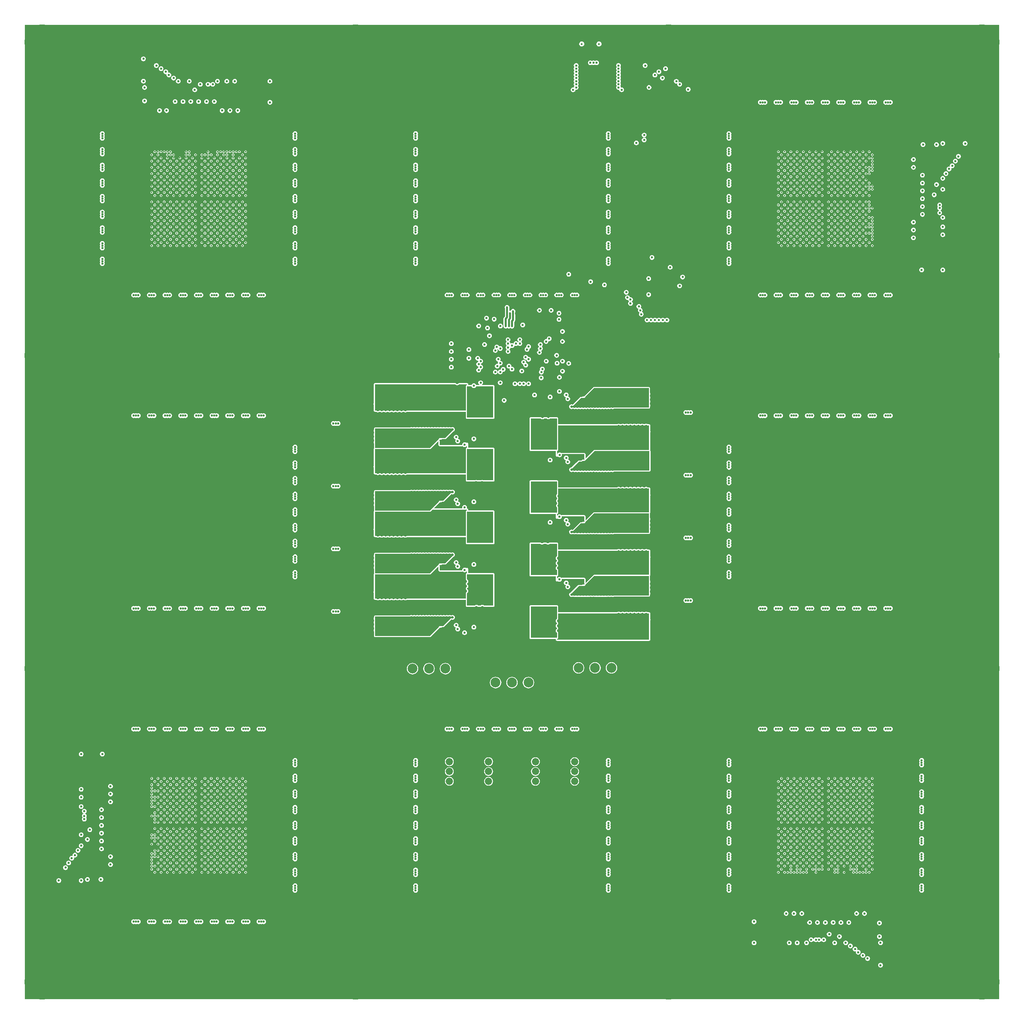
<source format=gbl>
%FSLAX44Y44*%
%MOMM*%
G71*
G01*
G75*
G04 Layer_Physical_Order=4*
G04 Layer_Color=16711680*
%ADD10C,0.4500*%
%ADD11C,1.0000*%
G04:AMPARAMS|DCode=12|XSize=2.7mm|YSize=1.15mm|CornerRadius=0.2013mm|HoleSize=0mm|Usage=FLASHONLY|Rotation=270.000|XOffset=0mm|YOffset=0mm|HoleType=Round|Shape=RoundedRectangle|*
%AMROUNDEDRECTD12*
21,1,2.7000,0.7475,0,0,270.0*
21,1,2.2975,1.1500,0,0,270.0*
1,1,0.4025,-0.3738,-1.1487*
1,1,0.4025,-0.3738,1.1487*
1,1,0.4025,0.3738,1.1487*
1,1,0.4025,0.3738,-1.1487*
%
%ADD12ROUNDEDRECTD12*%
G04:AMPARAMS|DCode=13|XSize=1mm|YSize=0.9mm|CornerRadius=0.198mm|HoleSize=0mm|Usage=FLASHONLY|Rotation=270.000|XOffset=0mm|YOffset=0mm|HoleType=Round|Shape=RoundedRectangle|*
%AMROUNDEDRECTD13*
21,1,1.0000,0.5040,0,0,270.0*
21,1,0.6040,0.9000,0,0,270.0*
1,1,0.3960,-0.2520,-0.3020*
1,1,0.3960,-0.2520,0.3020*
1,1,0.3960,0.2520,0.3020*
1,1,0.3960,0.2520,-0.3020*
%
%ADD13ROUNDEDRECTD13*%
G04:AMPARAMS|DCode=14|XSize=1.6mm|YSize=1.5mm|CornerRadius=0.2475mm|HoleSize=0mm|Usage=FLASHONLY|Rotation=0.000|XOffset=0mm|YOffset=0mm|HoleType=Round|Shape=RoundedRectangle|*
%AMROUNDEDRECTD14*
21,1,1.6000,1.0050,0,0,0.0*
21,1,1.1050,1.5000,0,0,0.0*
1,1,0.4950,0.5525,-0.5025*
1,1,0.4950,-0.5525,-0.5025*
1,1,0.4950,-0.5525,0.5025*
1,1,0.4950,0.5525,0.5025*
%
%ADD14ROUNDEDRECTD14*%
G04:AMPARAMS|DCode=15|XSize=1mm|YSize=0.95mm|CornerRadius=0.1995mm|HoleSize=0mm|Usage=FLASHONLY|Rotation=270.000|XOffset=0mm|YOffset=0mm|HoleType=Round|Shape=RoundedRectangle|*
%AMROUNDEDRECTD15*
21,1,1.0000,0.5510,0,0,270.0*
21,1,0.6010,0.9500,0,0,270.0*
1,1,0.3990,-0.2755,-0.3005*
1,1,0.3990,-0.2755,0.3005*
1,1,0.3990,0.2755,0.3005*
1,1,0.3990,0.2755,-0.3005*
%
%ADD15ROUNDEDRECTD15*%
G04:AMPARAMS|DCode=16|XSize=1.1mm|YSize=1mm|CornerRadius=0.165mm|HoleSize=0mm|Usage=FLASHONLY|Rotation=0.000|XOffset=0mm|YOffset=0mm|HoleType=Round|Shape=RoundedRectangle|*
%AMROUNDEDRECTD16*
21,1,1.1000,0.6700,0,0,0.0*
21,1,0.7700,1.0000,0,0,0.0*
1,1,0.3300,0.3850,-0.3350*
1,1,0.3300,-0.3850,-0.3350*
1,1,0.3300,-0.3850,0.3350*
1,1,0.3300,0.3850,0.3350*
%
%ADD16ROUNDEDRECTD16*%
G04:AMPARAMS|DCode=17|XSize=1.4mm|YSize=1.2mm|CornerRadius=0.198mm|HoleSize=0mm|Usage=FLASHONLY|Rotation=0.000|XOffset=0mm|YOffset=0mm|HoleType=Round|Shape=RoundedRectangle|*
%AMROUNDEDRECTD17*
21,1,1.4000,0.8040,0,0,0.0*
21,1,1.0040,1.2000,0,0,0.0*
1,1,0.3960,0.5020,-0.4020*
1,1,0.3960,-0.5020,-0.4020*
1,1,0.3960,-0.5020,0.4020*
1,1,0.3960,0.5020,0.4020*
%
%ADD17ROUNDEDRECTD17*%
G04:AMPARAMS|DCode=18|XSize=1mm|YSize=0.9mm|CornerRadius=0.198mm|HoleSize=0mm|Usage=FLASHONLY|Rotation=180.000|XOffset=0mm|YOffset=0mm|HoleType=Round|Shape=RoundedRectangle|*
%AMROUNDEDRECTD18*
21,1,1.0000,0.5040,0,0,180.0*
21,1,0.6040,0.9000,0,0,180.0*
1,1,0.3960,-0.3020,0.2520*
1,1,0.3960,0.3020,0.2520*
1,1,0.3960,0.3020,-0.2520*
1,1,0.3960,-0.3020,-0.2520*
%
%ADD18ROUNDEDRECTD18*%
G04:AMPARAMS|DCode=19|XSize=1.6mm|YSize=1.5mm|CornerRadius=0.2475mm|HoleSize=0mm|Usage=FLASHONLY|Rotation=270.000|XOffset=0mm|YOffset=0mm|HoleType=Round|Shape=RoundedRectangle|*
%AMROUNDEDRECTD19*
21,1,1.6000,1.0050,0,0,270.0*
21,1,1.1050,1.5000,0,0,270.0*
1,1,0.4950,-0.5025,-0.5525*
1,1,0.4950,-0.5025,0.5525*
1,1,0.4950,0.5025,0.5525*
1,1,0.4950,0.5025,-0.5525*
%
%ADD19ROUNDEDRECTD19*%
G04:AMPARAMS|DCode=20|XSize=1mm|YSize=0.95mm|CornerRadius=0.1995mm|HoleSize=0mm|Usage=FLASHONLY|Rotation=180.000|XOffset=0mm|YOffset=0mm|HoleType=Round|Shape=RoundedRectangle|*
%AMROUNDEDRECTD20*
21,1,1.0000,0.5510,0,0,180.0*
21,1,0.6010,0.9500,0,0,180.0*
1,1,0.3990,-0.3005,0.2755*
1,1,0.3990,0.3005,0.2755*
1,1,0.3990,0.3005,-0.2755*
1,1,0.3990,-0.3005,-0.2755*
%
%ADD20ROUNDEDRECTD20*%
G04:AMPARAMS|DCode=21|XSize=1.1mm|YSize=1mm|CornerRadius=0.165mm|HoleSize=0mm|Usage=FLASHONLY|Rotation=270.000|XOffset=0mm|YOffset=0mm|HoleType=Round|Shape=RoundedRectangle|*
%AMROUNDEDRECTD21*
21,1,1.1000,0.6700,0,0,270.0*
21,1,0.7700,1.0000,0,0,270.0*
1,1,0.3300,-0.3350,-0.3850*
1,1,0.3300,-0.3350,0.3850*
1,1,0.3300,0.3350,0.3850*
1,1,0.3300,0.3350,-0.3850*
%
%ADD21ROUNDEDRECTD21*%
G04:AMPARAMS|DCode=22|XSize=1.4mm|YSize=1.2mm|CornerRadius=0.198mm|HoleSize=0mm|Usage=FLASHONLY|Rotation=270.000|XOffset=0mm|YOffset=0mm|HoleType=Round|Shape=RoundedRectangle|*
%AMROUNDEDRECTD22*
21,1,1.4000,0.8040,0,0,270.0*
21,1,1.0040,1.2000,0,0,270.0*
1,1,0.3960,-0.4020,-0.5020*
1,1,0.3960,-0.4020,0.5020*
1,1,0.3960,0.4020,0.5020*
1,1,0.3960,0.4020,-0.5020*
%
%ADD22ROUNDEDRECTD22*%
%ADD23R,1.3000X1.3000*%
%ADD24C,1.3000*%
G04:AMPARAMS|DCode=25|XSize=2.7mm|YSize=1.15mm|CornerRadius=0.2013mm|HoleSize=0mm|Usage=FLASHONLY|Rotation=180.000|XOffset=0mm|YOffset=0mm|HoleType=Round|Shape=RoundedRectangle|*
%AMROUNDEDRECTD25*
21,1,2.7000,0.7475,0,0,180.0*
21,1,2.2975,1.1500,0,0,180.0*
1,1,0.4025,-1.1487,0.3738*
1,1,0.4025,1.1487,0.3738*
1,1,0.4025,1.1487,-0.3738*
1,1,0.4025,-1.1487,-0.3738*
%
%ADD25ROUNDEDRECTD25*%
%ADD26C,0.6000*%
G04:AMPARAMS|DCode=27|XSize=0.7mm|YSize=0.25mm|CornerRadius=0.0838mm|HoleSize=0mm|Usage=FLASHONLY|Rotation=270.000|XOffset=0mm|YOffset=0mm|HoleType=Round|Shape=RoundedRectangle|*
%AMROUNDEDRECTD27*
21,1,0.7000,0.0825,0,0,270.0*
21,1,0.5325,0.2500,0,0,270.0*
1,1,0.1675,-0.0413,-0.2662*
1,1,0.1675,-0.0413,0.2662*
1,1,0.1675,0.0413,0.2662*
1,1,0.1675,0.0413,-0.2662*
%
%ADD27ROUNDEDRECTD27*%
G04:AMPARAMS|DCode=28|XSize=1.35mm|YSize=1.65mm|CornerRadius=0.27mm|HoleSize=0mm|Usage=FLASHONLY|Rotation=0.000|XOffset=0mm|YOffset=0mm|HoleType=Round|Shape=RoundedRectangle|*
%AMROUNDEDRECTD28*
21,1,1.3500,1.1100,0,0,0.0*
21,1,0.8100,1.6500,0,0,0.0*
1,1,0.5400,0.4050,-0.5550*
1,1,0.5400,-0.4050,-0.5550*
1,1,0.5400,-0.4050,0.5550*
1,1,0.5400,0.4050,0.5550*
%
%ADD28ROUNDEDRECTD28*%
G04:AMPARAMS|DCode=29|XSize=1.45mm|YSize=1.15mm|CornerRadius=0.2013mm|HoleSize=0mm|Usage=FLASHONLY|Rotation=270.000|XOffset=0mm|YOffset=0mm|HoleType=Round|Shape=RoundedRectangle|*
%AMROUNDEDRECTD29*
21,1,1.4500,0.7475,0,0,270.0*
21,1,1.0475,1.1500,0,0,270.0*
1,1,0.4025,-0.3738,-0.5238*
1,1,0.4025,-0.3738,0.5238*
1,1,0.4025,0.3738,0.5238*
1,1,0.4025,0.3738,-0.5238*
%
%ADD29ROUNDEDRECTD29*%
G04:AMPARAMS|DCode=30|XSize=1.05mm|YSize=0.65mm|CornerRadius=0.2015mm|HoleSize=0mm|Usage=FLASHONLY|Rotation=90.000|XOffset=0mm|YOffset=0mm|HoleType=Round|Shape=RoundedRectangle|*
%AMROUNDEDRECTD30*
21,1,1.0500,0.2470,0,0,90.0*
21,1,0.6470,0.6500,0,0,90.0*
1,1,0.4030,0.1235,0.3235*
1,1,0.4030,0.1235,-0.3235*
1,1,0.4030,-0.1235,-0.3235*
1,1,0.4030,-0.1235,0.3235*
%
%ADD30ROUNDEDRECTD30*%
G04:AMPARAMS|DCode=31|XSize=1.45mm|YSize=1.15mm|CornerRadius=0.2013mm|HoleSize=0mm|Usage=FLASHONLY|Rotation=180.000|XOffset=0mm|YOffset=0mm|HoleType=Round|Shape=RoundedRectangle|*
%AMROUNDEDRECTD31*
21,1,1.4500,0.7475,0,0,180.0*
21,1,1.0475,1.1500,0,0,180.0*
1,1,0.4025,-0.5238,0.3738*
1,1,0.4025,0.5238,0.3738*
1,1,0.4025,0.5238,-0.3738*
1,1,0.4025,-0.5238,-0.3738*
%
%ADD31ROUNDEDRECTD31*%
%ADD32O,1.3500X0.5000*%
G04:AMPARAMS|DCode=33|XSize=6.5mm|YSize=5mm|CornerRadius=0.25mm|HoleSize=0mm|Usage=FLASHONLY|Rotation=0.000|XOffset=0mm|YOffset=0mm|HoleType=Round|Shape=RoundedRectangle|*
%AMROUNDEDRECTD33*
21,1,6.5000,4.5000,0,0,0.0*
21,1,6.0000,5.0000,0,0,0.0*
1,1,0.5000,3.0000,-2.2500*
1,1,0.5000,-3.0000,-2.2500*
1,1,0.5000,-3.0000,2.2500*
1,1,0.5000,3.0000,2.2500*
%
%ADD33ROUNDEDRECTD33*%
%ADD34O,0.5000X1.3500*%
G04:AMPARAMS|DCode=35|XSize=2.5mm|YSize=1.7mm|CornerRadius=0.204mm|HoleSize=0mm|Usage=FLASHONLY|Rotation=270.000|XOffset=0mm|YOffset=0mm|HoleType=Round|Shape=RoundedRectangle|*
%AMROUNDEDRECTD35*
21,1,2.5000,1.2920,0,0,270.0*
21,1,2.0920,1.7000,0,0,270.0*
1,1,0.4080,-0.6460,-1.0460*
1,1,0.4080,-0.6460,1.0460*
1,1,0.4080,0.6460,1.0460*
1,1,0.4080,0.6460,-1.0460*
%
%ADD35ROUNDEDRECTD35*%
G04:AMPARAMS|DCode=36|XSize=1.1mm|YSize=0.8mm|CornerRadius=0.268mm|HoleSize=0mm|Usage=FLASHONLY|Rotation=90.000|XOffset=0mm|YOffset=0mm|HoleType=Round|Shape=RoundedRectangle|*
%AMROUNDEDRECTD36*
21,1,1.1000,0.2640,0,0,90.0*
21,1,0.5640,0.8000,0,0,90.0*
1,1,0.5360,0.1320,0.2820*
1,1,0.5360,0.1320,-0.2820*
1,1,0.5360,-0.1320,-0.2820*
1,1,0.5360,-0.1320,0.2820*
%
%ADD36ROUNDEDRECTD36*%
G04:AMPARAMS|DCode=37|XSize=1.1mm|YSize=0.6mm|CornerRadius=0.201mm|HoleSize=0mm|Usage=FLASHONLY|Rotation=90.000|XOffset=0mm|YOffset=0mm|HoleType=Round|Shape=RoundedRectangle|*
%AMROUNDEDRECTD37*
21,1,1.1000,0.1980,0,0,90.0*
21,1,0.6980,0.6000,0,0,90.0*
1,1,0.4020,0.0990,0.3490*
1,1,0.4020,0.0990,-0.3490*
1,1,0.4020,-0.0990,-0.3490*
1,1,0.4020,-0.0990,0.3490*
%
%ADD37ROUNDEDRECTD37*%
G04:AMPARAMS|DCode=38|XSize=1.2mm|YSize=1.2mm|CornerRadius=0.198mm|HoleSize=0mm|Usage=FLASHONLY|Rotation=0.000|XOffset=0mm|YOffset=0mm|HoleType=Round|Shape=RoundedRectangle|*
%AMROUNDEDRECTD38*
21,1,1.2000,0.8040,0,0,0.0*
21,1,0.8040,1.2000,0,0,0.0*
1,1,0.3960,0.4020,-0.4020*
1,1,0.3960,-0.4020,-0.4020*
1,1,0.3960,-0.4020,0.4020*
1,1,0.3960,0.4020,0.4020*
%
%ADD38ROUNDEDRECTD38*%
G04:AMPARAMS|DCode=39|XSize=3.3mm|YSize=2.5mm|CornerRadius=0.2mm|HoleSize=0mm|Usage=FLASHONLY|Rotation=0.000|XOffset=0mm|YOffset=0mm|HoleType=Round|Shape=RoundedRectangle|*
%AMROUNDEDRECTD39*
21,1,3.3000,2.1000,0,0,0.0*
21,1,2.9000,2.5000,0,0,0.0*
1,1,0.4000,1.4500,-1.0500*
1,1,0.4000,-1.4500,-1.0500*
1,1,0.4000,-1.4500,1.0500*
1,1,0.4000,1.4500,1.0500*
%
%ADD39ROUNDEDRECTD39*%
G04:AMPARAMS|DCode=40|XSize=1.75mm|YSize=1.05mm|CornerRadius=0.1995mm|HoleSize=0mm|Usage=FLASHONLY|Rotation=0.000|XOffset=0mm|YOffset=0mm|HoleType=Round|Shape=RoundedRectangle|*
%AMROUNDEDRECTD40*
21,1,1.7500,0.6510,0,0,0.0*
21,1,1.3510,1.0500,0,0,0.0*
1,1,0.3990,0.6755,-0.3255*
1,1,0.3990,-0.6755,-0.3255*
1,1,0.3990,-0.6755,0.3255*
1,1,0.3990,0.6755,0.3255*
%
%ADD40ROUNDEDRECTD40*%
%ADD41O,1.5500X0.6000*%
G04:AMPARAMS|DCode=42|XSize=3.95mm|YSize=1.2mm|CornerRadius=0.198mm|HoleSize=0mm|Usage=FLASHONLY|Rotation=90.000|XOffset=0mm|YOffset=0mm|HoleType=Round|Shape=RoundedRectangle|*
%AMROUNDEDRECTD42*
21,1,3.9500,0.8040,0,0,90.0*
21,1,3.5540,1.2000,0,0,90.0*
1,1,0.3960,0.4020,1.7770*
1,1,0.3960,0.4020,-1.7770*
1,1,0.3960,-0.4020,-1.7770*
1,1,0.3960,-0.4020,1.7770*
%
%ADD42ROUNDEDRECTD42*%
G04:AMPARAMS|DCode=43|XSize=11.3mm|YSize=10.75mm|CornerRadius=0.215mm|HoleSize=0mm|Usage=FLASHONLY|Rotation=90.000|XOffset=0mm|YOffset=0mm|HoleType=Round|Shape=RoundedRectangle|*
%AMROUNDEDRECTD43*
21,1,11.3000,10.3200,0,0,90.0*
21,1,10.8700,10.7500,0,0,90.0*
1,1,0.4300,5.1600,5.4350*
1,1,0.4300,5.1600,-5.4350*
1,1,0.4300,-5.1600,-5.4350*
1,1,0.4300,-5.1600,5.4350*
%
%ADD43ROUNDEDRECTD43*%
G04:AMPARAMS|DCode=44|XSize=2.85mm|YSize=1mm|CornerRadius=0.2mm|HoleSize=0mm|Usage=FLASHONLY|Rotation=90.000|XOffset=0mm|YOffset=0mm|HoleType=Round|Shape=RoundedRectangle|*
%AMROUNDEDRECTD44*
21,1,2.8500,0.6000,0,0,90.0*
21,1,2.4500,1.0000,0,0,90.0*
1,1,0.4000,0.3000,1.2250*
1,1,0.4000,0.3000,-1.2250*
1,1,0.4000,-0.3000,-1.2250*
1,1,0.4000,-0.3000,1.2250*
%
%ADD44ROUNDEDRECTD44*%
G04:AMPARAMS|DCode=45|XSize=6.45mm|YSize=6mm|CornerRadius=0.21mm|HoleSize=0mm|Usage=FLASHONLY|Rotation=90.000|XOffset=0mm|YOffset=0mm|HoleType=Round|Shape=RoundedRectangle|*
%AMROUNDEDRECTD45*
21,1,6.4500,5.5800,0,0,90.0*
21,1,6.0300,6.0000,0,0,90.0*
1,1,0.4200,2.7900,3.0150*
1,1,0.4200,2.7900,-3.0150*
1,1,0.4200,-2.7900,-3.0150*
1,1,0.4200,-2.7900,3.0150*
%
%ADD45ROUNDEDRECTD45*%
%ADD46O,0.6000X1.5500*%
G04:AMPARAMS|DCode=47|XSize=4.9mm|YSize=1.6mm|CornerRadius=0.2mm|HoleSize=0mm|Usage=FLASHONLY|Rotation=270.000|XOffset=0mm|YOffset=0mm|HoleType=Round|Shape=RoundedRectangle|*
%AMROUNDEDRECTD47*
21,1,4.9000,1.2000,0,0,270.0*
21,1,4.5000,1.6000,0,0,270.0*
1,1,0.4000,-0.6000,-2.2500*
1,1,0.4000,-0.6000,2.2500*
1,1,0.4000,0.6000,2.2500*
1,1,0.4000,0.6000,-2.2500*
%
%ADD47ROUNDEDRECTD47*%
%ADD48O,0.3000X1.5000*%
%ADD49O,1.5000X0.3000*%
G04:AMPARAMS|DCode=50|XSize=2.5mm|YSize=2mm|CornerRadius=0.2mm|HoleSize=0mm|Usage=FLASHONLY|Rotation=270.000|XOffset=0mm|YOffset=0mm|HoleType=Round|Shape=RoundedRectangle|*
%AMROUNDEDRECTD50*
21,1,2.5000,1.6000,0,0,270.0*
21,1,2.1000,2.0000,0,0,270.0*
1,1,0.4000,-0.8000,-1.0500*
1,1,0.4000,-0.8000,1.0500*
1,1,0.4000,0.8000,1.0500*
1,1,0.4000,0.8000,-1.0500*
%
%ADD50ROUNDEDRECTD50*%
G04:AMPARAMS|DCode=51|XSize=2.3mm|YSize=0.5mm|CornerRadius=0.2mm|HoleSize=0mm|Usage=FLASHONLY|Rotation=270.000|XOffset=0mm|YOffset=0mm|HoleType=Round|Shape=RoundedRectangle|*
%AMROUNDEDRECTD51*
21,1,2.3000,0.1000,0,0,270.0*
21,1,1.9000,0.5000,0,0,270.0*
1,1,0.4000,-0.0500,-0.9500*
1,1,0.4000,-0.0500,0.9500*
1,1,0.4000,0.0500,0.9500*
1,1,0.4000,0.0500,-0.9500*
%
%ADD51ROUNDEDRECTD51*%
G04:AMPARAMS|DCode=52|XSize=1.2mm|YSize=1.2mm|CornerRadius=0.198mm|HoleSize=0mm|Usage=FLASHONLY|Rotation=270.000|XOffset=0mm|YOffset=0mm|HoleType=Round|Shape=RoundedRectangle|*
%AMROUNDEDRECTD52*
21,1,1.2000,0.8040,0,0,270.0*
21,1,0.8040,1.2000,0,0,270.0*
1,1,0.3960,-0.4020,-0.4020*
1,1,0.3960,-0.4020,0.4020*
1,1,0.3960,0.4020,0.4020*
1,1,0.3960,0.4020,-0.4020*
%
%ADD52ROUNDEDRECTD52*%
G04:AMPARAMS|DCode=53|XSize=1.6mm|YSize=1.25mm|CornerRadius=0.2mm|HoleSize=0mm|Usage=FLASHONLY|Rotation=90.000|XOffset=0mm|YOffset=0mm|HoleType=Round|Shape=RoundedRectangle|*
%AMROUNDEDRECTD53*
21,1,1.6000,0.8500,0,0,90.0*
21,1,1.2000,1.2500,0,0,90.0*
1,1,0.4000,0.4250,0.6000*
1,1,0.4000,0.4250,-0.6000*
1,1,0.4000,-0.4250,-0.6000*
1,1,0.4000,-0.4250,0.6000*
%
%ADD53ROUNDEDRECTD53*%
G04:AMPARAMS|DCode=54|XSize=1.6mm|YSize=1.25mm|CornerRadius=0.2mm|HoleSize=0mm|Usage=FLASHONLY|Rotation=180.000|XOffset=0mm|YOffset=0mm|HoleType=Round|Shape=RoundedRectangle|*
%AMROUNDEDRECTD54*
21,1,1.6000,0.8500,0,0,180.0*
21,1,1.2000,1.2500,0,0,180.0*
1,1,0.4000,-0.6000,0.4250*
1,1,0.4000,0.6000,0.4250*
1,1,0.4000,0.6000,-0.4250*
1,1,0.4000,-0.6000,-0.4250*
%
%ADD54ROUNDEDRECTD54*%
G04:AMPARAMS|DCode=55|XSize=1.05mm|YSize=0.65mm|CornerRadius=0.2015mm|HoleSize=0mm|Usage=FLASHONLY|Rotation=180.000|XOffset=0mm|YOffset=0mm|HoleType=Round|Shape=RoundedRectangle|*
%AMROUNDEDRECTD55*
21,1,1.0500,0.2470,0,0,180.0*
21,1,0.6470,0.6500,0,0,180.0*
1,1,0.4030,-0.3235,0.1235*
1,1,0.4030,0.3235,0.1235*
1,1,0.4030,0.3235,-0.1235*
1,1,0.4030,-0.3235,-0.1235*
%
%ADD55ROUNDEDRECTD55*%
G04:AMPARAMS|DCode=56|XSize=4.9mm|YSize=1.6mm|CornerRadius=0.2mm|HoleSize=0mm|Usage=FLASHONLY|Rotation=0.000|XOffset=0mm|YOffset=0mm|HoleType=Round|Shape=RoundedRectangle|*
%AMROUNDEDRECTD56*
21,1,4.9000,1.2000,0,0,0.0*
21,1,4.5000,1.6000,0,0,0.0*
1,1,0.4000,2.2500,-0.6000*
1,1,0.4000,-2.2500,-0.6000*
1,1,0.4000,-2.2500,0.6000*
1,1,0.4000,2.2500,0.6000*
%
%ADD56ROUNDEDRECTD56*%
%ADD57C,0.6000*%
%ADD58C,0.4500*%
%ADD59C,0.2000*%
%ADD60C,0.2500*%
%ADD61C,0.5000*%
%ADD62C,0.2540*%
%ADD63C,0.3500*%
%ADD64C,0.3000*%
%ADD65C,0.4000*%
%ADD66C,1.8500*%
%ADD67C,2.5000*%
%ADD68C,9.0000*%
%ADD69C,0.5000*%
%ADD70C,6.0000*%
%ADD71C,0.1000*%
G36*
X2493607Y6393D02*
X6393D01*
Y2493607D01*
X2493607D01*
Y6393D01*
D02*
G37*
%LPC*%
G36*
X354000Y517314D02*
X352732Y517061D01*
X351657Y516343D01*
X350939Y515268D01*
X350686Y514000D01*
X350939Y512732D01*
X351657Y511657D01*
X352732Y510939D01*
X354000Y510686D01*
X355268Y510939D01*
X356343Y511657D01*
X357061Y512732D01*
X357314Y514000D01*
X357061Y515268D01*
X356343Y516343D01*
X355268Y517061D01*
X354000Y517314D01*
D02*
G37*
G36*
X370000D02*
X368732Y517061D01*
X367657Y516343D01*
X366939Y515268D01*
X366686Y514000D01*
X366939Y512732D01*
X367657Y511657D01*
X368732Y510939D01*
X370000Y510686D01*
X371268Y510939D01*
X372343Y511657D01*
X373061Y512732D01*
X373314Y514000D01*
X373061Y515268D01*
X372343Y516343D01*
X371268Y517061D01*
X370000Y517314D01*
D02*
G37*
G36*
X330000D02*
X328732Y517061D01*
X327657Y516343D01*
X326939Y515268D01*
X326686Y514000D01*
X326939Y512732D01*
X327657Y511657D01*
X328732Y510939D01*
X330000Y510686D01*
X331268Y510939D01*
X332343Y511657D01*
X333061Y512732D01*
X333314Y514000D01*
X333061Y515268D01*
X332343Y516343D01*
X331268Y517061D01*
X330000Y517314D01*
D02*
G37*
G36*
X338000D02*
X336732Y517061D01*
X335657Y516343D01*
X334939Y515268D01*
X334686Y514000D01*
X334939Y512732D01*
X335657Y511657D01*
X336732Y510939D01*
X338000Y510686D01*
X339268Y510939D01*
X340343Y511657D01*
X341061Y512732D01*
X341314Y514000D01*
X341061Y515268D01*
X340343Y516343D01*
X339268Y517061D01*
X338000Y517314D01*
D02*
G37*
G36*
X418000D02*
X416732Y517061D01*
X415657Y516343D01*
X414939Y515268D01*
X414686Y514000D01*
X414939Y512732D01*
X415657Y511657D01*
X416732Y510939D01*
X418000Y510686D01*
X419268Y510939D01*
X420343Y511657D01*
X421061Y512732D01*
X421314Y514000D01*
X421061Y515268D01*
X420343Y516343D01*
X419268Y517061D01*
X418000Y517314D01*
D02*
G37*
G36*
X434000D02*
X432732Y517061D01*
X431657Y516343D01*
X430939Y515268D01*
X430686Y514000D01*
X430939Y512732D01*
X431657Y511657D01*
X432732Y510939D01*
X434000Y510686D01*
X435268Y510939D01*
X436343Y511657D01*
X437061Y512732D01*
X437314Y514000D01*
X437061Y515268D01*
X436343Y516343D01*
X435268Y517061D01*
X434000Y517314D01*
D02*
G37*
G36*
X386000D02*
X384732Y517061D01*
X383657Y516343D01*
X382939Y515268D01*
X382686Y514000D01*
X382939Y512732D01*
X383657Y511657D01*
X384732Y510939D01*
X386000Y510686D01*
X387268Y510939D01*
X388343Y511657D01*
X389061Y512732D01*
X389314Y514000D01*
X389061Y515268D01*
X388343Y516343D01*
X387268Y517061D01*
X386000Y517314D01*
D02*
G37*
G36*
X402000D02*
X400732Y517061D01*
X399657Y516343D01*
X398939Y515268D01*
X398686Y514000D01*
X398939Y512732D01*
X399657Y511657D01*
X400732Y510939D01*
X402000Y510686D01*
X403268Y510939D01*
X404343Y511657D01*
X405061Y512732D01*
X405314Y514000D01*
X405061Y515268D01*
X404343Y516343D01*
X403268Y517061D01*
X402000Y517314D01*
D02*
G37*
G36*
X225000Y516118D02*
X222659Y515652D01*
X220674Y514326D01*
X219348Y512341D01*
X218883Y510000D01*
X219348Y507659D01*
X220674Y505674D01*
X222659Y504348D01*
X225000Y503882D01*
X227341Y504348D01*
X229326Y505674D01*
X230652Y507659D01*
X231117Y510000D01*
X230652Y512341D01*
X229326Y514326D01*
X227341Y515652D01*
X225000Y516118D01*
D02*
G37*
G36*
X2090000Y509314D02*
X2088732Y509061D01*
X2087657Y508343D01*
X2086939Y507268D01*
X2086686Y506000D01*
X2086939Y504732D01*
X2087657Y503657D01*
X2088732Y502939D01*
X2090000Y502686D01*
X2091268Y502939D01*
X2092343Y503657D01*
X2093061Y504732D01*
X2093314Y506000D01*
X2093061Y507268D01*
X2092343Y508343D01*
X2091268Y509061D01*
X2090000Y509314D01*
D02*
G37*
G36*
X2106000D02*
X2104732Y509061D01*
X2103657Y508343D01*
X2102939Y507268D01*
X2102686Y506000D01*
X2102939Y504732D01*
X2103657Y503657D01*
X2104732Y502939D01*
X2106000Y502686D01*
X2107268Y502939D01*
X2108343Y503657D01*
X2109061Y504732D01*
X2109314Y506000D01*
X2109061Y507268D01*
X2108343Y508343D01*
X2107268Y509061D01*
X2106000Y509314D01*
D02*
G37*
G36*
X2058000D02*
X2056732Y509061D01*
X2055657Y508343D01*
X2054939Y507268D01*
X2054686Y506000D01*
X2054939Y504732D01*
X2055657Y503657D01*
X2056732Y502939D01*
X2058000Y502686D01*
X2059268Y502939D01*
X2060343Y503657D01*
X2061061Y504732D01*
X2061314Y506000D01*
X2061061Y507268D01*
X2060343Y508343D01*
X2059268Y509061D01*
X2058000Y509314D01*
D02*
G37*
G36*
X2074000D02*
X2072732Y509061D01*
X2071657Y508343D01*
X2070939Y507268D01*
X2070686Y506000D01*
X2070939Y504732D01*
X2071657Y503657D01*
X2072732Y502939D01*
X2074000Y502686D01*
X2075268Y502939D01*
X2076343Y503657D01*
X2077061Y504732D01*
X2077314Y506000D01*
X2077061Y507268D01*
X2076343Y508343D01*
X2075268Y509061D01*
X2074000Y509314D01*
D02*
G37*
G36*
X2154000D02*
X2152732Y509061D01*
X2151657Y508343D01*
X2150939Y507268D01*
X2150686Y506000D01*
X2150939Y504732D01*
X2151657Y503657D01*
X2152732Y502939D01*
X2154000Y502686D01*
X2155268Y502939D01*
X2156343Y503657D01*
X2157061Y504732D01*
X2157314Y506000D01*
X2157061Y507268D01*
X2156343Y508343D01*
X2155268Y509061D01*
X2154000Y509314D01*
D02*
G37*
G36*
X2170000D02*
X2168732Y509061D01*
X2167657Y508343D01*
X2166939Y507268D01*
X2166686Y506000D01*
X2166939Y504732D01*
X2167657Y503657D01*
X2168732Y502939D01*
X2170000Y502686D01*
X2171268Y502939D01*
X2172343Y503657D01*
X2173061Y504732D01*
X2173314Y506000D01*
X2173061Y507268D01*
X2172343Y508343D01*
X2171268Y509061D01*
X2170000Y509314D01*
D02*
G37*
G36*
X2122000D02*
X2120732Y509061D01*
X2119657Y508343D01*
X2118939Y507268D01*
X2118686Y506000D01*
X2118939Y504732D01*
X2119657Y503657D01*
X2120732Y502939D01*
X2122000Y502686D01*
X2123268Y502939D01*
X2124343Y503657D01*
X2125061Y504732D01*
X2125314Y506000D01*
X2125061Y507268D01*
X2124343Y508343D01*
X2123268Y509061D01*
X2122000Y509314D01*
D02*
G37*
G36*
X2138000D02*
X2136732Y509061D01*
X2135657Y508343D01*
X2134939Y507268D01*
X2134686Y506000D01*
X2134939Y504732D01*
X2135657Y503657D01*
X2136732Y502939D01*
X2138000Y502686D01*
X2139268Y502939D01*
X2140343Y503657D01*
X2141061Y504732D01*
X2141314Y506000D01*
X2141061Y507268D01*
X2140343Y508343D01*
X2139268Y509061D01*
X2138000Y509314D01*
D02*
G37*
G36*
X458000Y517314D02*
X456732Y517061D01*
X455657Y516343D01*
X454939Y515268D01*
X454686Y514000D01*
X454939Y512732D01*
X455657Y511657D01*
X456732Y510939D01*
X458000Y510686D01*
X459268Y510939D01*
X460343Y511657D01*
X461061Y512732D01*
X461314Y514000D01*
X461061Y515268D01*
X460343Y516343D01*
X459268Y517061D01*
X458000Y517314D01*
D02*
G37*
G36*
X1994000D02*
X1992732Y517061D01*
X1991657Y516343D01*
X1990939Y515268D01*
X1990686Y514000D01*
X1990939Y512732D01*
X1991657Y511657D01*
X1992732Y510939D01*
X1994000Y510686D01*
X1995268Y510939D01*
X1996343Y511657D01*
X1997061Y512732D01*
X1997314Y514000D01*
X1997061Y515268D01*
X1996343Y516343D01*
X1995268Y517061D01*
X1994000Y517314D01*
D02*
G37*
G36*
X2010000D02*
X2008732Y517061D01*
X2007657Y516343D01*
X2006939Y515268D01*
X2006686Y514000D01*
X2006939Y512732D01*
X2007657Y511657D01*
X2008732Y510939D01*
X2010000Y510686D01*
X2011268Y510939D01*
X2012343Y511657D01*
X2013061Y512732D01*
X2013314Y514000D01*
X2013061Y515268D01*
X2012343Y516343D01*
X2011268Y517061D01*
X2010000Y517314D01*
D02*
G37*
G36*
X1962000D02*
X1960732Y517061D01*
X1959657Y516343D01*
X1958939Y515268D01*
X1958686Y514000D01*
X1958939Y512732D01*
X1959657Y511657D01*
X1960732Y510939D01*
X1962000Y510686D01*
X1963268Y510939D01*
X1964343Y511657D01*
X1965061Y512732D01*
X1965314Y514000D01*
X1965061Y515268D01*
X1964343Y516343D01*
X1963268Y517061D01*
X1962000Y517314D01*
D02*
G37*
G36*
X1978000D02*
X1976732Y517061D01*
X1975657Y516343D01*
X1974939Y515268D01*
X1974686Y514000D01*
X1974939Y512732D01*
X1975657Y511657D01*
X1976732Y510939D01*
X1978000Y510686D01*
X1979268Y510939D01*
X1980343Y511657D01*
X1981061Y512732D01*
X1981314Y514000D01*
X1981061Y515268D01*
X1980343Y516343D01*
X1979268Y517061D01*
X1978000Y517314D01*
D02*
G37*
G36*
X2066000D02*
X2064732Y517061D01*
X2063657Y516343D01*
X2062939Y515268D01*
X2062686Y514000D01*
X2062939Y512732D01*
X2063657Y511657D01*
X2064732Y510939D01*
X2066000Y510686D01*
X2067268Y510939D01*
X2068343Y511657D01*
X2069061Y512732D01*
X2069314Y514000D01*
X2069061Y515268D01*
X2068343Y516343D01*
X2067268Y517061D01*
X2066000Y517314D01*
D02*
G37*
G36*
X2082000D02*
X2080732Y517061D01*
X2079657Y516343D01*
X2078939Y515268D01*
X2078686Y514000D01*
X2078939Y512732D01*
X2079657Y511657D01*
X2080732Y510939D01*
X2082000Y510686D01*
X2083268Y510939D01*
X2084343Y511657D01*
X2085061Y512732D01*
X2085314Y514000D01*
X2085061Y515268D01*
X2084343Y516343D01*
X2083268Y517061D01*
X2082000Y517314D01*
D02*
G37*
G36*
X2026000D02*
X2024732Y517061D01*
X2023657Y516343D01*
X2022939Y515268D01*
X2022686Y514000D01*
X2022939Y512732D01*
X2023657Y511657D01*
X2024732Y510939D01*
X2026000Y510686D01*
X2027268Y510939D01*
X2028343Y511657D01*
X2029061Y512732D01*
X2029314Y514000D01*
X2029061Y515268D01*
X2028343Y516343D01*
X2027268Y517061D01*
X2026000Y517314D01*
D02*
G37*
G36*
X2042000D02*
X2040732Y517061D01*
X2039657Y516343D01*
X2038939Y515268D01*
X2038686Y514000D01*
X2038939Y512732D01*
X2039657Y511657D01*
X2040732Y510939D01*
X2042000Y510686D01*
X2043268Y510939D01*
X2044343Y511657D01*
X2045061Y512732D01*
X2045314Y514000D01*
X2045061Y515268D01*
X2044343Y516343D01*
X2043268Y517061D01*
X2042000Y517314D01*
D02*
G37*
G36*
X1946000D02*
X1944732Y517061D01*
X1943657Y516343D01*
X1942939Y515268D01*
X1942686Y514000D01*
X1942939Y512732D01*
X1943657Y511657D01*
X1944732Y510939D01*
X1946000Y510686D01*
X1947268Y510939D01*
X1948343Y511657D01*
X1949061Y512732D01*
X1949314Y514000D01*
X1949061Y515268D01*
X1948343Y516343D01*
X1947268Y517061D01*
X1946000Y517314D01*
D02*
G37*
G36*
X506000D02*
X504732Y517061D01*
X503657Y516343D01*
X502939Y515268D01*
X502686Y514000D01*
X502939Y512732D01*
X503657Y511657D01*
X504732Y510939D01*
X506000Y510686D01*
X507268Y510939D01*
X508343Y511657D01*
X509061Y512732D01*
X509314Y514000D01*
X509061Y515268D01*
X508343Y516343D01*
X507268Y517061D01*
X506000Y517314D01*
D02*
G37*
G36*
X522000D02*
X520732Y517061D01*
X519657Y516343D01*
X518939Y515268D01*
X518686Y514000D01*
X518939Y512732D01*
X519657Y511657D01*
X520732Y510939D01*
X522000Y510686D01*
X523268Y510939D01*
X524343Y511657D01*
X525061Y512732D01*
X525314Y514000D01*
X525061Y515268D01*
X524343Y516343D01*
X523268Y517061D01*
X522000Y517314D01*
D02*
G37*
G36*
X474000D02*
X472732Y517061D01*
X471657Y516343D01*
X470939Y515268D01*
X470686Y514000D01*
X470939Y512732D01*
X471657Y511657D01*
X472732Y510939D01*
X474000Y510686D01*
X475268Y510939D01*
X476343Y511657D01*
X477061Y512732D01*
X477314Y514000D01*
X477061Y515268D01*
X476343Y516343D01*
X475268Y517061D01*
X474000Y517314D01*
D02*
G37*
G36*
X490000D02*
X488732Y517061D01*
X487657Y516343D01*
X486939Y515268D01*
X486686Y514000D01*
X486939Y512732D01*
X487657Y511657D01*
X488732Y510939D01*
X490000Y510686D01*
X491268Y510939D01*
X492343Y511657D01*
X493061Y512732D01*
X493314Y514000D01*
X493061Y515268D01*
X492343Y516343D01*
X491268Y517061D01*
X490000Y517314D01*
D02*
G37*
G36*
X570000D02*
X568732Y517061D01*
X567657Y516343D01*
X566939Y515268D01*
X566686Y514000D01*
X566939Y512732D01*
X567657Y511657D01*
X568732Y510939D01*
X570000Y510686D01*
X571268Y510939D01*
X572343Y511657D01*
X573061Y512732D01*
X573314Y514000D01*
X573061Y515268D01*
X572343Y516343D01*
X571268Y517061D01*
X570000Y517314D01*
D02*
G37*
G36*
X1930000D02*
X1928732Y517061D01*
X1927657Y516343D01*
X1926939Y515268D01*
X1926686Y514000D01*
X1926939Y512732D01*
X1927657Y511657D01*
X1928732Y510939D01*
X1930000Y510686D01*
X1931268Y510939D01*
X1932343Y511657D01*
X1933061Y512732D01*
X1933314Y514000D01*
X1933061Y515268D01*
X1932343Y516343D01*
X1931268Y517061D01*
X1930000Y517314D01*
D02*
G37*
G36*
X538000D02*
X536732Y517061D01*
X535657Y516343D01*
X534939Y515268D01*
X534686Y514000D01*
X534939Y512732D01*
X535657Y511657D01*
X536732Y510939D01*
X538000Y510686D01*
X539268Y510939D01*
X540343Y511657D01*
X541061Y512732D01*
X541314Y514000D01*
X541061Y515268D01*
X540343Y516343D01*
X539268Y517061D01*
X538000Y517314D01*
D02*
G37*
G36*
X554000D02*
X552732Y517061D01*
X551657Y516343D01*
X550939Y515268D01*
X550686Y514000D01*
X550939Y512732D01*
X551657Y511657D01*
X552732Y510939D01*
X554000Y510686D01*
X555268Y510939D01*
X556343Y511657D01*
X557061Y512732D01*
X557314Y514000D01*
X557061Y515268D01*
X556343Y516343D01*
X555268Y517061D01*
X554000Y517314D01*
D02*
G37*
G36*
X2034000Y509314D02*
X2032732Y509061D01*
X2031657Y508343D01*
X2030939Y507268D01*
X2030686Y506000D01*
X2030939Y504732D01*
X2031657Y503657D01*
X2032732Y502939D01*
X2034000Y502686D01*
X2035268Y502939D01*
X2036343Y503657D01*
X2037061Y504732D01*
X2037314Y506000D01*
X2037061Y507268D01*
X2036343Y508343D01*
X2035268Y509061D01*
X2034000Y509314D01*
D02*
G37*
G36*
X2130000Y501314D02*
X2128732Y501061D01*
X2127657Y500343D01*
X2126939Y499268D01*
X2126686Y498000D01*
X2126939Y496732D01*
X2127657Y495657D01*
X2128732Y494939D01*
X2130000Y494686D01*
X2131268Y494939D01*
X2132343Y495657D01*
X2133061Y496732D01*
X2133314Y498000D01*
X2133061Y499268D01*
X2132343Y500343D01*
X2131268Y501061D01*
X2130000Y501314D01*
D02*
G37*
G36*
X2146000D02*
X2144732Y501061D01*
X2143657Y500343D01*
X2142939Y499268D01*
X2142686Y498000D01*
X2142939Y496732D01*
X2143657Y495657D01*
X2144732Y494939D01*
X2146000Y494686D01*
X2147268Y494939D01*
X2148343Y495657D01*
X2149061Y496732D01*
X2149314Y498000D01*
X2149061Y499268D01*
X2148343Y500343D01*
X2147268Y501061D01*
X2146000Y501314D01*
D02*
G37*
G36*
X2098000D02*
X2096732Y501061D01*
X2095657Y500343D01*
X2094939Y499268D01*
X2094686Y498000D01*
X2094939Y496732D01*
X2095657Y495657D01*
X2096732Y494939D01*
X2098000Y494686D01*
X2099268Y494939D01*
X2100343Y495657D01*
X2101061Y496732D01*
X2101314Y498000D01*
X2101061Y499268D01*
X2100343Y500343D01*
X2099268Y501061D01*
X2098000Y501314D01*
D02*
G37*
G36*
X2114000D02*
X2112732Y501061D01*
X2111657Y500343D01*
X2110939Y499268D01*
X2110686Y498000D01*
X2110939Y496732D01*
X2111657Y495657D01*
X2112732Y494939D01*
X2114000Y494686D01*
X2115268Y494939D01*
X2116343Y495657D01*
X2117061Y496732D01*
X2117314Y498000D01*
X2117061Y499268D01*
X2116343Y500343D01*
X2115268Y501061D01*
X2114000Y501314D01*
D02*
G37*
G36*
X346000Y509314D02*
X344732Y509061D01*
X343657Y508343D01*
X342939Y507268D01*
X342686Y506000D01*
X342939Y504732D01*
X343657Y503657D01*
X344732Y502939D01*
X346000Y502686D01*
X347268Y502939D01*
X348343Y503657D01*
X349061Y504732D01*
X349314Y506000D01*
X349061Y507268D01*
X348343Y508343D01*
X347268Y509061D01*
X346000Y509314D01*
D02*
G37*
G36*
X362000D02*
X360732Y509061D01*
X359657Y508343D01*
X358939Y507268D01*
X358686Y506000D01*
X358939Y504732D01*
X359657Y503657D01*
X360732Y502939D01*
X362000Y502686D01*
X363268Y502939D01*
X364343Y503657D01*
X365061Y504732D01*
X365314Y506000D01*
X365061Y507268D01*
X364343Y508343D01*
X363268Y509061D01*
X362000Y509314D01*
D02*
G37*
G36*
X2162000Y501314D02*
X2160732Y501061D01*
X2159657Y500343D01*
X2158939Y499268D01*
X2158686Y498000D01*
X2158939Y496732D01*
X2159657Y495657D01*
X2160732Y494939D01*
X2162000Y494686D01*
X2163268Y494939D01*
X2164343Y495657D01*
X2165061Y496732D01*
X2165314Y498000D01*
X2165061Y499268D01*
X2164343Y500343D01*
X2163268Y501061D01*
X2162000Y501314D01*
D02*
G37*
G36*
X330000Y509314D02*
X328732Y509061D01*
X327657Y508343D01*
X326939Y507268D01*
X326686Y506000D01*
X326939Y504732D01*
X327657Y503657D01*
X328732Y502939D01*
X330000Y502686D01*
X331268Y502939D01*
X332343Y503657D01*
X333061Y504732D01*
X333314Y506000D01*
X333061Y507268D01*
X332343Y508343D01*
X331268Y509061D01*
X330000Y509314D01*
D02*
G37*
G36*
X2082000Y501314D02*
X2080732Y501061D01*
X2079657Y500343D01*
X2078939Y499268D01*
X2078686Y498000D01*
X2078939Y496732D01*
X2079657Y495657D01*
X2080732Y494939D01*
X2082000Y494686D01*
X2083268Y494939D01*
X2084343Y495657D01*
X2085061Y496732D01*
X2085314Y498000D01*
X2085061Y499268D01*
X2084343Y500343D01*
X2083268Y501061D01*
X2082000Y501314D01*
D02*
G37*
G36*
X1978000D02*
X1976732Y501061D01*
X1975657Y500343D01*
X1974939Y499268D01*
X1974686Y498000D01*
X1974939Y496732D01*
X1975657Y495657D01*
X1976732Y494939D01*
X1978000Y494686D01*
X1979268Y494939D01*
X1980343Y495657D01*
X1981061Y496732D01*
X1981314Y498000D01*
X1981061Y499268D01*
X1980343Y500343D01*
X1979268Y501061D01*
X1978000Y501314D01*
D02*
G37*
G36*
X1994000D02*
X1992732Y501061D01*
X1991657Y500343D01*
X1990939Y499268D01*
X1990686Y498000D01*
X1990939Y496732D01*
X1991657Y495657D01*
X1992732Y494939D01*
X1994000Y494686D01*
X1995268Y494939D01*
X1996343Y495657D01*
X1997061Y496732D01*
X1997314Y498000D01*
X1997061Y499268D01*
X1996343Y500343D01*
X1995268Y501061D01*
X1994000Y501314D01*
D02*
G37*
G36*
X1946000D02*
X1944732Y501061D01*
X1943657Y500343D01*
X1942939Y499268D01*
X1942686Y498000D01*
X1942939Y496732D01*
X1943657Y495657D01*
X1944732Y494939D01*
X1946000Y494686D01*
X1947268Y494939D01*
X1948343Y495657D01*
X1949061Y496732D01*
X1949314Y498000D01*
X1949061Y499268D01*
X1948343Y500343D01*
X1947268Y501061D01*
X1946000Y501314D01*
D02*
G37*
G36*
X1962000D02*
X1960732Y501061D01*
X1959657Y500343D01*
X1958939Y499268D01*
X1958686Y498000D01*
X1958939Y496732D01*
X1959657Y495657D01*
X1960732Y494939D01*
X1962000Y494686D01*
X1963268Y494939D01*
X1964343Y495657D01*
X1965061Y496732D01*
X1965314Y498000D01*
X1965061Y499268D01*
X1964343Y500343D01*
X1963268Y501061D01*
X1962000Y501314D01*
D02*
G37*
G36*
X2042000D02*
X2040732Y501061D01*
X2039657Y500343D01*
X2038939Y499268D01*
X2038686Y498000D01*
X2038939Y496732D01*
X2039657Y495657D01*
X2040732Y494939D01*
X2042000Y494686D01*
X2043268Y494939D01*
X2044343Y495657D01*
X2045061Y496732D01*
X2045314Y498000D01*
X2045061Y499268D01*
X2044343Y500343D01*
X2043268Y501061D01*
X2042000Y501314D01*
D02*
G37*
G36*
X2066000D02*
X2064732Y501061D01*
X2063657Y500343D01*
X2062939Y499268D01*
X2062686Y498000D01*
X2062939Y496732D01*
X2063657Y495657D01*
X2064732Y494939D01*
X2066000Y494686D01*
X2067268Y494939D01*
X2068343Y495657D01*
X2069061Y496732D01*
X2069314Y498000D01*
X2069061Y499268D01*
X2068343Y500343D01*
X2067268Y501061D01*
X2066000Y501314D01*
D02*
G37*
G36*
X2010000D02*
X2008732Y501061D01*
X2007657Y500343D01*
X2006939Y499268D01*
X2006686Y498000D01*
X2006939Y496732D01*
X2007657Y495657D01*
X2008732Y494939D01*
X2010000Y494686D01*
X2011268Y494939D01*
X2012343Y495657D01*
X2013061Y496732D01*
X2013314Y498000D01*
X2013061Y499268D01*
X2012343Y500343D01*
X2011268Y501061D01*
X2010000Y501314D01*
D02*
G37*
G36*
X2026000D02*
X2024732Y501061D01*
X2023657Y500343D01*
X2022939Y499268D01*
X2022686Y498000D01*
X2022939Y496732D01*
X2023657Y495657D01*
X2024732Y494939D01*
X2026000Y494686D01*
X2027268Y494939D01*
X2028343Y495657D01*
X2029061Y496732D01*
X2029314Y498000D01*
X2029061Y499268D01*
X2028343Y500343D01*
X2027268Y501061D01*
X2026000Y501314D01*
D02*
G37*
G36*
X378000Y509314D02*
X376732Y509061D01*
X375657Y508343D01*
X374939Y507268D01*
X374686Y506000D01*
X374939Y504732D01*
X375657Y503657D01*
X376732Y502939D01*
X378000Y502686D01*
X379268Y502939D01*
X380343Y503657D01*
X381061Y504732D01*
X381314Y506000D01*
X381061Y507268D01*
X380343Y508343D01*
X379268Y509061D01*
X378000Y509314D01*
D02*
G37*
G36*
X1938000D02*
X1936732Y509061D01*
X1935657Y508343D01*
X1934939Y507268D01*
X1934686Y506000D01*
X1934939Y504732D01*
X1935657Y503657D01*
X1936732Y502939D01*
X1938000Y502686D01*
X1939268Y502939D01*
X1940343Y503657D01*
X1941061Y504732D01*
X1941314Y506000D01*
X1941061Y507268D01*
X1940343Y508343D01*
X1939268Y509061D01*
X1938000Y509314D01*
D02*
G37*
G36*
X1954000D02*
X1952732Y509061D01*
X1951657Y508343D01*
X1950939Y507268D01*
X1950686Y506000D01*
X1950939Y504732D01*
X1951657Y503657D01*
X1952732Y502939D01*
X1954000Y502686D01*
X1955268Y502939D01*
X1956343Y503657D01*
X1957061Y504732D01*
X1957314Y506000D01*
X1957061Y507268D01*
X1956343Y508343D01*
X1955268Y509061D01*
X1954000Y509314D01*
D02*
G37*
G36*
X546000D02*
X544732Y509061D01*
X543657Y508343D01*
X542939Y507268D01*
X542686Y506000D01*
X542939Y504732D01*
X543657Y503657D01*
X544732Y502939D01*
X546000Y502686D01*
X547268Y502939D01*
X548343Y503657D01*
X549061Y504732D01*
X549314Y506000D01*
X549061Y507268D01*
X548343Y508343D01*
X547268Y509061D01*
X546000Y509314D01*
D02*
G37*
G36*
X562000D02*
X560732Y509061D01*
X559657Y508343D01*
X558939Y507268D01*
X558686Y506000D01*
X558939Y504732D01*
X559657Y503657D01*
X560732Y502939D01*
X562000Y502686D01*
X563268Y502939D01*
X564343Y503657D01*
X565061Y504732D01*
X565314Y506000D01*
X565061Y507268D01*
X564343Y508343D01*
X563268Y509061D01*
X562000Y509314D01*
D02*
G37*
G36*
X2002000D02*
X2000732Y509061D01*
X1999657Y508343D01*
X1998939Y507268D01*
X1998686Y506000D01*
X1998939Y504732D01*
X1999657Y503657D01*
X2000732Y502939D01*
X2002000Y502686D01*
X2003268Y502939D01*
X2004343Y503657D01*
X2005061Y504732D01*
X2005314Y506000D01*
X2005061Y507268D01*
X2004343Y508343D01*
X2003268Y509061D01*
X2002000Y509314D01*
D02*
G37*
G36*
X2018000D02*
X2016732Y509061D01*
X2015657Y508343D01*
X2014939Y507268D01*
X2014686Y506000D01*
X2014939Y504732D01*
X2015657Y503657D01*
X2016732Y502939D01*
X2018000Y502686D01*
X2019268Y502939D01*
X2020343Y503657D01*
X2021061Y504732D01*
X2021314Y506000D01*
X2021061Y507268D01*
X2020343Y508343D01*
X2019268Y509061D01*
X2018000Y509314D01*
D02*
G37*
G36*
X1970000D02*
X1968732Y509061D01*
X1967657Y508343D01*
X1966939Y507268D01*
X1966686Y506000D01*
X1966939Y504732D01*
X1967657Y503657D01*
X1968732Y502939D01*
X1970000Y502686D01*
X1971268Y502939D01*
X1972343Y503657D01*
X1973061Y504732D01*
X1973314Y506000D01*
X1973061Y507268D01*
X1972343Y508343D01*
X1971268Y509061D01*
X1970000Y509314D01*
D02*
G37*
G36*
X1986000D02*
X1984732Y509061D01*
X1983657Y508343D01*
X1982939Y507268D01*
X1982686Y506000D01*
X1982939Y504732D01*
X1983657Y503657D01*
X1984732Y502939D01*
X1986000Y502686D01*
X1987268Y502939D01*
X1988343Y503657D01*
X1989061Y504732D01*
X1989314Y506000D01*
X1989061Y507268D01*
X1988343Y508343D01*
X1987268Y509061D01*
X1986000Y509314D01*
D02*
G37*
G36*
X530000D02*
X528732Y509061D01*
X527657Y508343D01*
X526939Y507268D01*
X526686Y506000D01*
X526939Y504732D01*
X527657Y503657D01*
X528732Y502939D01*
X530000Y502686D01*
X531268Y502939D01*
X532343Y503657D01*
X533061Y504732D01*
X533314Y506000D01*
X533061Y507268D01*
X532343Y508343D01*
X531268Y509061D01*
X530000Y509314D01*
D02*
G37*
G36*
X426000D02*
X424732Y509061D01*
X423657Y508343D01*
X422939Y507268D01*
X422686Y506000D01*
X422939Y504732D01*
X423657Y503657D01*
X424732Y502939D01*
X426000Y502686D01*
X427268Y502939D01*
X428343Y503657D01*
X429061Y504732D01*
X429314Y506000D01*
X429061Y507268D01*
X428343Y508343D01*
X427268Y509061D01*
X426000Y509314D01*
D02*
G37*
G36*
X442000D02*
X440732Y509061D01*
X439657Y508343D01*
X438939Y507268D01*
X438686Y506000D01*
X438939Y504732D01*
X439657Y503657D01*
X440732Y502939D01*
X442000Y502686D01*
X443268Y502939D01*
X444343Y503657D01*
X445061Y504732D01*
X445314Y506000D01*
X445061Y507268D01*
X444343Y508343D01*
X443268Y509061D01*
X442000Y509314D01*
D02*
G37*
G36*
X394000D02*
X392732Y509061D01*
X391657Y508343D01*
X390939Y507268D01*
X390686Y506000D01*
X390939Y504732D01*
X391657Y503657D01*
X392732Y502939D01*
X394000Y502686D01*
X395268Y502939D01*
X396343Y503657D01*
X397061Y504732D01*
X397314Y506000D01*
X397061Y507268D01*
X396343Y508343D01*
X395268Y509061D01*
X394000Y509314D01*
D02*
G37*
G36*
X410000D02*
X408732Y509061D01*
X407657Y508343D01*
X406939Y507268D01*
X406686Y506000D01*
X406939Y504732D01*
X407657Y503657D01*
X408732Y502939D01*
X410000Y502686D01*
X411268Y502939D01*
X412343Y503657D01*
X413061Y504732D01*
X413314Y506000D01*
X413061Y507268D01*
X412343Y508343D01*
X411268Y509061D01*
X410000Y509314D01*
D02*
G37*
G36*
X498000D02*
X496732Y509061D01*
X495657Y508343D01*
X494939Y507268D01*
X494686Y506000D01*
X494939Y504732D01*
X495657Y503657D01*
X496732Y502939D01*
X498000Y502686D01*
X499268Y502939D01*
X500343Y503657D01*
X501061Y504732D01*
X501314Y506000D01*
X501061Y507268D01*
X500343Y508343D01*
X499268Y509061D01*
X498000Y509314D01*
D02*
G37*
G36*
X514000D02*
X512732Y509061D01*
X511657Y508343D01*
X510939Y507268D01*
X510686Y506000D01*
X510939Y504732D01*
X511657Y503657D01*
X512732Y502939D01*
X514000Y502686D01*
X515268Y502939D01*
X516343Y503657D01*
X517061Y504732D01*
X517314Y506000D01*
X517061Y507268D01*
X516343Y508343D01*
X515268Y509061D01*
X514000Y509314D01*
D02*
G37*
G36*
X466000D02*
X464732Y509061D01*
X463657Y508343D01*
X462939Y507268D01*
X462686Y506000D01*
X462939Y504732D01*
X463657Y503657D01*
X464732Y502939D01*
X466000Y502686D01*
X467268Y502939D01*
X468343Y503657D01*
X469061Y504732D01*
X469314Y506000D01*
X469061Y507268D01*
X468343Y508343D01*
X467268Y509061D01*
X466000Y509314D01*
D02*
G37*
G36*
X482000D02*
X480732Y509061D01*
X479657Y508343D01*
X478939Y507268D01*
X478686Y506000D01*
X478939Y504732D01*
X479657Y503657D01*
X480732Y502939D01*
X482000Y502686D01*
X483268Y502939D01*
X484343Y503657D01*
X485061Y504732D01*
X485314Y506000D01*
X485061Y507268D01*
X484343Y508343D01*
X483268Y509061D01*
X482000Y509314D01*
D02*
G37*
G36*
X2098000Y517314D02*
X2096732Y517061D01*
X2095657Y516343D01*
X2094939Y515268D01*
X2094686Y514000D01*
X2094939Y512732D01*
X2095657Y511657D01*
X2096732Y510939D01*
X2098000Y510686D01*
X2099268Y510939D01*
X2100343Y511657D01*
X2101061Y512732D01*
X2101314Y514000D01*
X2101061Y515268D01*
X2100343Y516343D01*
X2099268Y517061D01*
X2098000Y517314D01*
D02*
G37*
G36*
X418000Y533314D02*
X416732Y533061D01*
X415657Y532343D01*
X414939Y531268D01*
X414686Y530000D01*
X414939Y528732D01*
X415657Y527657D01*
X416732Y526939D01*
X418000Y526686D01*
X419268Y526939D01*
X420343Y527657D01*
X421061Y528732D01*
X421314Y530000D01*
X421061Y531268D01*
X420343Y532343D01*
X419268Y533061D01*
X418000Y533314D01*
D02*
G37*
G36*
X434000D02*
X432732Y533061D01*
X431657Y532343D01*
X430939Y531268D01*
X430686Y530000D01*
X430939Y528732D01*
X431657Y527657D01*
X432732Y526939D01*
X434000Y526686D01*
X435268Y526939D01*
X436343Y527657D01*
X437061Y528732D01*
X437314Y530000D01*
X437061Y531268D01*
X436343Y532343D01*
X435268Y533061D01*
X434000Y533314D01*
D02*
G37*
G36*
X386000D02*
X384732Y533061D01*
X383657Y532343D01*
X382939Y531268D01*
X382686Y530000D01*
X382939Y528732D01*
X383657Y527657D01*
X384732Y526939D01*
X386000Y526686D01*
X387268Y526939D01*
X388343Y527657D01*
X389061Y528732D01*
X389314Y530000D01*
X389061Y531268D01*
X388343Y532343D01*
X387268Y533061D01*
X386000Y533314D01*
D02*
G37*
G36*
X402000D02*
X400732Y533061D01*
X399657Y532343D01*
X398939Y531268D01*
X398686Y530000D01*
X398939Y528732D01*
X399657Y527657D01*
X400732Y526939D01*
X402000Y526686D01*
X403268Y526939D01*
X404343Y527657D01*
X405061Y528732D01*
X405314Y530000D01*
X405061Y531268D01*
X404343Y532343D01*
X403268Y533061D01*
X402000Y533314D01*
D02*
G37*
G36*
X490000D02*
X488732Y533061D01*
X487657Y532343D01*
X486939Y531268D01*
X486686Y530000D01*
X486939Y528732D01*
X487657Y527657D01*
X488732Y526939D01*
X490000Y526686D01*
X491268Y526939D01*
X492343Y527657D01*
X493061Y528732D01*
X493314Y530000D01*
X493061Y531268D01*
X492343Y532343D01*
X491268Y533061D01*
X490000Y533314D01*
D02*
G37*
G36*
X506000D02*
X504732Y533061D01*
X503657Y532343D01*
X502939Y531268D01*
X502686Y530000D01*
X502939Y528732D01*
X503657Y527657D01*
X504732Y526939D01*
X506000Y526686D01*
X507268Y526939D01*
X508343Y527657D01*
X509061Y528732D01*
X509314Y530000D01*
X509061Y531268D01*
X508343Y532343D01*
X507268Y533061D01*
X506000Y533314D01*
D02*
G37*
G36*
X458000D02*
X456732Y533061D01*
X455657Y532343D01*
X454939Y531268D01*
X454686Y530000D01*
X454939Y528732D01*
X455657Y527657D01*
X456732Y526939D01*
X458000Y526686D01*
X459268Y526939D01*
X460343Y527657D01*
X461061Y528732D01*
X461314Y530000D01*
X461061Y531268D01*
X460343Y532343D01*
X459268Y533061D01*
X458000Y533314D01*
D02*
G37*
G36*
X474000D02*
X472732Y533061D01*
X471657Y532343D01*
X470939Y531268D01*
X470686Y530000D01*
X470939Y528732D01*
X471657Y527657D01*
X472732Y526939D01*
X474000Y526686D01*
X475268Y526939D01*
X476343Y527657D01*
X477061Y528732D01*
X477314Y530000D01*
X477061Y531268D01*
X476343Y532343D01*
X475268Y533061D01*
X474000Y533314D01*
D02*
G37*
G36*
X370000D02*
X368732Y533061D01*
X367657Y532343D01*
X366939Y531268D01*
X366686Y530000D01*
X366939Y528732D01*
X367657Y527657D01*
X368732Y526939D01*
X370000Y526686D01*
X371268Y526939D01*
X372343Y527657D01*
X373061Y528732D01*
X373314Y530000D01*
X373061Y531268D01*
X372343Y532343D01*
X371268Y533061D01*
X370000Y533314D01*
D02*
G37*
G36*
X2138000Y525314D02*
X2136732Y525061D01*
X2135657Y524343D01*
X2134939Y523268D01*
X2134686Y522000D01*
X2134939Y520732D01*
X2135657Y519657D01*
X2136732Y518939D01*
X2138000Y518686D01*
X2139268Y518939D01*
X2140343Y519657D01*
X2141061Y520732D01*
X2141314Y522000D01*
X2141061Y523268D01*
X2140343Y524343D01*
X2139268Y525061D01*
X2138000Y525314D01*
D02*
G37*
G36*
X2154000D02*
X2152732Y525061D01*
X2151657Y524343D01*
X2150939Y523268D01*
X2150686Y522000D01*
X2150939Y520732D01*
X2151657Y519657D01*
X2152732Y518939D01*
X2154000Y518686D01*
X2155268Y518939D01*
X2156343Y519657D01*
X2157061Y520732D01*
X2157314Y522000D01*
X2157061Y523268D01*
X2156343Y524343D01*
X2155268Y525061D01*
X2154000Y525314D01*
D02*
G37*
G36*
X2106000D02*
X2104732Y525061D01*
X2103657Y524343D01*
X2102939Y523268D01*
X2102686Y522000D01*
X2102939Y520732D01*
X2103657Y519657D01*
X2104732Y518939D01*
X2106000Y518686D01*
X2107268Y518939D01*
X2108343Y519657D01*
X2109061Y520732D01*
X2109314Y522000D01*
X2109061Y523268D01*
X2108343Y524343D01*
X2107268Y525061D01*
X2106000Y525314D01*
D02*
G37*
G36*
X2122000D02*
X2120732Y525061D01*
X2119657Y524343D01*
X2118939Y523268D01*
X2118686Y522000D01*
X2118939Y520732D01*
X2119657Y519657D01*
X2120732Y518939D01*
X2122000Y518686D01*
X2123268Y518939D01*
X2124343Y519657D01*
X2125061Y520732D01*
X2125314Y522000D01*
X2125061Y523268D01*
X2124343Y524343D01*
X2123268Y525061D01*
X2122000Y525314D01*
D02*
G37*
G36*
X330000Y533314D02*
X328732Y533061D01*
X327657Y532343D01*
X326939Y531268D01*
X326686Y530000D01*
X326939Y528732D01*
X327657Y527657D01*
X328732Y526939D01*
X330000Y526686D01*
X331268Y526939D01*
X332343Y527657D01*
X333061Y528732D01*
X333314Y530000D01*
X333061Y531268D01*
X332343Y532343D01*
X331268Y533061D01*
X330000Y533314D01*
D02*
G37*
G36*
X354000D02*
X352732Y533061D01*
X351657Y532343D01*
X350939Y531268D01*
X350686Y530000D01*
X350939Y528732D01*
X351657Y527657D01*
X352732Y526939D01*
X354000Y526686D01*
X355268Y526939D01*
X356343Y527657D01*
X357061Y528732D01*
X357314Y530000D01*
X357061Y531268D01*
X356343Y532343D01*
X355268Y533061D01*
X354000Y533314D01*
D02*
G37*
G36*
X2170000Y525314D02*
X2168732Y525061D01*
X2167657Y524343D01*
X2166939Y523268D01*
X2166686Y522000D01*
X2166939Y520732D01*
X2167657Y519657D01*
X2168732Y518939D01*
X2170000Y518686D01*
X2171268Y518939D01*
X2172343Y519657D01*
X2173061Y520732D01*
X2173314Y522000D01*
X2173061Y523268D01*
X2172343Y524343D01*
X2171268Y525061D01*
X2170000Y525314D01*
D02*
G37*
G36*
X225000Y536118D02*
X222659Y535652D01*
X220674Y534326D01*
X219348Y532341D01*
X218883Y530000D01*
X219348Y527659D01*
X220674Y525674D01*
X222659Y524348D01*
X225000Y523882D01*
X227341Y524348D01*
X229326Y525674D01*
X230652Y527659D01*
X231117Y530000D01*
X230652Y532341D01*
X229326Y534326D01*
X227341Y535652D01*
X225000Y536118D01*
D02*
G37*
G36*
X522000Y533314D02*
X520732Y533061D01*
X519657Y532343D01*
X518939Y531268D01*
X518686Y530000D01*
X518939Y528732D01*
X519657Y527657D01*
X520732Y526939D01*
X522000Y526686D01*
X523268Y526939D01*
X524343Y527657D01*
X525061Y528732D01*
X525314Y530000D01*
X525061Y531268D01*
X524343Y532343D01*
X523268Y533061D01*
X522000Y533314D01*
D02*
G37*
G36*
X2066000D02*
X2064732Y533061D01*
X2063657Y532343D01*
X2062939Y531268D01*
X2062686Y530000D01*
X2062939Y528732D01*
X2063657Y527657D01*
X2064732Y526939D01*
X2066000Y526686D01*
X2067268Y526939D01*
X2068343Y527657D01*
X2069061Y528732D01*
X2069314Y530000D01*
X2069061Y531268D01*
X2068343Y532343D01*
X2067268Y533061D01*
X2066000Y533314D01*
D02*
G37*
G36*
X2082000D02*
X2080732Y533061D01*
X2079657Y532343D01*
X2078939Y531268D01*
X2078686Y530000D01*
X2078939Y528732D01*
X2079657Y527657D01*
X2080732Y526939D01*
X2082000Y526686D01*
X2083268Y526939D01*
X2084343Y527657D01*
X2085061Y528732D01*
X2085314Y530000D01*
X2085061Y531268D01*
X2084343Y532343D01*
X2083268Y533061D01*
X2082000Y533314D01*
D02*
G37*
G36*
X2026000D02*
X2024732Y533061D01*
X2023657Y532343D01*
X2022939Y531268D01*
X2022686Y530000D01*
X2022939Y528732D01*
X2023657Y527657D01*
X2024732Y526939D01*
X2026000Y526686D01*
X2027268Y526939D01*
X2028343Y527657D01*
X2029061Y528732D01*
X2029314Y530000D01*
X2029061Y531268D01*
X2028343Y532343D01*
X2027268Y533061D01*
X2026000Y533314D01*
D02*
G37*
G36*
X2042000D02*
X2040732Y533061D01*
X2039657Y532343D01*
X2038939Y531268D01*
X2038686Y530000D01*
X2038939Y528732D01*
X2039657Y527657D01*
X2040732Y526939D01*
X2042000Y526686D01*
X2043268Y526939D01*
X2044343Y527657D01*
X2045061Y528732D01*
X2045314Y530000D01*
X2045061Y531268D01*
X2044343Y532343D01*
X2043268Y533061D01*
X2042000Y533314D01*
D02*
G37*
G36*
X2130000D02*
X2128732Y533061D01*
X2127657Y532343D01*
X2126939Y531268D01*
X2126686Y530000D01*
X2126939Y528732D01*
X2127657Y527657D01*
X2128732Y526939D01*
X2130000Y526686D01*
X2131268Y526939D01*
X2132343Y527657D01*
X2133061Y528732D01*
X2133314Y530000D01*
X2133061Y531268D01*
X2132343Y532343D01*
X2131268Y533061D01*
X2130000Y533314D01*
D02*
G37*
G36*
X2146000D02*
X2144732Y533061D01*
X2143657Y532343D01*
X2142939Y531268D01*
X2142686Y530000D01*
X2142939Y528732D01*
X2143657Y527657D01*
X2144732Y526939D01*
X2146000Y526686D01*
X2147268Y526939D01*
X2148343Y527657D01*
X2149061Y528732D01*
X2149314Y530000D01*
X2149061Y531268D01*
X2148343Y532343D01*
X2147268Y533061D01*
X2146000Y533314D01*
D02*
G37*
G36*
X2098000D02*
X2096732Y533061D01*
X2095657Y532343D01*
X2094939Y531268D01*
X2094686Y530000D01*
X2094939Y528732D01*
X2095657Y527657D01*
X2096732Y526939D01*
X2098000Y526686D01*
X2099268Y526939D01*
X2100343Y527657D01*
X2101061Y528732D01*
X2101314Y530000D01*
X2101061Y531268D01*
X2100343Y532343D01*
X2099268Y533061D01*
X2098000Y533314D01*
D02*
G37*
G36*
X2114000D02*
X2112732Y533061D01*
X2111657Y532343D01*
X2110939Y531268D01*
X2110686Y530000D01*
X2110939Y528732D01*
X2111657Y527657D01*
X2112732Y526939D01*
X2114000Y526686D01*
X2115268Y526939D01*
X2116343Y527657D01*
X2117061Y528732D01*
X2117314Y530000D01*
X2117061Y531268D01*
X2116343Y532343D01*
X2115268Y533061D01*
X2114000Y533314D01*
D02*
G37*
G36*
X2010000D02*
X2008732Y533061D01*
X2007657Y532343D01*
X2006939Y531268D01*
X2006686Y530000D01*
X2006939Y528732D01*
X2007657Y527657D01*
X2008732Y526939D01*
X2010000Y526686D01*
X2011268Y526939D01*
X2012343Y527657D01*
X2013061Y528732D01*
X2013314Y530000D01*
X2013061Y531268D01*
X2012343Y532343D01*
X2011268Y533061D01*
X2010000Y533314D01*
D02*
G37*
G36*
X570000D02*
X568732Y533061D01*
X567657Y532343D01*
X566939Y531268D01*
X566686Y530000D01*
X566939Y528732D01*
X567657Y527657D01*
X568732Y526939D01*
X570000Y526686D01*
X571268Y526939D01*
X572343Y527657D01*
X573061Y528732D01*
X573314Y530000D01*
X573061Y531268D01*
X572343Y532343D01*
X571268Y533061D01*
X570000Y533314D01*
D02*
G37*
G36*
X1930000D02*
X1928732Y533061D01*
X1927657Y532343D01*
X1926939Y531268D01*
X1926686Y530000D01*
X1926939Y528732D01*
X1927657Y527657D01*
X1928732Y526939D01*
X1930000Y526686D01*
X1931268Y526939D01*
X1932343Y527657D01*
X1933061Y528732D01*
X1933314Y530000D01*
X1933061Y531268D01*
X1932343Y532343D01*
X1931268Y533061D01*
X1930000Y533314D01*
D02*
G37*
G36*
X538000D02*
X536732Y533061D01*
X535657Y532343D01*
X534939Y531268D01*
X534686Y530000D01*
X534939Y528732D01*
X535657Y527657D01*
X536732Y526939D01*
X538000Y526686D01*
X539268Y526939D01*
X540343Y527657D01*
X541061Y528732D01*
X541314Y530000D01*
X541061Y531268D01*
X540343Y532343D01*
X539268Y533061D01*
X538000Y533314D01*
D02*
G37*
G36*
X554000D02*
X552732Y533061D01*
X551657Y532343D01*
X550939Y531268D01*
X550686Y530000D01*
X550939Y528732D01*
X551657Y527657D01*
X552732Y526939D01*
X554000Y526686D01*
X555268Y526939D01*
X556343Y527657D01*
X557061Y528732D01*
X557314Y530000D01*
X557061Y531268D01*
X556343Y532343D01*
X555268Y533061D01*
X554000Y533314D01*
D02*
G37*
G36*
X1978000D02*
X1976732Y533061D01*
X1975657Y532343D01*
X1974939Y531268D01*
X1974686Y530000D01*
X1974939Y528732D01*
X1975657Y527657D01*
X1976732Y526939D01*
X1978000Y526686D01*
X1979268Y526939D01*
X1980343Y527657D01*
X1981061Y528732D01*
X1981314Y530000D01*
X1981061Y531268D01*
X1980343Y532343D01*
X1979268Y533061D01*
X1978000Y533314D01*
D02*
G37*
G36*
X1994000D02*
X1992732Y533061D01*
X1991657Y532343D01*
X1990939Y531268D01*
X1990686Y530000D01*
X1990939Y528732D01*
X1991657Y527657D01*
X1992732Y526939D01*
X1994000Y526686D01*
X1995268Y526939D01*
X1996343Y527657D01*
X1997061Y528732D01*
X1997314Y530000D01*
X1997061Y531268D01*
X1996343Y532343D01*
X1995268Y533061D01*
X1994000Y533314D01*
D02*
G37*
G36*
X1946000D02*
X1944732Y533061D01*
X1943657Y532343D01*
X1942939Y531268D01*
X1942686Y530000D01*
X1942939Y528732D01*
X1943657Y527657D01*
X1944732Y526939D01*
X1946000Y526686D01*
X1947268Y526939D01*
X1948343Y527657D01*
X1949061Y528732D01*
X1949314Y530000D01*
X1949061Y531268D01*
X1948343Y532343D01*
X1947268Y533061D01*
X1946000Y533314D01*
D02*
G37*
G36*
X1962000D02*
X1960732Y533061D01*
X1959657Y532343D01*
X1958939Y531268D01*
X1958686Y530000D01*
X1958939Y528732D01*
X1959657Y527657D01*
X1960732Y526939D01*
X1962000Y526686D01*
X1963268Y526939D01*
X1964343Y527657D01*
X1965061Y528732D01*
X1965314Y530000D01*
X1965061Y531268D01*
X1964343Y532343D01*
X1963268Y533061D01*
X1962000Y533314D01*
D02*
G37*
G36*
X2090000Y525314D02*
X2088732Y525061D01*
X2087657Y524343D01*
X2086939Y523268D01*
X2086686Y522000D01*
X2086939Y520732D01*
X2087657Y519657D01*
X2088732Y518939D01*
X2090000Y518686D01*
X2091268Y518939D01*
X2092343Y519657D01*
X2093061Y520732D01*
X2093314Y522000D01*
X2093061Y523268D01*
X2092343Y524343D01*
X2091268Y525061D01*
X2090000Y525314D01*
D02*
G37*
G36*
X338000D02*
X336732Y525061D01*
X335657Y524343D01*
X334939Y523268D01*
X334686Y522000D01*
X334939Y520732D01*
X335657Y519657D01*
X336732Y518939D01*
X338000Y518686D01*
X339268Y518939D01*
X340343Y519657D01*
X341061Y520732D01*
X341314Y522000D01*
X341061Y523268D01*
X340343Y524343D01*
X339268Y525061D01*
X338000Y525314D01*
D02*
G37*
G36*
X346000D02*
X344732Y525061D01*
X343657Y524343D01*
X342939Y523268D01*
X342686Y522000D01*
X342939Y520732D01*
X343657Y519657D01*
X344732Y518939D01*
X346000Y518686D01*
X347268Y518939D01*
X348343Y519657D01*
X349061Y520732D01*
X349314Y522000D01*
X349061Y523268D01*
X348343Y524343D01*
X347268Y525061D01*
X346000Y525314D01*
D02*
G37*
G36*
X2296000Y542118D02*
X2293659Y541652D01*
X2291674Y540326D01*
X2290348Y538341D01*
X2289883Y536000D01*
X2290348Y533659D01*
X2290788Y533000D01*
X2290348Y532341D01*
X2289883Y530000D01*
X2290348Y527659D01*
X2290788Y527000D01*
X2290348Y526341D01*
X2289883Y524000D01*
X2290348Y521659D01*
X2291674Y519674D01*
X2293659Y518348D01*
X2296000Y517882D01*
X2298341Y518348D01*
X2300326Y519674D01*
X2301652Y521659D01*
X2302117Y524000D01*
X2301652Y526341D01*
X2301212Y527000D01*
X2301652Y527659D01*
X2302117Y530000D01*
X2301652Y532341D01*
X2301212Y533000D01*
X2301652Y533659D01*
X2302117Y536000D01*
X2301652Y538341D01*
X2300326Y540326D01*
X2298341Y541652D01*
X2296000Y542118D01*
D02*
G37*
G36*
X330000Y525314D02*
X328732Y525061D01*
X327657Y524343D01*
X326939Y523268D01*
X326686Y522000D01*
X326939Y520732D01*
X327657Y519657D01*
X328732Y518939D01*
X330000Y518686D01*
X331268Y518939D01*
X332343Y519657D01*
X333061Y520732D01*
X333314Y522000D01*
X333061Y523268D01*
X332343Y524343D01*
X331268Y525061D01*
X330000Y525314D01*
D02*
G37*
G36*
X394000D02*
X392732Y525061D01*
X391657Y524343D01*
X390939Y523268D01*
X390686Y522000D01*
X390939Y520732D01*
X391657Y519657D01*
X392732Y518939D01*
X394000Y518686D01*
X395268Y518939D01*
X396343Y519657D01*
X397061Y520732D01*
X397314Y522000D01*
X397061Y523268D01*
X396343Y524343D01*
X395268Y525061D01*
X394000Y525314D01*
D02*
G37*
G36*
X410000D02*
X408732Y525061D01*
X407657Y524343D01*
X406939Y523268D01*
X406686Y522000D01*
X406939Y520732D01*
X407657Y519657D01*
X408732Y518939D01*
X410000Y518686D01*
X411268Y518939D01*
X412343Y519657D01*
X413061Y520732D01*
X413314Y522000D01*
X413061Y523268D01*
X412343Y524343D01*
X411268Y525061D01*
X410000Y525314D01*
D02*
G37*
G36*
X362000D02*
X360732Y525061D01*
X359657Y524343D01*
X358939Y523268D01*
X358686Y522000D01*
X358939Y520732D01*
X359657Y519657D01*
X360732Y518939D01*
X362000Y518686D01*
X363268Y518939D01*
X364343Y519657D01*
X365061Y520732D01*
X365314Y522000D01*
X365061Y523268D01*
X364343Y524343D01*
X363268Y525061D01*
X362000Y525314D01*
D02*
G37*
G36*
X378000D02*
X376732Y525061D01*
X375657Y524343D01*
X374939Y523268D01*
X374686Y522000D01*
X374939Y520732D01*
X375657Y519657D01*
X376732Y518939D01*
X378000Y518686D01*
X379268Y518939D01*
X380343Y519657D01*
X381061Y520732D01*
X381314Y522000D01*
X381061Y523268D01*
X380343Y524343D01*
X379268Y525061D01*
X378000Y525314D01*
D02*
G37*
G36*
X1496000Y542118D02*
X1493659Y541652D01*
X1491674Y540326D01*
X1490348Y538341D01*
X1489883Y536000D01*
X1490348Y533659D01*
X1490788Y533000D01*
X1490348Y532341D01*
X1489883Y530000D01*
X1490348Y527659D01*
X1490788Y527000D01*
X1490348Y526341D01*
X1489883Y524000D01*
X1490348Y521659D01*
X1491674Y519674D01*
X1493659Y518348D01*
X1496000Y517882D01*
X1498341Y518348D01*
X1500326Y519674D01*
X1501652Y521659D01*
X1502117Y524000D01*
X1501652Y526341D01*
X1501212Y527000D01*
X1501652Y527659D01*
X1502117Y530000D01*
X1501652Y532341D01*
X1501212Y533000D01*
X1501652Y533659D01*
X1502117Y536000D01*
X1501652Y538341D01*
X1500326Y540326D01*
X1498341Y541652D01*
X1496000Y542118D01*
D02*
G37*
G36*
X2146000Y517314D02*
X2144732Y517061D01*
X2143657Y516343D01*
X2142939Y515268D01*
X2142686Y514000D01*
X2142939Y512732D01*
X2143657Y511657D01*
X2144732Y510939D01*
X2146000Y510686D01*
X2147268Y510939D01*
X2148343Y511657D01*
X2149061Y512732D01*
X2149314Y514000D01*
X2149061Y515268D01*
X2148343Y516343D01*
X2147268Y517061D01*
X2146000Y517314D01*
D02*
G37*
G36*
X2162000D02*
X2160732Y517061D01*
X2159657Y516343D01*
X2158939Y515268D01*
X2158686Y514000D01*
X2158939Y512732D01*
X2159657Y511657D01*
X2160732Y510939D01*
X2162000Y510686D01*
X2163268Y510939D01*
X2164343Y511657D01*
X2165061Y512732D01*
X2165314Y514000D01*
X2165061Y515268D01*
X2164343Y516343D01*
X2163268Y517061D01*
X2162000Y517314D01*
D02*
G37*
G36*
X2114000D02*
X2112732Y517061D01*
X2111657Y516343D01*
X2110939Y515268D01*
X2110686Y514000D01*
X2110939Y512732D01*
X2111657Y511657D01*
X2112732Y510939D01*
X2114000Y510686D01*
X2115268Y510939D01*
X2116343Y511657D01*
X2117061Y512732D01*
X2117314Y514000D01*
X2117061Y515268D01*
X2116343Y516343D01*
X2115268Y517061D01*
X2114000Y517314D01*
D02*
G37*
G36*
X2130000D02*
X2128732Y517061D01*
X2127657Y516343D01*
X2126939Y515268D01*
X2126686Y514000D01*
X2126939Y512732D01*
X2127657Y511657D01*
X2128732Y510939D01*
X2130000Y510686D01*
X2131268Y510939D01*
X2132343Y511657D01*
X2133061Y512732D01*
X2133314Y514000D01*
X2133061Y515268D01*
X2132343Y516343D01*
X2131268Y517061D01*
X2130000Y517314D01*
D02*
G37*
G36*
X1804000Y542118D02*
X1801659Y541652D01*
X1799674Y540326D01*
X1798348Y538341D01*
X1797882Y536000D01*
X1798348Y533659D01*
X1798788Y533000D01*
X1798348Y532341D01*
X1797882Y530000D01*
X1798348Y527659D01*
X1798788Y527000D01*
X1798348Y526341D01*
X1797882Y524000D01*
X1798348Y521659D01*
X1799674Y519674D01*
X1801659Y518348D01*
X1804000Y517882D01*
X1806341Y518348D01*
X1808326Y519674D01*
X1809652Y521659D01*
X1810117Y524000D01*
X1809652Y526341D01*
X1809212Y527000D01*
X1809652Y527659D01*
X1810117Y530000D01*
X1809652Y532341D01*
X1809212Y533000D01*
X1809652Y533659D01*
X1810117Y536000D01*
X1809652Y538341D01*
X1808326Y540326D01*
X1806341Y541652D01*
X1804000Y542118D01*
D02*
G37*
G36*
X696000Y542118D02*
X693659Y541652D01*
X691674Y540326D01*
X690348Y538341D01*
X689883Y536000D01*
X690348Y533659D01*
X690788Y533000D01*
X690348Y532341D01*
X689883Y530000D01*
X690348Y527659D01*
X690788Y527000D01*
X690348Y526341D01*
X689883Y524000D01*
X690348Y521659D01*
X691674Y519674D01*
X693659Y518348D01*
X696000Y517882D01*
X698341Y518348D01*
X700326Y519674D01*
X701652Y521659D01*
X702117Y524000D01*
X701652Y526341D01*
X701212Y527000D01*
X701652Y527659D01*
X702117Y530000D01*
X701652Y532341D01*
X701212Y533000D01*
X701652Y533659D01*
X702117Y536000D01*
X701652Y538341D01*
X700326Y540326D01*
X698341Y541652D01*
X696000Y542118D01*
D02*
G37*
G36*
X150000Y528117D02*
X147659Y527652D01*
X145674Y526326D01*
X144348Y524341D01*
X143882Y522000D01*
X144348Y519659D01*
X145674Y517674D01*
X147659Y516348D01*
X150000Y515882D01*
X152341Y516348D01*
X154326Y517674D01*
X155652Y519659D01*
X156117Y522000D01*
X155652Y524341D01*
X154326Y526326D01*
X152341Y527652D01*
X150000Y528117D01*
D02*
G37*
G36*
X1004000Y542118D02*
X1001659Y541652D01*
X999674Y540326D01*
X998348Y538341D01*
X997882Y536000D01*
X998348Y533659D01*
X998788Y533000D01*
X998348Y532341D01*
X997882Y530000D01*
X998348Y527659D01*
X998788Y527000D01*
X998348Y526341D01*
X997882Y524000D01*
X998348Y521659D01*
X999674Y519674D01*
X1001659Y518348D01*
X1004000Y517882D01*
X1006341Y518348D01*
X1008326Y519674D01*
X1009652Y521659D01*
X1010117Y524000D01*
X1009652Y526341D01*
X1009212Y527000D01*
X1009652Y527659D01*
X1010117Y530000D01*
X1009652Y532341D01*
X1009212Y533000D01*
X1009652Y533659D01*
X1010117Y536000D01*
X1009652Y538341D01*
X1008326Y540326D01*
X1006341Y541652D01*
X1004000Y542118D01*
D02*
G37*
G36*
X426000Y525314D02*
X424732Y525061D01*
X423657Y524343D01*
X422939Y523268D01*
X422686Y522000D01*
X422939Y520732D01*
X423657Y519657D01*
X424732Y518939D01*
X426000Y518686D01*
X427268Y518939D01*
X428343Y519657D01*
X429061Y520732D01*
X429314Y522000D01*
X429061Y523268D01*
X428343Y524343D01*
X427268Y525061D01*
X426000Y525314D01*
D02*
G37*
G36*
X1986000D02*
X1984732Y525061D01*
X1983657Y524343D01*
X1982939Y523268D01*
X1982686Y522000D01*
X1982939Y520732D01*
X1983657Y519657D01*
X1984732Y518939D01*
X1986000Y518686D01*
X1987268Y518939D01*
X1988343Y519657D01*
X1989061Y520732D01*
X1989314Y522000D01*
X1989061Y523268D01*
X1988343Y524343D01*
X1987268Y525061D01*
X1986000Y525314D01*
D02*
G37*
G36*
X2002000D02*
X2000732Y525061D01*
X1999657Y524343D01*
X1998939Y523268D01*
X1998686Y522000D01*
X1998939Y520732D01*
X1999657Y519657D01*
X2000732Y518939D01*
X2002000Y518686D01*
X2003268Y518939D01*
X2004343Y519657D01*
X2005061Y520732D01*
X2005314Y522000D01*
X2005061Y523268D01*
X2004343Y524343D01*
X2003268Y525061D01*
X2002000Y525314D01*
D02*
G37*
G36*
X1954000D02*
X1952732Y525061D01*
X1951657Y524343D01*
X1950939Y523268D01*
X1950686Y522000D01*
X1950939Y520732D01*
X1951657Y519657D01*
X1952732Y518939D01*
X1954000Y518686D01*
X1955268Y518939D01*
X1956343Y519657D01*
X1957061Y520732D01*
X1957314Y522000D01*
X1957061Y523268D01*
X1956343Y524343D01*
X1955268Y525061D01*
X1954000Y525314D01*
D02*
G37*
G36*
X1970000D02*
X1968732Y525061D01*
X1967657Y524343D01*
X1966939Y523268D01*
X1966686Y522000D01*
X1966939Y520732D01*
X1967657Y519657D01*
X1968732Y518939D01*
X1970000Y518686D01*
X1971268Y518939D01*
X1972343Y519657D01*
X1973061Y520732D01*
X1973314Y522000D01*
X1973061Y523268D01*
X1972343Y524343D01*
X1971268Y525061D01*
X1970000Y525314D01*
D02*
G37*
G36*
X2058000D02*
X2056732Y525061D01*
X2055657Y524343D01*
X2054939Y523268D01*
X2054686Y522000D01*
X2054939Y520732D01*
X2055657Y519657D01*
X2056732Y518939D01*
X2058000Y518686D01*
X2059268Y518939D01*
X2060343Y519657D01*
X2061061Y520732D01*
X2061314Y522000D01*
X2061061Y523268D01*
X2060343Y524343D01*
X2059268Y525061D01*
X2058000Y525314D01*
D02*
G37*
G36*
X2074000D02*
X2072732Y525061D01*
X2071657Y524343D01*
X2070939Y523268D01*
X2070686Y522000D01*
X2070939Y520732D01*
X2071657Y519657D01*
X2072732Y518939D01*
X2074000Y518686D01*
X2075268Y518939D01*
X2076343Y519657D01*
X2077061Y520732D01*
X2077314Y522000D01*
X2077061Y523268D01*
X2076343Y524343D01*
X2075268Y525061D01*
X2074000Y525314D01*
D02*
G37*
G36*
X2018000D02*
X2016732Y525061D01*
X2015657Y524343D01*
X2014939Y523268D01*
X2014686Y522000D01*
X2014939Y520732D01*
X2015657Y519657D01*
X2016732Y518939D01*
X2018000Y518686D01*
X2019268Y518939D01*
X2020343Y519657D01*
X2021061Y520732D01*
X2021314Y522000D01*
X2021061Y523268D01*
X2020343Y524343D01*
X2019268Y525061D01*
X2018000Y525314D01*
D02*
G37*
G36*
X2034000D02*
X2032732Y525061D01*
X2031657Y524343D01*
X2030939Y523268D01*
X2030686Y522000D01*
X2030939Y520732D01*
X2031657Y519657D01*
X2032732Y518939D01*
X2034000Y518686D01*
X2035268Y518939D01*
X2036343Y519657D01*
X2037061Y520732D01*
X2037314Y522000D01*
X2037061Y523268D01*
X2036343Y524343D01*
X2035268Y525061D01*
X2034000Y525314D01*
D02*
G37*
G36*
X1938000D02*
X1936732Y525061D01*
X1935657Y524343D01*
X1934939Y523268D01*
X1934686Y522000D01*
X1934939Y520732D01*
X1935657Y519657D01*
X1936732Y518939D01*
X1938000Y518686D01*
X1939268Y518939D01*
X1940343Y519657D01*
X1941061Y520732D01*
X1941314Y522000D01*
X1941061Y523268D01*
X1940343Y524343D01*
X1939268Y525061D01*
X1938000Y525314D01*
D02*
G37*
G36*
X482000D02*
X480732Y525061D01*
X479657Y524343D01*
X478939Y523268D01*
X478686Y522000D01*
X478939Y520732D01*
X479657Y519657D01*
X480732Y518939D01*
X482000Y518686D01*
X483268Y518939D01*
X484343Y519657D01*
X485061Y520732D01*
X485314Y522000D01*
X485061Y523268D01*
X484343Y524343D01*
X483268Y525061D01*
X482000Y525314D01*
D02*
G37*
G36*
X498000D02*
X496732Y525061D01*
X495657Y524343D01*
X494939Y523268D01*
X494686Y522000D01*
X494939Y520732D01*
X495657Y519657D01*
X496732Y518939D01*
X498000Y518686D01*
X499268Y518939D01*
X500343Y519657D01*
X501061Y520732D01*
X501314Y522000D01*
X501061Y523268D01*
X500343Y524343D01*
X499268Y525061D01*
X498000Y525314D01*
D02*
G37*
G36*
X442000D02*
X440732Y525061D01*
X439657Y524343D01*
X438939Y523268D01*
X438686Y522000D01*
X438939Y520732D01*
X439657Y519657D01*
X440732Y518939D01*
X442000Y518686D01*
X443268Y518939D01*
X444343Y519657D01*
X445061Y520732D01*
X445314Y522000D01*
X445061Y523268D01*
X444343Y524343D01*
X443268Y525061D01*
X442000Y525314D01*
D02*
G37*
G36*
X466000D02*
X464732Y525061D01*
X463657Y524343D01*
X462939Y523268D01*
X462686Y522000D01*
X462939Y520732D01*
X463657Y519657D01*
X464732Y518939D01*
X466000Y518686D01*
X467268Y518939D01*
X468343Y519657D01*
X469061Y520732D01*
X469314Y522000D01*
X469061Y523268D01*
X468343Y524343D01*
X467268Y525061D01*
X466000Y525314D01*
D02*
G37*
G36*
X546000D02*
X544732Y525061D01*
X543657Y524343D01*
X542939Y523268D01*
X542686Y522000D01*
X542939Y520732D01*
X543657Y519657D01*
X544732Y518939D01*
X546000Y518686D01*
X547268Y518939D01*
X548343Y519657D01*
X549061Y520732D01*
X549314Y522000D01*
X549061Y523268D01*
X548343Y524343D01*
X547268Y525061D01*
X546000Y525314D01*
D02*
G37*
G36*
X562000D02*
X560732Y525061D01*
X559657Y524343D01*
X558939Y523268D01*
X558686Y522000D01*
X558939Y520732D01*
X559657Y519657D01*
X560732Y518939D01*
X562000Y518686D01*
X563268Y518939D01*
X564343Y519657D01*
X565061Y520732D01*
X565314Y522000D01*
X565061Y523268D01*
X564343Y524343D01*
X563268Y525061D01*
X562000Y525314D01*
D02*
G37*
G36*
X514000D02*
X512732Y525061D01*
X511657Y524343D01*
X510939Y523268D01*
X510686Y522000D01*
X510939Y520732D01*
X511657Y519657D01*
X512732Y518939D01*
X514000Y518686D01*
X515268Y518939D01*
X516343Y519657D01*
X517061Y520732D01*
X517314Y522000D01*
X517061Y523268D01*
X516343Y524343D01*
X515268Y525061D01*
X514000Y525314D01*
D02*
G37*
G36*
X530000D02*
X528732Y525061D01*
X527657Y524343D01*
X526939Y523268D01*
X526686Y522000D01*
X526939Y520732D01*
X527657Y519657D01*
X528732Y518939D01*
X530000Y518686D01*
X531268Y518939D01*
X532343Y519657D01*
X533061Y520732D01*
X533314Y522000D01*
X533061Y523268D01*
X532343Y524343D01*
X531268Y525061D01*
X530000Y525314D01*
D02*
G37*
G36*
X1970000Y477314D02*
X1968732Y477061D01*
X1967657Y476343D01*
X1966939Y475268D01*
X1966686Y474000D01*
X1966939Y472732D01*
X1967657Y471657D01*
X1968732Y470939D01*
X1970000Y470686D01*
X1971268Y470939D01*
X1972343Y471657D01*
X1973061Y472732D01*
X1973314Y474000D01*
X1973061Y475268D01*
X1972343Y476343D01*
X1971268Y477061D01*
X1970000Y477314D01*
D02*
G37*
G36*
X1986000D02*
X1984732Y477061D01*
X1983657Y476343D01*
X1982939Y475268D01*
X1982686Y474000D01*
X1982939Y472732D01*
X1983657Y471657D01*
X1984732Y470939D01*
X1986000Y470686D01*
X1987268Y470939D01*
X1988343Y471657D01*
X1989061Y472732D01*
X1989314Y474000D01*
X1989061Y475268D01*
X1988343Y476343D01*
X1987268Y477061D01*
X1986000Y477314D01*
D02*
G37*
G36*
X1938000D02*
X1936732Y477061D01*
X1935657Y476343D01*
X1934939Y475268D01*
X1934686Y474000D01*
X1934939Y472732D01*
X1935657Y471657D01*
X1936732Y470939D01*
X1938000Y470686D01*
X1939268Y470939D01*
X1940343Y471657D01*
X1941061Y472732D01*
X1941314Y474000D01*
X1941061Y475268D01*
X1940343Y476343D01*
X1939268Y477061D01*
X1938000Y477314D01*
D02*
G37*
G36*
X1954000D02*
X1952732Y477061D01*
X1951657Y476343D01*
X1950939Y475268D01*
X1950686Y474000D01*
X1950939Y472732D01*
X1951657Y471657D01*
X1952732Y470939D01*
X1954000Y470686D01*
X1955268Y470939D01*
X1956343Y471657D01*
X1957061Y472732D01*
X1957314Y474000D01*
X1957061Y475268D01*
X1956343Y476343D01*
X1955268Y477061D01*
X1954000Y477314D01*
D02*
G37*
G36*
X2034000D02*
X2032732Y477061D01*
X2031657Y476343D01*
X2030939Y475268D01*
X2030686Y474000D01*
X2030939Y472732D01*
X2031657Y471657D01*
X2032732Y470939D01*
X2034000Y470686D01*
X2035268Y470939D01*
X2036343Y471657D01*
X2037061Y472732D01*
X2037314Y474000D01*
X2037061Y475268D01*
X2036343Y476343D01*
X2035268Y477061D01*
X2034000Y477314D01*
D02*
G37*
G36*
X2058000D02*
X2056732Y477061D01*
X2055657Y476343D01*
X2054939Y475268D01*
X2054686Y474000D01*
X2054939Y472732D01*
X2055657Y471657D01*
X2056732Y470939D01*
X2058000Y470686D01*
X2059268Y470939D01*
X2060343Y471657D01*
X2061061Y472732D01*
X2061314Y474000D01*
X2061061Y475268D01*
X2060343Y476343D01*
X2059268Y477061D01*
X2058000Y477314D01*
D02*
G37*
G36*
X2002000D02*
X2000732Y477061D01*
X1999657Y476343D01*
X1998939Y475268D01*
X1998686Y474000D01*
X1998939Y472732D01*
X1999657Y471657D01*
X2000732Y470939D01*
X2002000Y470686D01*
X2003268Y470939D01*
X2004343Y471657D01*
X2005061Y472732D01*
X2005314Y474000D01*
X2005061Y475268D01*
X2004343Y476343D01*
X2003268Y477061D01*
X2002000Y477314D01*
D02*
G37*
G36*
X2018000D02*
X2016732Y477061D01*
X2015657Y476343D01*
X2014939Y475268D01*
X2014686Y474000D01*
X2014939Y472732D01*
X2015657Y471657D01*
X2016732Y470939D01*
X2018000Y470686D01*
X2019268Y470939D01*
X2020343Y471657D01*
X2021061Y472732D01*
X2021314Y474000D01*
X2021061Y475268D01*
X2020343Y476343D01*
X2019268Y477061D01*
X2018000Y477314D01*
D02*
G37*
G36*
X562000D02*
X560732Y477061D01*
X559657Y476343D01*
X558939Y475268D01*
X558686Y474000D01*
X558939Y472732D01*
X559657Y471657D01*
X560732Y470939D01*
X562000Y470686D01*
X563268Y470939D01*
X564343Y471657D01*
X565061Y472732D01*
X565314Y474000D01*
X565061Y475268D01*
X564343Y476343D01*
X563268Y477061D01*
X562000Y477314D01*
D02*
G37*
G36*
X466000D02*
X464732Y477061D01*
X463657Y476343D01*
X462939Y475268D01*
X462686Y474000D01*
X462939Y472732D01*
X463657Y471657D01*
X464732Y470939D01*
X466000Y470686D01*
X467268Y470939D01*
X468343Y471657D01*
X469061Y472732D01*
X469314Y474000D01*
X469061Y475268D01*
X468343Y476343D01*
X467268Y477061D01*
X466000Y477314D01*
D02*
G37*
G36*
X482000D02*
X480732Y477061D01*
X479657Y476343D01*
X478939Y475268D01*
X478686Y474000D01*
X478939Y472732D01*
X479657Y471657D01*
X480732Y470939D01*
X482000Y470686D01*
X483268Y470939D01*
X484343Y471657D01*
X485061Y472732D01*
X485314Y474000D01*
X485061Y475268D01*
X484343Y476343D01*
X483268Y477061D01*
X482000Y477314D01*
D02*
G37*
G36*
X426000D02*
X424732Y477061D01*
X423657Y476343D01*
X422939Y475268D01*
X422686Y474000D01*
X422939Y472732D01*
X423657Y471657D01*
X424732Y470939D01*
X426000Y470686D01*
X427268Y470939D01*
X428343Y471657D01*
X429061Y472732D01*
X429314Y474000D01*
X429061Y475268D01*
X428343Y476343D01*
X427268Y477061D01*
X426000Y477314D01*
D02*
G37*
G36*
X442000D02*
X440732Y477061D01*
X439657Y476343D01*
X438939Y475268D01*
X438686Y474000D01*
X438939Y472732D01*
X439657Y471657D01*
X440732Y470939D01*
X442000Y470686D01*
X443268Y470939D01*
X444343Y471657D01*
X445061Y472732D01*
X445314Y474000D01*
X445061Y475268D01*
X444343Y476343D01*
X443268Y477061D01*
X442000Y477314D01*
D02*
G37*
G36*
X530000D02*
X528732Y477061D01*
X527657Y476343D01*
X526939Y475268D01*
X526686Y474000D01*
X526939Y472732D01*
X527657Y471657D01*
X528732Y470939D01*
X530000Y470686D01*
X531268Y470939D01*
X532343Y471657D01*
X533061Y472732D01*
X533314Y474000D01*
X533061Y475268D01*
X532343Y476343D01*
X531268Y477061D01*
X530000Y477314D01*
D02*
G37*
G36*
X546000D02*
X544732Y477061D01*
X543657Y476343D01*
X542939Y475268D01*
X542686Y474000D01*
X542939Y472732D01*
X543657Y471657D01*
X544732Y470939D01*
X546000Y470686D01*
X547268Y470939D01*
X548343Y471657D01*
X549061Y472732D01*
X549314Y474000D01*
X549061Y475268D01*
X548343Y476343D01*
X547268Y477061D01*
X546000Y477314D01*
D02*
G37*
G36*
X498000D02*
X496732Y477061D01*
X495657Y476343D01*
X494939Y475268D01*
X494686Y474000D01*
X494939Y472732D01*
X495657Y471657D01*
X496732Y470939D01*
X498000Y470686D01*
X499268Y470939D01*
X500343Y471657D01*
X501061Y472732D01*
X501314Y474000D01*
X501061Y475268D01*
X500343Y476343D01*
X499268Y477061D01*
X498000Y477314D01*
D02*
G37*
G36*
X514000D02*
X512732Y477061D01*
X511657Y476343D01*
X510939Y475268D01*
X510686Y474000D01*
X510939Y472732D01*
X511657Y471657D01*
X512732Y470939D01*
X514000Y470686D01*
X515268Y470939D01*
X516343Y471657D01*
X517061Y472732D01*
X517314Y474000D01*
X517061Y475268D01*
X516343Y476343D01*
X515268Y477061D01*
X514000Y477314D01*
D02*
G37*
G36*
X2074000D02*
X2072732Y477061D01*
X2071657Y476343D01*
X2070939Y475268D01*
X2070686Y474000D01*
X2070939Y472732D01*
X2071657Y471657D01*
X2072732Y470939D01*
X2074000Y470686D01*
X2075268Y470939D01*
X2076343Y471657D01*
X2077061Y472732D01*
X2077314Y474000D01*
X2077061Y475268D01*
X2076343Y476343D01*
X2075268Y477061D01*
X2074000Y477314D01*
D02*
G37*
G36*
X338000Y485314D02*
X336732Y485061D01*
X335657Y484343D01*
X334939Y483268D01*
X334686Y482000D01*
X334939Y480732D01*
X335657Y479657D01*
X336732Y478939D01*
X338000Y478686D01*
X339268Y478939D01*
X340343Y479657D01*
X341061Y480732D01*
X341314Y482000D01*
X341061Y483268D01*
X340343Y484343D01*
X339268Y485061D01*
X338000Y485314D01*
D02*
G37*
G36*
X354000D02*
X352732Y485061D01*
X351657Y484343D01*
X350939Y483268D01*
X350686Y482000D01*
X350939Y480732D01*
X351657Y479657D01*
X352732Y478939D01*
X354000Y478686D01*
X355268Y478939D01*
X356343Y479657D01*
X357061Y480732D01*
X357314Y482000D01*
X357061Y483268D01*
X356343Y484343D01*
X355268Y485061D01*
X354000Y485314D01*
D02*
G37*
G36*
X1496000Y502118D02*
X1493659Y501652D01*
X1491674Y500326D01*
X1490348Y498341D01*
X1489883Y496000D01*
X1490348Y493659D01*
X1490788Y493000D01*
X1490348Y492341D01*
X1489883Y490000D01*
X1490348Y487659D01*
X1490788Y487000D01*
X1490348Y486341D01*
X1489883Y484000D01*
X1490348Y481659D01*
X1491674Y479674D01*
X1493659Y478348D01*
X1496000Y477882D01*
X1498341Y478348D01*
X1500326Y479674D01*
X1501652Y481659D01*
X1502117Y484000D01*
X1501652Y486341D01*
X1501212Y487000D01*
X1501652Y487659D01*
X1502117Y490000D01*
X1501652Y492341D01*
X1501212Y493000D01*
X1501652Y493659D01*
X1502117Y496000D01*
X1501652Y498341D01*
X1500326Y500326D01*
X1498341Y501652D01*
X1496000Y502118D01*
D02*
G37*
G36*
X2296000D02*
X2293659Y501652D01*
X2291674Y500326D01*
X2290348Y498341D01*
X2289883Y496000D01*
X2290348Y493659D01*
X2290788Y493000D01*
X2290348Y492341D01*
X2289883Y490000D01*
X2290348Y487659D01*
X2290788Y487000D01*
X2290348Y486341D01*
X2289883Y484000D01*
X2290348Y481659D01*
X2291674Y479674D01*
X2293659Y478348D01*
X2296000Y477882D01*
X2298341Y478348D01*
X2300326Y479674D01*
X2301652Y481659D01*
X2302117Y484000D01*
X2301652Y486341D01*
X2301212Y487000D01*
X2301652Y487659D01*
X2302117Y490000D01*
X2301652Y492341D01*
X2301212Y493000D01*
X2301652Y493659D01*
X2302117Y496000D01*
X2301652Y498341D01*
X2300326Y500326D01*
X2298341Y501652D01*
X2296000Y502118D01*
D02*
G37*
G36*
X402000Y485314D02*
X400732Y485061D01*
X399657Y484343D01*
X398939Y483268D01*
X398686Y482000D01*
X398939Y480732D01*
X399657Y479657D01*
X400732Y478939D01*
X402000Y478686D01*
X403268Y478939D01*
X404343Y479657D01*
X405061Y480732D01*
X405314Y482000D01*
X405061Y483268D01*
X404343Y484343D01*
X403268Y485061D01*
X402000Y485314D01*
D02*
G37*
G36*
X418000D02*
X416732Y485061D01*
X415657Y484343D01*
X414939Y483268D01*
X414686Y482000D01*
X414939Y480732D01*
X415657Y479657D01*
X416732Y478939D01*
X418000Y478686D01*
X419268Y478939D01*
X420343Y479657D01*
X421061Y480732D01*
X421314Y482000D01*
X421061Y483268D01*
X420343Y484343D01*
X419268Y485061D01*
X418000Y485314D01*
D02*
G37*
G36*
X370000D02*
X368732Y485061D01*
X367657Y484343D01*
X366939Y483268D01*
X366686Y482000D01*
X366939Y480732D01*
X367657Y479657D01*
X368732Y478939D01*
X370000Y478686D01*
X371268Y478939D01*
X372343Y479657D01*
X373061Y480732D01*
X373314Y482000D01*
X373061Y483268D01*
X372343Y484343D01*
X371268Y485061D01*
X370000Y485314D01*
D02*
G37*
G36*
X386000D02*
X384732Y485061D01*
X383657Y484343D01*
X382939Y483268D01*
X382686Y482000D01*
X382939Y480732D01*
X383657Y479657D01*
X384732Y478939D01*
X386000Y478686D01*
X387268Y478939D01*
X388343Y479657D01*
X389061Y480732D01*
X389314Y482000D01*
X389061Y483268D01*
X388343Y484343D01*
X387268Y485061D01*
X386000Y485314D01*
D02*
G37*
G36*
X696000Y502118D02*
X693659Y501652D01*
X691674Y500326D01*
X690348Y498341D01*
X689883Y496000D01*
X690348Y493659D01*
X690788Y493000D01*
X690348Y492341D01*
X689883Y490000D01*
X690348Y487659D01*
X690788Y487000D01*
X690348Y486341D01*
X689883Y484000D01*
X690348Y481659D01*
X691674Y479674D01*
X693659Y478348D01*
X696000Y477882D01*
X698341Y478348D01*
X700326Y479674D01*
X701652Y481659D01*
X702117Y484000D01*
X701652Y486341D01*
X701212Y487000D01*
X701652Y487659D01*
X702117Y490000D01*
X701652Y492341D01*
X701212Y493000D01*
X701652Y493659D01*
X702117Y496000D01*
X701652Y498341D01*
X700326Y500326D01*
X698341Y501652D01*
X696000Y502118D01*
D02*
G37*
G36*
X2122000Y477314D02*
X2120732Y477061D01*
X2119657Y476343D01*
X2118939Y475268D01*
X2118686Y474000D01*
X2118939Y472732D01*
X2119657Y471657D01*
X2120732Y470939D01*
X2122000Y470686D01*
X2123268Y470939D01*
X2124343Y471657D01*
X2125061Y472732D01*
X2125314Y474000D01*
X2125061Y475268D01*
X2124343Y476343D01*
X2123268Y477061D01*
X2122000Y477314D01*
D02*
G37*
G36*
X2138000D02*
X2136732Y477061D01*
X2135657Y476343D01*
X2134939Y475268D01*
X2134686Y474000D01*
X2134939Y472732D01*
X2135657Y471657D01*
X2136732Y470939D01*
X2138000Y470686D01*
X2139268Y470939D01*
X2140343Y471657D01*
X2141061Y472732D01*
X2141314Y474000D01*
X2141061Y475268D01*
X2140343Y476343D01*
X2139268Y477061D01*
X2138000Y477314D01*
D02*
G37*
G36*
X2090000D02*
X2088732Y477061D01*
X2087657Y476343D01*
X2086939Y475268D01*
X2086686Y474000D01*
X2086939Y472732D01*
X2087657Y471657D01*
X2088732Y470939D01*
X2090000Y470686D01*
X2091268Y470939D01*
X2092343Y471657D01*
X2093061Y472732D01*
X2093314Y474000D01*
X2093061Y475268D01*
X2092343Y476343D01*
X2091268Y477061D01*
X2090000Y477314D01*
D02*
G37*
G36*
X2106000D02*
X2104732Y477061D01*
X2103657Y476343D01*
X2102939Y475268D01*
X2102686Y474000D01*
X2102939Y472732D01*
X2103657Y471657D01*
X2104732Y470939D01*
X2106000Y470686D01*
X2107268Y470939D01*
X2108343Y471657D01*
X2109061Y472732D01*
X2109314Y474000D01*
X2109061Y475268D01*
X2108343Y476343D01*
X2107268Y477061D01*
X2106000Y477314D01*
D02*
G37*
G36*
X1004000Y502118D02*
X1001659Y501652D01*
X999674Y500326D01*
X998348Y498341D01*
X997882Y496000D01*
X998348Y493659D01*
X998788Y493000D01*
X998348Y492341D01*
X997882Y490000D01*
X998348Y487659D01*
X998788Y487000D01*
X998348Y486341D01*
X997882Y484000D01*
X998348Y481659D01*
X999674Y479674D01*
X1001659Y478348D01*
X1004000Y477882D01*
X1006341Y478348D01*
X1008326Y479674D01*
X1009652Y481659D01*
X1010117Y484000D01*
X1009652Y486341D01*
X1009212Y487000D01*
X1009652Y487659D01*
X1010117Y490000D01*
X1009652Y492341D01*
X1009212Y493000D01*
X1009652Y493659D01*
X1010117Y496000D01*
X1009652Y498341D01*
X1008326Y500326D01*
X1006341Y501652D01*
X1004000Y502118D01*
D02*
G37*
G36*
X1804000D02*
X1801659Y501652D01*
X1799674Y500326D01*
X1798348Y498341D01*
X1797882Y496000D01*
X1798348Y493659D01*
X1798788Y493000D01*
X1798348Y492341D01*
X1797882Y490000D01*
X1798348Y487659D01*
X1798788Y487000D01*
X1798348Y486341D01*
X1797882Y484000D01*
X1798348Y481659D01*
X1799674Y479674D01*
X1801659Y478348D01*
X1804000Y477882D01*
X1806341Y478348D01*
X1808326Y479674D01*
X1809652Y481659D01*
X1810117Y484000D01*
X1809652Y486341D01*
X1809212Y487000D01*
X1809652Y487659D01*
X1810117Y490000D01*
X1809652Y492341D01*
X1809212Y493000D01*
X1809652Y493659D01*
X1810117Y496000D01*
X1809652Y498341D01*
X1808326Y500326D01*
X1806341Y501652D01*
X1804000Y502118D01*
D02*
G37*
G36*
X2154000Y477314D02*
X2152732Y477061D01*
X2151657Y476343D01*
X2150939Y475268D01*
X2150686Y474000D01*
X2150939Y472732D01*
X2151657Y471657D01*
X2152732Y470939D01*
X2154000Y470686D01*
X2155268Y470939D01*
X2156343Y471657D01*
X2157061Y472732D01*
X2157314Y474000D01*
X2157061Y475268D01*
X2156343Y476343D01*
X2155268Y477061D01*
X2154000Y477314D01*
D02*
G37*
G36*
X2170000D02*
X2168732Y477061D01*
X2167657Y476343D01*
X2166939Y475268D01*
X2166686Y474000D01*
X2166939Y472732D01*
X2167657Y471657D01*
X2168732Y470939D01*
X2170000Y470686D01*
X2171268Y470939D01*
X2172343Y471657D01*
X2173061Y472732D01*
X2173314Y474000D01*
X2173061Y475268D01*
X2172343Y476343D01*
X2171268Y477061D01*
X2170000Y477314D01*
D02*
G37*
G36*
X410000D02*
X408732Y477061D01*
X407657Y476343D01*
X406939Y475268D01*
X406686Y474000D01*
X406939Y472732D01*
X407657Y471657D01*
X408732Y470939D01*
X410000Y470686D01*
X411268Y470939D01*
X412343Y471657D01*
X413061Y472732D01*
X413314Y474000D01*
X413061Y475268D01*
X412343Y476343D01*
X411268Y477061D01*
X410000Y477314D01*
D02*
G37*
G36*
X554000Y469314D02*
X552732Y469061D01*
X551657Y468343D01*
X550939Y467268D01*
X550686Y466000D01*
X550939Y464732D01*
X551657Y463657D01*
X552732Y462939D01*
X554000Y462686D01*
X555268Y462939D01*
X556343Y463657D01*
X557061Y464732D01*
X557314Y466000D01*
X557061Y467268D01*
X556343Y468343D01*
X555268Y469061D01*
X554000Y469314D01*
D02*
G37*
G36*
X570000D02*
X568732Y469061D01*
X567657Y468343D01*
X566939Y467268D01*
X566686Y466000D01*
X566939Y464732D01*
X567657Y463657D01*
X568732Y462939D01*
X570000Y462686D01*
X571268Y462939D01*
X572343Y463657D01*
X573061Y464732D01*
X573314Y466000D01*
X573061Y467268D01*
X572343Y468343D01*
X571268Y469061D01*
X570000Y469314D01*
D02*
G37*
G36*
X522000D02*
X520732Y469061D01*
X519657Y468343D01*
X518939Y467268D01*
X518686Y466000D01*
X518939Y464732D01*
X519657Y463657D01*
X520732Y462939D01*
X522000Y462686D01*
X523268Y462939D01*
X524343Y463657D01*
X525061Y464732D01*
X525314Y466000D01*
X525061Y467268D01*
X524343Y468343D01*
X523268Y469061D01*
X522000Y469314D01*
D02*
G37*
G36*
X538000D02*
X536732Y469061D01*
X535657Y468343D01*
X534939Y467268D01*
X534686Y466000D01*
X534939Y464732D01*
X535657Y463657D01*
X536732Y462939D01*
X538000Y462686D01*
X539268Y462939D01*
X540343Y463657D01*
X541061Y464732D01*
X541314Y466000D01*
X541061Y467268D01*
X540343Y468343D01*
X539268Y469061D01*
X538000Y469314D01*
D02*
G37*
G36*
X1962000D02*
X1960732Y469061D01*
X1959657Y468343D01*
X1958939Y467268D01*
X1958686Y466000D01*
X1958939Y464732D01*
X1959657Y463657D01*
X1960732Y462939D01*
X1962000Y462686D01*
X1963268Y462939D01*
X1964343Y463657D01*
X1965061Y464732D01*
X1965314Y466000D01*
X1965061Y467268D01*
X1964343Y468343D01*
X1963268Y469061D01*
X1962000Y469314D01*
D02*
G37*
G36*
X1978000D02*
X1976732Y469061D01*
X1975657Y468343D01*
X1974939Y467268D01*
X1974686Y466000D01*
X1974939Y464732D01*
X1975657Y463657D01*
X1976732Y462939D01*
X1978000Y462686D01*
X1979268Y462939D01*
X1980343Y463657D01*
X1981061Y464732D01*
X1981314Y466000D01*
X1981061Y467268D01*
X1980343Y468343D01*
X1979268Y469061D01*
X1978000Y469314D01*
D02*
G37*
G36*
X1930000D02*
X1928732Y469061D01*
X1927657Y468343D01*
X1926939Y467268D01*
X1926686Y466000D01*
X1926939Y464732D01*
X1927657Y463657D01*
X1928732Y462939D01*
X1930000Y462686D01*
X1931268Y462939D01*
X1932343Y463657D01*
X1933061Y464732D01*
X1933314Y466000D01*
X1933061Y467268D01*
X1932343Y468343D01*
X1931268Y469061D01*
X1930000Y469314D01*
D02*
G37*
G36*
X1946000D02*
X1944732Y469061D01*
X1943657Y468343D01*
X1942939Y467268D01*
X1942686Y466000D01*
X1942939Y464732D01*
X1943657Y463657D01*
X1944732Y462939D01*
X1946000Y462686D01*
X1947268Y462939D01*
X1948343Y463657D01*
X1949061Y464732D01*
X1949314Y466000D01*
X1949061Y467268D01*
X1948343Y468343D01*
X1947268Y469061D01*
X1946000Y469314D01*
D02*
G37*
G36*
X506000D02*
X504732Y469061D01*
X503657Y468343D01*
X502939Y467268D01*
X502686Y466000D01*
X502939Y464732D01*
X503657Y463657D01*
X504732Y462939D01*
X506000Y462686D01*
X507268Y462939D01*
X508343Y463657D01*
X509061Y464732D01*
X509314Y466000D01*
X509061Y467268D01*
X508343Y468343D01*
X507268Y469061D01*
X506000Y469314D01*
D02*
G37*
G36*
X402000D02*
X400732Y469061D01*
X399657Y468343D01*
X398939Y467268D01*
X398686Y466000D01*
X398939Y464732D01*
X399657Y463657D01*
X400732Y462939D01*
X402000Y462686D01*
X403268Y462939D01*
X404343Y463657D01*
X405061Y464732D01*
X405314Y466000D01*
X405061Y467268D01*
X404343Y468343D01*
X403268Y469061D01*
X402000Y469314D01*
D02*
G37*
G36*
X418000D02*
X416732Y469061D01*
X415657Y468343D01*
X414939Y467268D01*
X414686Y466000D01*
X414939Y464732D01*
X415657Y463657D01*
X416732Y462939D01*
X418000Y462686D01*
X419268Y462939D01*
X420343Y463657D01*
X421061Y464732D01*
X421314Y466000D01*
X421061Y467268D01*
X420343Y468343D01*
X419268Y469061D01*
X418000Y469314D01*
D02*
G37*
G36*
X370000D02*
X368732Y469061D01*
X367657Y468343D01*
X366939Y467268D01*
X366686Y466000D01*
X366939Y464732D01*
X367657Y463657D01*
X368732Y462939D01*
X370000Y462686D01*
X371268Y462939D01*
X372343Y463657D01*
X373061Y464732D01*
X373314Y466000D01*
X373061Y467268D01*
X372343Y468343D01*
X371268Y469061D01*
X370000Y469314D01*
D02*
G37*
G36*
X386000D02*
X384732Y469061D01*
X383657Y468343D01*
X382939Y467268D01*
X382686Y466000D01*
X382939Y464732D01*
X383657Y463657D01*
X384732Y462939D01*
X386000Y462686D01*
X387268Y462939D01*
X388343Y463657D01*
X389061Y464732D01*
X389314Y466000D01*
X389061Y467268D01*
X388343Y468343D01*
X387268Y469061D01*
X386000Y469314D01*
D02*
G37*
G36*
X474000D02*
X472732Y469061D01*
X471657Y468343D01*
X470939Y467268D01*
X470686Y466000D01*
X470939Y464732D01*
X471657Y463657D01*
X472732Y462939D01*
X474000Y462686D01*
X475268Y462939D01*
X476343Y463657D01*
X477061Y464732D01*
X477314Y466000D01*
X477061Y467268D01*
X476343Y468343D01*
X475268Y469061D01*
X474000Y469314D01*
D02*
G37*
G36*
X490000D02*
X488732Y469061D01*
X487657Y468343D01*
X486939Y467268D01*
X486686Y466000D01*
X486939Y464732D01*
X487657Y463657D01*
X488732Y462939D01*
X490000Y462686D01*
X491268Y462939D01*
X492343Y463657D01*
X493061Y464732D01*
X493314Y466000D01*
X493061Y467268D01*
X492343Y468343D01*
X491268Y469061D01*
X490000Y469314D01*
D02*
G37*
G36*
X434000D02*
X432732Y469061D01*
X431657Y468343D01*
X430939Y467268D01*
X430686Y466000D01*
X430939Y464732D01*
X431657Y463657D01*
X432732Y462939D01*
X434000Y462686D01*
X435268Y462939D01*
X436343Y463657D01*
X437061Y464732D01*
X437314Y466000D01*
X437061Y467268D01*
X436343Y468343D01*
X435268Y469061D01*
X434000Y469314D01*
D02*
G37*
G36*
X458000D02*
X456732Y469061D01*
X455657Y468343D01*
X454939Y467268D01*
X454686Y466000D01*
X454939Y464732D01*
X455657Y463657D01*
X456732Y462939D01*
X458000Y462686D01*
X459268Y462939D01*
X460343Y463657D01*
X461061Y464732D01*
X461314Y466000D01*
X461061Y467268D01*
X460343Y468343D01*
X459268Y469061D01*
X458000Y469314D01*
D02*
G37*
G36*
X1994000D02*
X1992732Y469061D01*
X1991657Y468343D01*
X1990939Y467268D01*
X1990686Y466000D01*
X1990939Y464732D01*
X1991657Y463657D01*
X1992732Y462939D01*
X1994000Y462686D01*
X1995268Y462939D01*
X1996343Y463657D01*
X1997061Y464732D01*
X1997314Y466000D01*
X1997061Y467268D01*
X1996343Y468343D01*
X1995268Y469061D01*
X1994000Y469314D01*
D02*
G37*
G36*
X330000Y477314D02*
X328732Y477061D01*
X327657Y476343D01*
X326939Y475268D01*
X326686Y474000D01*
X326939Y472732D01*
X327657Y471657D01*
X328732Y470939D01*
X330000Y470686D01*
X331268Y470939D01*
X332343Y471657D01*
X333061Y472732D01*
X333314Y474000D01*
X333061Y475268D01*
X332343Y476343D01*
X331268Y477061D01*
X330000Y477314D01*
D02*
G37*
G36*
X338000D02*
X336732Y477061D01*
X335657Y476343D01*
X334939Y475268D01*
X334686Y474000D01*
X334939Y472732D01*
X335657Y471657D01*
X336732Y470939D01*
X338000Y470686D01*
X339268Y470939D01*
X340343Y471657D01*
X341061Y472732D01*
X341314Y474000D01*
X341061Y475268D01*
X340343Y476343D01*
X339268Y477061D01*
X338000Y477314D01*
D02*
G37*
G36*
X2162000Y469314D02*
X2160732Y469061D01*
X2159657Y468343D01*
X2158939Y467268D01*
X2158686Y466000D01*
X2158939Y464732D01*
X2159657Y463657D01*
X2160732Y462939D01*
X2162000Y462686D01*
X2163268Y462939D01*
X2164343Y463657D01*
X2165061Y464732D01*
X2165314Y466000D01*
X2165061Y467268D01*
X2164343Y468343D01*
X2163268Y469061D01*
X2162000Y469314D01*
D02*
G37*
G36*
X202000Y476118D02*
X199659Y475652D01*
X197674Y474326D01*
X196348Y472341D01*
X195882Y470000D01*
X196348Y467659D01*
X197674Y465674D01*
X199659Y464348D01*
X202000Y463882D01*
X204341Y464348D01*
X206326Y465674D01*
X207652Y467659D01*
X208118Y470000D01*
X207652Y472341D01*
X206326Y474326D01*
X204341Y475652D01*
X202000Y476118D01*
D02*
G37*
G36*
X378000Y477314D02*
X376732Y477061D01*
X375657Y476343D01*
X374939Y475268D01*
X374686Y474000D01*
X374939Y472732D01*
X375657Y471657D01*
X376732Y470939D01*
X378000Y470686D01*
X379268Y470939D01*
X380343Y471657D01*
X381061Y472732D01*
X381314Y474000D01*
X381061Y475268D01*
X380343Y476343D01*
X379268Y477061D01*
X378000Y477314D01*
D02*
G37*
G36*
X394000D02*
X392732Y477061D01*
X391657Y476343D01*
X390939Y475268D01*
X390686Y474000D01*
X390939Y472732D01*
X391657Y471657D01*
X392732Y470939D01*
X394000Y470686D01*
X395268Y470939D01*
X396343Y471657D01*
X397061Y472732D01*
X397314Y474000D01*
X397061Y475268D01*
X396343Y476343D01*
X395268Y477061D01*
X394000Y477314D01*
D02*
G37*
G36*
X346000D02*
X344732Y477061D01*
X343657Y476343D01*
X342939Y475268D01*
X342686Y474000D01*
X342939Y472732D01*
X343657Y471657D01*
X344732Y470939D01*
X346000Y470686D01*
X347268Y470939D01*
X348343Y471657D01*
X349061Y472732D01*
X349314Y474000D01*
X349061Y475268D01*
X348343Y476343D01*
X347268Y477061D01*
X346000Y477314D01*
D02*
G37*
G36*
X362000D02*
X360732Y477061D01*
X359657Y476343D01*
X358939Y475268D01*
X358686Y474000D01*
X358939Y472732D01*
X359657Y471657D01*
X360732Y470939D01*
X362000Y470686D01*
X363268Y470939D01*
X364343Y471657D01*
X365061Y472732D01*
X365314Y474000D01*
X365061Y475268D01*
X364343Y476343D01*
X363268Y477061D01*
X362000Y477314D01*
D02*
G37*
G36*
X2146000Y469314D02*
X2144732Y469061D01*
X2143657Y468343D01*
X2142939Y467268D01*
X2142686Y466000D01*
X2142939Y464732D01*
X2143657Y463657D01*
X2144732Y462939D01*
X2146000Y462686D01*
X2147268Y462939D01*
X2148343Y463657D01*
X2149061Y464732D01*
X2149314Y466000D01*
X2149061Y467268D01*
X2148343Y468343D01*
X2147268Y469061D01*
X2146000Y469314D01*
D02*
G37*
G36*
X2042000D02*
X2040732Y469061D01*
X2039657Y468343D01*
X2038939Y467268D01*
X2038686Y466000D01*
X2038939Y464732D01*
X2039657Y463657D01*
X2040732Y462939D01*
X2042000Y462686D01*
X2043268Y462939D01*
X2044343Y463657D01*
X2045061Y464732D01*
X2045314Y466000D01*
X2045061Y467268D01*
X2044343Y468343D01*
X2043268Y469061D01*
X2042000Y469314D01*
D02*
G37*
G36*
X2066000D02*
X2064732Y469061D01*
X2063657Y468343D01*
X2062939Y467268D01*
X2062686Y466000D01*
X2062939Y464732D01*
X2063657Y463657D01*
X2064732Y462939D01*
X2066000Y462686D01*
X2067268Y462939D01*
X2068343Y463657D01*
X2069061Y464732D01*
X2069314Y466000D01*
X2069061Y467268D01*
X2068343Y468343D01*
X2067268Y469061D01*
X2066000Y469314D01*
D02*
G37*
G36*
X2010000D02*
X2008732Y469061D01*
X2007657Y468343D01*
X2006939Y467268D01*
X2006686Y466000D01*
X2006939Y464732D01*
X2007657Y463657D01*
X2008732Y462939D01*
X2010000Y462686D01*
X2011268Y462939D01*
X2012343Y463657D01*
X2013061Y464732D01*
X2013314Y466000D01*
X2013061Y467268D01*
X2012343Y468343D01*
X2011268Y469061D01*
X2010000Y469314D01*
D02*
G37*
G36*
X2026000D02*
X2024732Y469061D01*
X2023657Y468343D01*
X2022939Y467268D01*
X2022686Y466000D01*
X2022939Y464732D01*
X2023657Y463657D01*
X2024732Y462939D01*
X2026000Y462686D01*
X2027268Y462939D01*
X2028343Y463657D01*
X2029061Y464732D01*
X2029314Y466000D01*
X2029061Y467268D01*
X2028343Y468343D01*
X2027268Y469061D01*
X2026000Y469314D01*
D02*
G37*
G36*
X2114000D02*
X2112732Y469061D01*
X2111657Y468343D01*
X2110939Y467268D01*
X2110686Y466000D01*
X2110939Y464732D01*
X2111657Y463657D01*
X2112732Y462939D01*
X2114000Y462686D01*
X2115268Y462939D01*
X2116343Y463657D01*
X2117061Y464732D01*
X2117314Y466000D01*
X2117061Y467268D01*
X2116343Y468343D01*
X2115268Y469061D01*
X2114000Y469314D01*
D02*
G37*
G36*
X2130000D02*
X2128732Y469061D01*
X2127657Y468343D01*
X2126939Y467268D01*
X2126686Y466000D01*
X2126939Y464732D01*
X2127657Y463657D01*
X2128732Y462939D01*
X2130000Y462686D01*
X2131268Y462939D01*
X2132343Y463657D01*
X2133061Y464732D01*
X2133314Y466000D01*
X2133061Y467268D01*
X2132343Y468343D01*
X2131268Y469061D01*
X2130000Y469314D01*
D02*
G37*
G36*
X2082000D02*
X2080732Y469061D01*
X2079657Y468343D01*
X2078939Y467268D01*
X2078686Y466000D01*
X2078939Y464732D01*
X2079657Y463657D01*
X2080732Y462939D01*
X2082000Y462686D01*
X2083268Y462939D01*
X2084343Y463657D01*
X2085061Y464732D01*
X2085314Y466000D01*
X2085061Y467268D01*
X2084343Y468343D01*
X2083268Y469061D01*
X2082000Y469314D01*
D02*
G37*
G36*
X2098000D02*
X2096732Y469061D01*
X2095657Y468343D01*
X2094939Y467268D01*
X2094686Y466000D01*
X2094939Y464732D01*
X2095657Y463657D01*
X2096732Y462939D01*
X2098000Y462686D01*
X2099268Y462939D01*
X2100343Y463657D01*
X2101061Y464732D01*
X2101314Y466000D01*
X2101061Y467268D01*
X2100343Y468343D01*
X2099268Y469061D01*
X2098000Y469314D01*
D02*
G37*
G36*
X434000Y485314D02*
X432732Y485061D01*
X431657Y484343D01*
X430939Y483268D01*
X430686Y482000D01*
X430939Y480732D01*
X431657Y479657D01*
X432732Y478939D01*
X434000Y478686D01*
X435268Y478939D01*
X436343Y479657D01*
X437061Y480732D01*
X437314Y482000D01*
X437061Y483268D01*
X436343Y484343D01*
X435268Y485061D01*
X434000Y485314D01*
D02*
G37*
G36*
X2090000Y493314D02*
X2088732Y493061D01*
X2087657Y492343D01*
X2086939Y491268D01*
X2086686Y490000D01*
X2086939Y488732D01*
X2087657Y487657D01*
X2088732Y486939D01*
X2090000Y486686D01*
X2091268Y486939D01*
X2092343Y487657D01*
X2093061Y488732D01*
X2093314Y490000D01*
X2093061Y491268D01*
X2092343Y492343D01*
X2091268Y493061D01*
X2090000Y493314D01*
D02*
G37*
G36*
X2106000D02*
X2104732Y493061D01*
X2103657Y492343D01*
X2102939Y491268D01*
X2102686Y490000D01*
X2102939Y488732D01*
X2103657Y487657D01*
X2104732Y486939D01*
X2106000Y486686D01*
X2107268Y486939D01*
X2108343Y487657D01*
X2109061Y488732D01*
X2109314Y490000D01*
X2109061Y491268D01*
X2108343Y492343D01*
X2107268Y493061D01*
X2106000Y493314D01*
D02*
G37*
G36*
X2058000D02*
X2056732Y493061D01*
X2055657Y492343D01*
X2054939Y491268D01*
X2054686Y490000D01*
X2054939Y488732D01*
X2055657Y487657D01*
X2056732Y486939D01*
X2058000Y486686D01*
X2059268Y486939D01*
X2060343Y487657D01*
X2061061Y488732D01*
X2061314Y490000D01*
X2061061Y491268D01*
X2060343Y492343D01*
X2059268Y493061D01*
X2058000Y493314D01*
D02*
G37*
G36*
X2074000D02*
X2072732Y493061D01*
X2071657Y492343D01*
X2070939Y491268D01*
X2070686Y490000D01*
X2070939Y488732D01*
X2071657Y487657D01*
X2072732Y486939D01*
X2074000Y486686D01*
X2075268Y486939D01*
X2076343Y487657D01*
X2077061Y488732D01*
X2077314Y490000D01*
X2077061Y491268D01*
X2076343Y492343D01*
X2075268Y493061D01*
X2074000Y493314D01*
D02*
G37*
G36*
X2154000D02*
X2152732Y493061D01*
X2151657Y492343D01*
X2150939Y491268D01*
X2150686Y490000D01*
X2150939Y488732D01*
X2151657Y487657D01*
X2152732Y486939D01*
X2154000Y486686D01*
X2155268Y486939D01*
X2156343Y487657D01*
X2157061Y488732D01*
X2157314Y490000D01*
X2157061Y491268D01*
X2156343Y492343D01*
X2155268Y493061D01*
X2154000Y493314D01*
D02*
G37*
G36*
X2170000D02*
X2168732Y493061D01*
X2167657Y492343D01*
X2166939Y491268D01*
X2166686Y490000D01*
X2166939Y488732D01*
X2167657Y487657D01*
X2168732Y486939D01*
X2170000Y486686D01*
X2171268Y486939D01*
X2172343Y487657D01*
X2173061Y488732D01*
X2173314Y490000D01*
X2173061Y491268D01*
X2172343Y492343D01*
X2171268Y493061D01*
X2170000Y493314D01*
D02*
G37*
G36*
X2122000D02*
X2120732Y493061D01*
X2119657Y492343D01*
X2118939Y491268D01*
X2118686Y490000D01*
X2118939Y488732D01*
X2119657Y487657D01*
X2120732Y486939D01*
X2122000Y486686D01*
X2123268Y486939D01*
X2124343Y487657D01*
X2125061Y488732D01*
X2125314Y490000D01*
X2125061Y491268D01*
X2124343Y492343D01*
X2123268Y493061D01*
X2122000Y493314D01*
D02*
G37*
G36*
X2138000D02*
X2136732Y493061D01*
X2135657Y492343D01*
X2134939Y491268D01*
X2134686Y490000D01*
X2134939Y488732D01*
X2135657Y487657D01*
X2136732Y486939D01*
X2138000Y486686D01*
X2139268Y486939D01*
X2140343Y487657D01*
X2141061Y488732D01*
X2141314Y490000D01*
X2141061Y491268D01*
X2140343Y492343D01*
X2139268Y493061D01*
X2138000Y493314D01*
D02*
G37*
G36*
X2034000D02*
X2032732Y493061D01*
X2031657Y492343D01*
X2030939Y491268D01*
X2030686Y490000D01*
X2030939Y488732D01*
X2031657Y487657D01*
X2032732Y486939D01*
X2034000Y486686D01*
X2035268Y486939D01*
X2036343Y487657D01*
X2037061Y488732D01*
X2037314Y490000D01*
X2037061Y491268D01*
X2036343Y492343D01*
X2035268Y493061D01*
X2034000Y493314D01*
D02*
G37*
G36*
X1938000D02*
X1936732Y493061D01*
X1935657Y492343D01*
X1934939Y491268D01*
X1934686Y490000D01*
X1934939Y488732D01*
X1935657Y487657D01*
X1936732Y486939D01*
X1938000Y486686D01*
X1939268Y486939D01*
X1940343Y487657D01*
X1941061Y488732D01*
X1941314Y490000D01*
X1941061Y491268D01*
X1940343Y492343D01*
X1939268Y493061D01*
X1938000Y493314D01*
D02*
G37*
G36*
X1954000D02*
X1952732Y493061D01*
X1951657Y492343D01*
X1950939Y491268D01*
X1950686Y490000D01*
X1950939Y488732D01*
X1951657Y487657D01*
X1952732Y486939D01*
X1954000Y486686D01*
X1955268Y486939D01*
X1956343Y487657D01*
X1957061Y488732D01*
X1957314Y490000D01*
X1957061Y491268D01*
X1956343Y492343D01*
X1955268Y493061D01*
X1954000Y493314D01*
D02*
G37*
G36*
X546000D02*
X544732Y493061D01*
X543657Y492343D01*
X542939Y491268D01*
X542686Y490000D01*
X542939Y488732D01*
X543657Y487657D01*
X544732Y486939D01*
X546000Y486686D01*
X547268Y486939D01*
X548343Y487657D01*
X549061Y488732D01*
X549314Y490000D01*
X549061Y491268D01*
X548343Y492343D01*
X547268Y493061D01*
X546000Y493314D01*
D02*
G37*
G36*
X562000D02*
X560732Y493061D01*
X559657Y492343D01*
X558939Y491268D01*
X558686Y490000D01*
X558939Y488732D01*
X559657Y487657D01*
X560732Y486939D01*
X562000Y486686D01*
X563268Y486939D01*
X564343Y487657D01*
X565061Y488732D01*
X565314Y490000D01*
X565061Y491268D01*
X564343Y492343D01*
X563268Y493061D01*
X562000Y493314D01*
D02*
G37*
G36*
X2002000D02*
X2000732Y493061D01*
X1999657Y492343D01*
X1998939Y491268D01*
X1998686Y490000D01*
X1998939Y488732D01*
X1999657Y487657D01*
X2000732Y486939D01*
X2002000Y486686D01*
X2003268Y486939D01*
X2004343Y487657D01*
X2005061Y488732D01*
X2005314Y490000D01*
X2005061Y491268D01*
X2004343Y492343D01*
X2003268Y493061D01*
X2002000Y493314D01*
D02*
G37*
G36*
X2018000D02*
X2016732Y493061D01*
X2015657Y492343D01*
X2014939Y491268D01*
X2014686Y490000D01*
X2014939Y488732D01*
X2015657Y487657D01*
X2016732Y486939D01*
X2018000Y486686D01*
X2019268Y486939D01*
X2020343Y487657D01*
X2021061Y488732D01*
X2021314Y490000D01*
X2021061Y491268D01*
X2020343Y492343D01*
X2019268Y493061D01*
X2018000Y493314D01*
D02*
G37*
G36*
X1970000D02*
X1968732Y493061D01*
X1967657Y492343D01*
X1966939Y491268D01*
X1966686Y490000D01*
X1966939Y488732D01*
X1967657Y487657D01*
X1968732Y486939D01*
X1970000Y486686D01*
X1971268Y486939D01*
X1972343Y487657D01*
X1973061Y488732D01*
X1973314Y490000D01*
X1973061Y491268D01*
X1972343Y492343D01*
X1971268Y493061D01*
X1970000Y493314D01*
D02*
G37*
G36*
X1986000D02*
X1984732Y493061D01*
X1983657Y492343D01*
X1982939Y491268D01*
X1982686Y490000D01*
X1982939Y488732D01*
X1983657Y487657D01*
X1984732Y486939D01*
X1986000Y486686D01*
X1987268Y486939D01*
X1988343Y487657D01*
X1989061Y488732D01*
X1989314Y490000D01*
X1989061Y491268D01*
X1988343Y492343D01*
X1987268Y493061D01*
X1986000Y493314D01*
D02*
G37*
G36*
X150000Y504118D02*
X147659Y503652D01*
X145674Y502326D01*
X144348Y500341D01*
X143883Y498000D01*
X144348Y495659D01*
X145674Y493674D01*
X147659Y492348D01*
X150000Y491882D01*
X152341Y492348D01*
X154326Y493674D01*
X155652Y495659D01*
X156117Y498000D01*
X155652Y500341D01*
X154326Y502326D01*
X152341Y503652D01*
X150000Y504118D01*
D02*
G37*
G36*
X506000Y501314D02*
X504732Y501061D01*
X503657Y500343D01*
X502939Y499268D01*
X502686Y498000D01*
X502939Y496732D01*
X503657Y495657D01*
X504732Y494939D01*
X506000Y494686D01*
X507268Y494939D01*
X508343Y495657D01*
X509061Y496732D01*
X509314Y498000D01*
X509061Y499268D01*
X508343Y500343D01*
X507268Y501061D01*
X506000Y501314D01*
D02*
G37*
G36*
X522000D02*
X520732Y501061D01*
X519657Y500343D01*
X518939Y499268D01*
X518686Y498000D01*
X518939Y496732D01*
X519657Y495657D01*
X520732Y494939D01*
X522000Y494686D01*
X523268Y494939D01*
X524343Y495657D01*
X525061Y496732D01*
X525314Y498000D01*
X525061Y499268D01*
X524343Y500343D01*
X523268Y501061D01*
X522000Y501314D01*
D02*
G37*
G36*
X474000D02*
X472732Y501061D01*
X471657Y500343D01*
X470939Y499268D01*
X470686Y498000D01*
X470939Y496732D01*
X471657Y495657D01*
X472732Y494939D01*
X474000Y494686D01*
X475268Y494939D01*
X476343Y495657D01*
X477061Y496732D01*
X477314Y498000D01*
X477061Y499268D01*
X476343Y500343D01*
X475268Y501061D01*
X474000Y501314D01*
D02*
G37*
G36*
X490000D02*
X488732Y501061D01*
X487657Y500343D01*
X486939Y499268D01*
X486686Y498000D01*
X486939Y496732D01*
X487657Y495657D01*
X488732Y494939D01*
X490000Y494686D01*
X491268Y494939D01*
X492343Y495657D01*
X493061Y496732D01*
X493314Y498000D01*
X493061Y499268D01*
X492343Y500343D01*
X491268Y501061D01*
X490000Y501314D01*
D02*
G37*
G36*
X570000D02*
X568732Y501061D01*
X567657Y500343D01*
X566939Y499268D01*
X566686Y498000D01*
X566939Y496732D01*
X567657Y495657D01*
X568732Y494939D01*
X570000Y494686D01*
X571268Y494939D01*
X572343Y495657D01*
X573061Y496732D01*
X573314Y498000D01*
X573061Y499268D01*
X572343Y500343D01*
X571268Y501061D01*
X570000Y501314D01*
D02*
G37*
G36*
X1930000D02*
X1928732Y501061D01*
X1927657Y500343D01*
X1926939Y499268D01*
X1926686Y498000D01*
X1926939Y496732D01*
X1927657Y495657D01*
X1928732Y494939D01*
X1930000Y494686D01*
X1931268Y494939D01*
X1932343Y495657D01*
X1933061Y496732D01*
X1933314Y498000D01*
X1933061Y499268D01*
X1932343Y500343D01*
X1931268Y501061D01*
X1930000Y501314D01*
D02*
G37*
G36*
X538000D02*
X536732Y501061D01*
X535657Y500343D01*
X534939Y499268D01*
X534686Y498000D01*
X534939Y496732D01*
X535657Y495657D01*
X536732Y494939D01*
X538000Y494686D01*
X539268Y494939D01*
X540343Y495657D01*
X541061Y496732D01*
X541314Y498000D01*
X541061Y499268D01*
X540343Y500343D01*
X539268Y501061D01*
X538000Y501314D01*
D02*
G37*
G36*
X554000D02*
X552732Y501061D01*
X551657Y500343D01*
X550939Y499268D01*
X550686Y498000D01*
X550939Y496732D01*
X551657Y495657D01*
X552732Y494939D01*
X554000Y494686D01*
X555268Y494939D01*
X556343Y495657D01*
X557061Y496732D01*
X557314Y498000D01*
X557061Y499268D01*
X556343Y500343D01*
X555268Y501061D01*
X554000Y501314D01*
D02*
G37*
G36*
X458000D02*
X456732Y501061D01*
X455657Y500343D01*
X454939Y499268D01*
X454686Y498000D01*
X454939Y496732D01*
X455657Y495657D01*
X456732Y494939D01*
X458000Y494686D01*
X459268Y494939D01*
X460343Y495657D01*
X461061Y496732D01*
X461314Y498000D01*
X461061Y499268D01*
X460343Y500343D01*
X459268Y501061D01*
X458000Y501314D01*
D02*
G37*
G36*
X354000D02*
X352732Y501061D01*
X351657Y500343D01*
X350939Y499268D01*
X350686Y498000D01*
X350939Y496732D01*
X351657Y495657D01*
X352732Y494939D01*
X354000Y494686D01*
X355268Y494939D01*
X356343Y495657D01*
X357061Y496732D01*
X357314Y498000D01*
X357061Y499268D01*
X356343Y500343D01*
X355268Y501061D01*
X354000Y501314D01*
D02*
G37*
G36*
X370000D02*
X368732Y501061D01*
X367657Y500343D01*
X366939Y499268D01*
X366686Y498000D01*
X366939Y496732D01*
X367657Y495657D01*
X368732Y494939D01*
X370000Y494686D01*
X371268Y494939D01*
X372343Y495657D01*
X373061Y496732D01*
X373314Y498000D01*
X373061Y499268D01*
X372343Y500343D01*
X371268Y501061D01*
X370000Y501314D01*
D02*
G37*
G36*
X330000D02*
X328732Y501061D01*
X327657Y500343D01*
X326939Y499268D01*
X326686Y498000D01*
X326939Y496732D01*
X327657Y495657D01*
X328732Y494939D01*
X330000Y494686D01*
X331268Y494939D01*
X332343Y495657D01*
X333061Y496732D01*
X333314Y498000D01*
X333061Y499268D01*
X332343Y500343D01*
X331268Y501061D01*
X330000Y501314D01*
D02*
G37*
G36*
X338000D02*
X336732Y501061D01*
X335657Y500343D01*
X334939Y499268D01*
X334686Y498000D01*
X334939Y496732D01*
X335657Y495657D01*
X336732Y494939D01*
X338000Y494686D01*
X339268Y494939D01*
X340343Y495657D01*
X341061Y496732D01*
X341314Y498000D01*
X341061Y499268D01*
X340343Y500343D01*
X339268Y501061D01*
X338000Y501314D01*
D02*
G37*
G36*
X418000D02*
X416732Y501061D01*
X415657Y500343D01*
X414939Y499268D01*
X414686Y498000D01*
X414939Y496732D01*
X415657Y495657D01*
X416732Y494939D01*
X418000Y494686D01*
X419268Y494939D01*
X420343Y495657D01*
X421061Y496732D01*
X421314Y498000D01*
X421061Y499268D01*
X420343Y500343D01*
X419268Y501061D01*
X418000Y501314D01*
D02*
G37*
G36*
X434000D02*
X432732Y501061D01*
X431657Y500343D01*
X430939Y499268D01*
X430686Y498000D01*
X430939Y496732D01*
X431657Y495657D01*
X432732Y494939D01*
X434000Y494686D01*
X435268Y494939D01*
X436343Y495657D01*
X437061Y496732D01*
X437314Y498000D01*
X437061Y499268D01*
X436343Y500343D01*
X435268Y501061D01*
X434000Y501314D01*
D02*
G37*
G36*
X386000D02*
X384732Y501061D01*
X383657Y500343D01*
X382939Y499268D01*
X382686Y498000D01*
X382939Y496732D01*
X383657Y495657D01*
X384732Y494939D01*
X386000Y494686D01*
X387268Y494939D01*
X388343Y495657D01*
X389061Y496732D01*
X389314Y498000D01*
X389061Y499268D01*
X388343Y500343D01*
X387268Y501061D01*
X386000Y501314D01*
D02*
G37*
G36*
X402000D02*
X400732Y501061D01*
X399657Y500343D01*
X398939Y499268D01*
X398686Y498000D01*
X398939Y496732D01*
X399657Y495657D01*
X400732Y494939D01*
X402000Y494686D01*
X403268Y494939D01*
X404343Y495657D01*
X405061Y496732D01*
X405314Y498000D01*
X405061Y499268D01*
X404343Y500343D01*
X403268Y501061D01*
X402000Y501314D01*
D02*
G37*
G36*
X530000Y493314D02*
X528732Y493061D01*
X527657Y492343D01*
X526939Y491268D01*
X526686Y490000D01*
X526939Y488732D01*
X527657Y487657D01*
X528732Y486939D01*
X530000Y486686D01*
X531268Y486939D01*
X532343Y487657D01*
X533061Y488732D01*
X533314Y490000D01*
X533061Y491268D01*
X532343Y492343D01*
X531268Y493061D01*
X530000Y493314D01*
D02*
G37*
G36*
X1978000Y485314D02*
X1976732Y485061D01*
X1975657Y484343D01*
X1974939Y483268D01*
X1974686Y482000D01*
X1974939Y480732D01*
X1975657Y479657D01*
X1976732Y478939D01*
X1978000Y478686D01*
X1979268Y478939D01*
X1980343Y479657D01*
X1981061Y480732D01*
X1981314Y482000D01*
X1981061Y483268D01*
X1980343Y484343D01*
X1979268Y485061D01*
X1978000Y485314D01*
D02*
G37*
G36*
X1994000D02*
X1992732Y485061D01*
X1991657Y484343D01*
X1990939Y483268D01*
X1990686Y482000D01*
X1990939Y480732D01*
X1991657Y479657D01*
X1992732Y478939D01*
X1994000Y478686D01*
X1995268Y478939D01*
X1996343Y479657D01*
X1997061Y480732D01*
X1997314Y482000D01*
X1997061Y483268D01*
X1996343Y484343D01*
X1995268Y485061D01*
X1994000Y485314D01*
D02*
G37*
G36*
X1946000D02*
X1944732Y485061D01*
X1943657Y484343D01*
X1942939Y483268D01*
X1942686Y482000D01*
X1942939Y480732D01*
X1943657Y479657D01*
X1944732Y478939D01*
X1946000Y478686D01*
X1947268Y478939D01*
X1948343Y479657D01*
X1949061Y480732D01*
X1949314Y482000D01*
X1949061Y483268D01*
X1948343Y484343D01*
X1947268Y485061D01*
X1946000Y485314D01*
D02*
G37*
G36*
X1962000D02*
X1960732Y485061D01*
X1959657Y484343D01*
X1958939Y483268D01*
X1958686Y482000D01*
X1958939Y480732D01*
X1959657Y479657D01*
X1960732Y478939D01*
X1962000Y478686D01*
X1963268Y478939D01*
X1964343Y479657D01*
X1965061Y480732D01*
X1965314Y482000D01*
X1965061Y483268D01*
X1964343Y484343D01*
X1963268Y485061D01*
X1962000Y485314D01*
D02*
G37*
G36*
X2042000D02*
X2040732Y485061D01*
X2039657Y484343D01*
X2038939Y483268D01*
X2038686Y482000D01*
X2038939Y480732D01*
X2039657Y479657D01*
X2040732Y478939D01*
X2042000Y478686D01*
X2043268Y478939D01*
X2044343Y479657D01*
X2045061Y480732D01*
X2045314Y482000D01*
X2045061Y483268D01*
X2044343Y484343D01*
X2043268Y485061D01*
X2042000Y485314D01*
D02*
G37*
G36*
X2066000D02*
X2064732Y485061D01*
X2063657Y484343D01*
X2062939Y483268D01*
X2062686Y482000D01*
X2062939Y480732D01*
X2063657Y479657D01*
X2064732Y478939D01*
X2066000Y478686D01*
X2067268Y478939D01*
X2068343Y479657D01*
X2069061Y480732D01*
X2069314Y482000D01*
X2069061Y483268D01*
X2068343Y484343D01*
X2067268Y485061D01*
X2066000Y485314D01*
D02*
G37*
G36*
X2010000D02*
X2008732Y485061D01*
X2007657Y484343D01*
X2006939Y483268D01*
X2006686Y482000D01*
X2006939Y480732D01*
X2007657Y479657D01*
X2008732Y478939D01*
X2010000Y478686D01*
X2011268Y478939D01*
X2012343Y479657D01*
X2013061Y480732D01*
X2013314Y482000D01*
X2013061Y483268D01*
X2012343Y484343D01*
X2011268Y485061D01*
X2010000Y485314D01*
D02*
G37*
G36*
X2026000D02*
X2024732Y485061D01*
X2023657Y484343D01*
X2022939Y483268D01*
X2022686Y482000D01*
X2022939Y480732D01*
X2023657Y479657D01*
X2024732Y478939D01*
X2026000Y478686D01*
X2027268Y478939D01*
X2028343Y479657D01*
X2029061Y480732D01*
X2029314Y482000D01*
X2029061Y483268D01*
X2028343Y484343D01*
X2027268Y485061D01*
X2026000Y485314D01*
D02*
G37*
G36*
X1930000D02*
X1928732Y485061D01*
X1927657Y484343D01*
X1926939Y483268D01*
X1926686Y482000D01*
X1926939Y480732D01*
X1927657Y479657D01*
X1928732Y478939D01*
X1930000Y478686D01*
X1931268Y478939D01*
X1932343Y479657D01*
X1933061Y480732D01*
X1933314Y482000D01*
X1933061Y483268D01*
X1932343Y484343D01*
X1931268Y485061D01*
X1930000Y485314D01*
D02*
G37*
G36*
X490000D02*
X488732Y485061D01*
X487657Y484343D01*
X486939Y483268D01*
X486686Y482000D01*
X486939Y480732D01*
X487657Y479657D01*
X488732Y478939D01*
X490000Y478686D01*
X491268Y478939D01*
X492343Y479657D01*
X493061Y480732D01*
X493314Y482000D01*
X493061Y483268D01*
X492343Y484343D01*
X491268Y485061D01*
X490000Y485314D01*
D02*
G37*
G36*
X506000D02*
X504732Y485061D01*
X503657Y484343D01*
X502939Y483268D01*
X502686Y482000D01*
X502939Y480732D01*
X503657Y479657D01*
X504732Y478939D01*
X506000Y478686D01*
X507268Y478939D01*
X508343Y479657D01*
X509061Y480732D01*
X509314Y482000D01*
X509061Y483268D01*
X508343Y484343D01*
X507268Y485061D01*
X506000Y485314D01*
D02*
G37*
G36*
X458000D02*
X456732Y485061D01*
X455657Y484343D01*
X454939Y483268D01*
X454686Y482000D01*
X454939Y480732D01*
X455657Y479657D01*
X456732Y478939D01*
X458000Y478686D01*
X459268Y478939D01*
X460343Y479657D01*
X461061Y480732D01*
X461314Y482000D01*
X461061Y483268D01*
X460343Y484343D01*
X459268Y485061D01*
X458000Y485314D01*
D02*
G37*
G36*
X474000D02*
X472732Y485061D01*
X471657Y484343D01*
X470939Y483268D01*
X470686Y482000D01*
X470939Y480732D01*
X471657Y479657D01*
X472732Y478939D01*
X474000Y478686D01*
X475268Y478939D01*
X476343Y479657D01*
X477061Y480732D01*
X477314Y482000D01*
X477061Y483268D01*
X476343Y484343D01*
X475268Y485061D01*
X474000Y485314D01*
D02*
G37*
G36*
X554000D02*
X552732Y485061D01*
X551657Y484343D01*
X550939Y483268D01*
X550686Y482000D01*
X550939Y480732D01*
X551657Y479657D01*
X552732Y478939D01*
X554000Y478686D01*
X555268Y478939D01*
X556343Y479657D01*
X557061Y480732D01*
X557314Y482000D01*
X557061Y483268D01*
X556343Y484343D01*
X555268Y485061D01*
X554000Y485314D01*
D02*
G37*
G36*
X570000D02*
X568732Y485061D01*
X567657Y484343D01*
X566939Y483268D01*
X566686Y482000D01*
X566939Y480732D01*
X567657Y479657D01*
X568732Y478939D01*
X570000Y478686D01*
X571268Y478939D01*
X572343Y479657D01*
X573061Y480732D01*
X573314Y482000D01*
X573061Y483268D01*
X572343Y484343D01*
X571268Y485061D01*
X570000Y485314D01*
D02*
G37*
G36*
X522000D02*
X520732Y485061D01*
X519657Y484343D01*
X518939Y483268D01*
X518686Y482000D01*
X518939Y480732D01*
X519657Y479657D01*
X520732Y478939D01*
X522000Y478686D01*
X523268Y478939D01*
X524343Y479657D01*
X525061Y480732D01*
X525314Y482000D01*
X525061Y483268D01*
X524343Y484343D01*
X523268Y485061D01*
X522000Y485314D01*
D02*
G37*
G36*
X538000D02*
X536732Y485061D01*
X535657Y484343D01*
X534939Y483268D01*
X534686Y482000D01*
X534939Y480732D01*
X535657Y479657D01*
X536732Y478939D01*
X538000Y478686D01*
X539268Y478939D01*
X540343Y479657D01*
X541061Y480732D01*
X541314Y482000D01*
X541061Y483268D01*
X540343Y484343D01*
X539268Y485061D01*
X538000Y485314D01*
D02*
G37*
G36*
X2082000D02*
X2080732Y485061D01*
X2079657Y484343D01*
X2078939Y483268D01*
X2078686Y482000D01*
X2078939Y480732D01*
X2079657Y479657D01*
X2080732Y478939D01*
X2082000Y478686D01*
X2083268Y478939D01*
X2084343Y479657D01*
X2085061Y480732D01*
X2085314Y482000D01*
X2085061Y483268D01*
X2084343Y484343D01*
X2083268Y485061D01*
X2082000Y485314D01*
D02*
G37*
G36*
X426000Y493314D02*
X424732Y493061D01*
X423657Y492343D01*
X422939Y491268D01*
X422686Y490000D01*
X422939Y488732D01*
X423657Y487657D01*
X424732Y486939D01*
X426000Y486686D01*
X427268Y486939D01*
X428343Y487657D01*
X429061Y488732D01*
X429314Y490000D01*
X429061Y491268D01*
X428343Y492343D01*
X427268Y493061D01*
X426000Y493314D01*
D02*
G37*
G36*
X442000D02*
X440732Y493061D01*
X439657Y492343D01*
X438939Y491268D01*
X438686Y490000D01*
X438939Y488732D01*
X439657Y487657D01*
X440732Y486939D01*
X442000Y486686D01*
X443268Y486939D01*
X444343Y487657D01*
X445061Y488732D01*
X445314Y490000D01*
X445061Y491268D01*
X444343Y492343D01*
X443268Y493061D01*
X442000Y493314D01*
D02*
G37*
G36*
X394000D02*
X392732Y493061D01*
X391657Y492343D01*
X390939Y491268D01*
X390686Y490000D01*
X390939Y488732D01*
X391657Y487657D01*
X392732Y486939D01*
X394000Y486686D01*
X395268Y486939D01*
X396343Y487657D01*
X397061Y488732D01*
X397314Y490000D01*
X397061Y491268D01*
X396343Y492343D01*
X395268Y493061D01*
X394000Y493314D01*
D02*
G37*
G36*
X410000D02*
X408732Y493061D01*
X407657Y492343D01*
X406939Y491268D01*
X406686Y490000D01*
X406939Y488732D01*
X407657Y487657D01*
X408732Y486939D01*
X410000Y486686D01*
X411268Y486939D01*
X412343Y487657D01*
X413061Y488732D01*
X413314Y490000D01*
X413061Y491268D01*
X412343Y492343D01*
X411268Y493061D01*
X410000Y493314D01*
D02*
G37*
G36*
X498000D02*
X496732Y493061D01*
X495657Y492343D01*
X494939Y491268D01*
X494686Y490000D01*
X494939Y488732D01*
X495657Y487657D01*
X496732Y486939D01*
X498000Y486686D01*
X499268Y486939D01*
X500343Y487657D01*
X501061Y488732D01*
X501314Y490000D01*
X501061Y491268D01*
X500343Y492343D01*
X499268Y493061D01*
X498000Y493314D01*
D02*
G37*
G36*
X514000D02*
X512732Y493061D01*
X511657Y492343D01*
X510939Y491268D01*
X510686Y490000D01*
X510939Y488732D01*
X511657Y487657D01*
X512732Y486939D01*
X514000Y486686D01*
X515268Y486939D01*
X516343Y487657D01*
X517061Y488732D01*
X517314Y490000D01*
X517061Y491268D01*
X516343Y492343D01*
X515268Y493061D01*
X514000Y493314D01*
D02*
G37*
G36*
X466000D02*
X464732Y493061D01*
X463657Y492343D01*
X462939Y491268D01*
X462686Y490000D01*
X462939Y488732D01*
X463657Y487657D01*
X464732Y486939D01*
X466000Y486686D01*
X467268Y486939D01*
X468343Y487657D01*
X469061Y488732D01*
X469314Y490000D01*
X469061Y491268D01*
X468343Y492343D01*
X467268Y493061D01*
X466000Y493314D01*
D02*
G37*
G36*
X482000D02*
X480732Y493061D01*
X479657Y492343D01*
X478939Y491268D01*
X478686Y490000D01*
X478939Y488732D01*
X479657Y487657D01*
X480732Y486939D01*
X482000Y486686D01*
X483268Y486939D01*
X484343Y487657D01*
X485061Y488732D01*
X485314Y490000D01*
X485061Y491268D01*
X484343Y492343D01*
X483268Y493061D01*
X482000Y493314D01*
D02*
G37*
G36*
X378000D02*
X376732Y493061D01*
X375657Y492343D01*
X374939Y491268D01*
X374686Y490000D01*
X374939Y488732D01*
X375657Y487657D01*
X376732Y486939D01*
X378000Y486686D01*
X379268Y486939D01*
X380343Y487657D01*
X381061Y488732D01*
X381314Y490000D01*
X381061Y491268D01*
X380343Y492343D01*
X379268Y493061D01*
X378000Y493314D01*
D02*
G37*
G36*
X2130000Y485314D02*
X2128732Y485061D01*
X2127657Y484343D01*
X2126939Y483268D01*
X2126686Y482000D01*
X2126939Y480732D01*
X2127657Y479657D01*
X2128732Y478939D01*
X2130000Y478686D01*
X2131268Y478939D01*
X2132343Y479657D01*
X2133061Y480732D01*
X2133314Y482000D01*
X2133061Y483268D01*
X2132343Y484343D01*
X2131268Y485061D01*
X2130000Y485314D01*
D02*
G37*
G36*
X2146000D02*
X2144732Y485061D01*
X2143657Y484343D01*
X2142939Y483268D01*
X2142686Y482000D01*
X2142939Y480732D01*
X2143657Y479657D01*
X2144732Y478939D01*
X2146000Y478686D01*
X2147268Y478939D01*
X2148343Y479657D01*
X2149061Y480732D01*
X2149314Y482000D01*
X2149061Y483268D01*
X2148343Y484343D01*
X2147268Y485061D01*
X2146000Y485314D01*
D02*
G37*
G36*
X2098000D02*
X2096732Y485061D01*
X2095657Y484343D01*
X2094939Y483268D01*
X2094686Y482000D01*
X2094939Y480732D01*
X2095657Y479657D01*
X2096732Y478939D01*
X2098000Y478686D01*
X2099268Y478939D01*
X2100343Y479657D01*
X2101061Y480732D01*
X2101314Y482000D01*
X2101061Y483268D01*
X2100343Y484343D01*
X2099268Y485061D01*
X2098000Y485314D01*
D02*
G37*
G36*
X2114000D02*
X2112732Y485061D01*
X2111657Y484343D01*
X2110939Y483268D01*
X2110686Y482000D01*
X2110939Y480732D01*
X2111657Y479657D01*
X2112732Y478939D01*
X2114000Y478686D01*
X2115268Y478939D01*
X2116343Y479657D01*
X2117061Y480732D01*
X2117314Y482000D01*
X2117061Y483268D01*
X2116343Y484343D01*
X2115268Y485061D01*
X2114000Y485314D01*
D02*
G37*
G36*
X346000Y493314D02*
X344732Y493061D01*
X343657Y492343D01*
X342939Y491268D01*
X342686Y490000D01*
X342939Y488732D01*
X343657Y487657D01*
X344732Y486939D01*
X346000Y486686D01*
X347268Y486939D01*
X348343Y487657D01*
X349061Y488732D01*
X349314Y490000D01*
X349061Y491268D01*
X348343Y492343D01*
X347268Y493061D01*
X346000Y493314D01*
D02*
G37*
G36*
X362000D02*
X360732Y493061D01*
X359657Y492343D01*
X358939Y491268D01*
X358686Y490000D01*
X358939Y488732D01*
X359657Y487657D01*
X360732Y486939D01*
X362000Y486686D01*
X363268Y486939D01*
X364343Y487657D01*
X365061Y488732D01*
X365314Y490000D01*
X365061Y491268D01*
X364343Y492343D01*
X363268Y493061D01*
X362000Y493314D01*
D02*
G37*
G36*
X2162000Y485314D02*
X2160732Y485061D01*
X2159657Y484343D01*
X2158939Y483268D01*
X2158686Y482000D01*
X2158939Y480732D01*
X2159657Y479657D01*
X2160732Y478939D01*
X2162000Y478686D01*
X2163268Y478939D01*
X2164343Y479657D01*
X2165061Y480732D01*
X2165314Y482000D01*
X2165061Y483268D01*
X2164343Y484343D01*
X2163268Y485061D01*
X2162000Y485314D01*
D02*
G37*
G36*
X202000Y496118D02*
X199659Y495652D01*
X197674Y494326D01*
X196348Y492341D01*
X195882Y490000D01*
X196348Y487659D01*
X197674Y485674D01*
X199659Y484348D01*
X202000Y483882D01*
X204341Y484348D01*
X206326Y485674D01*
X207652Y487659D01*
X208118Y490000D01*
X207652Y492341D01*
X206326Y494326D01*
X204341Y495652D01*
X202000Y496118D01*
D02*
G37*
G36*
X2162000Y533314D02*
X2160732Y533061D01*
X2159657Y532343D01*
X2158939Y531268D01*
X2158686Y530000D01*
X2158939Y528732D01*
X2159657Y527657D01*
X2160732Y526939D01*
X2162000Y526686D01*
X2163268Y526939D01*
X2164343Y527657D01*
X2165061Y528732D01*
X2165314Y530000D01*
X2165061Y531268D01*
X2164343Y532343D01*
X2163268Y533061D01*
X2162000Y533314D01*
D02*
G37*
G36*
X1256000Y702117D02*
X1253659Y701652D01*
X1253000Y701212D01*
X1252341Y701652D01*
X1250000Y702117D01*
X1247659Y701652D01*
X1247000Y701212D01*
X1246341Y701652D01*
X1244000Y702117D01*
X1241659Y701652D01*
X1239674Y700326D01*
X1238348Y698341D01*
X1237882Y696000D01*
X1238348Y693659D01*
X1239674Y691674D01*
X1241659Y690348D01*
X1244000Y689883D01*
X1246341Y690348D01*
X1247000Y690788D01*
X1247659Y690348D01*
X1250000Y689883D01*
X1252341Y690348D01*
X1253000Y690788D01*
X1253659Y690348D01*
X1256000Y689883D01*
X1258341Y690348D01*
X1260326Y691674D01*
X1261652Y693659D01*
X1262117Y696000D01*
X1261652Y698341D01*
X1260326Y700326D01*
X1258341Y701652D01*
X1256000Y702117D01*
D02*
G37*
G36*
X1296000D02*
X1293659Y701652D01*
X1293000Y701212D01*
X1292341Y701652D01*
X1290000Y702117D01*
X1287659Y701652D01*
X1287000Y701212D01*
X1286341Y701652D01*
X1284000Y702117D01*
X1281659Y701652D01*
X1279674Y700326D01*
X1278348Y698341D01*
X1277882Y696000D01*
X1278348Y693659D01*
X1279674Y691674D01*
X1281659Y690348D01*
X1284000Y689883D01*
X1286341Y690348D01*
X1287000Y690788D01*
X1287659Y690348D01*
X1290000Y689883D01*
X1292341Y690348D01*
X1293000Y690788D01*
X1293659Y690348D01*
X1296000Y689883D01*
X1298341Y690348D01*
X1300326Y691674D01*
X1301652Y693659D01*
X1302117Y696000D01*
X1301652Y698341D01*
X1300326Y700326D01*
X1298341Y701652D01*
X1296000Y702117D01*
D02*
G37*
G36*
X1176000D02*
X1173659Y701652D01*
X1173000Y701212D01*
X1172341Y701652D01*
X1170000Y702117D01*
X1167659Y701652D01*
X1167000Y701212D01*
X1166341Y701652D01*
X1164000Y702117D01*
X1161659Y701652D01*
X1159674Y700326D01*
X1158348Y698341D01*
X1157882Y696000D01*
X1158348Y693659D01*
X1159674Y691674D01*
X1161659Y690348D01*
X1164000Y689883D01*
X1166341Y690348D01*
X1167000Y690788D01*
X1167659Y690348D01*
X1170000Y689883D01*
X1172341Y690348D01*
X1173000Y690788D01*
X1173659Y690348D01*
X1176000Y689883D01*
X1178341Y690348D01*
X1180326Y691674D01*
X1181652Y693659D01*
X1182117Y696000D01*
X1181652Y698341D01*
X1180326Y700326D01*
X1178341Y701652D01*
X1176000Y702117D01*
D02*
G37*
G36*
X1216000D02*
X1213659Y701652D01*
X1213000Y701212D01*
X1212341Y701652D01*
X1210000Y702117D01*
X1207659Y701652D01*
X1207000Y701212D01*
X1206341Y701652D01*
X1204000Y702117D01*
X1201659Y701652D01*
X1199674Y700326D01*
X1198348Y698341D01*
X1197882Y696000D01*
X1198348Y693659D01*
X1199674Y691674D01*
X1201659Y690348D01*
X1204000Y689883D01*
X1206341Y690348D01*
X1207000Y690788D01*
X1207659Y690348D01*
X1210000Y689883D01*
X1212341Y690348D01*
X1213000Y690788D01*
X1213659Y690348D01*
X1216000Y689883D01*
X1218341Y690348D01*
X1220326Y691674D01*
X1221652Y693659D01*
X1222117Y696000D01*
X1221652Y698341D01*
X1220326Y700326D01*
X1218341Y701652D01*
X1216000Y702117D01*
D02*
G37*
G36*
X1416000D02*
X1413659Y701652D01*
X1413000Y701212D01*
X1412341Y701652D01*
X1410000Y702117D01*
X1407659Y701652D01*
X1407000Y701212D01*
X1406341Y701652D01*
X1404000Y702117D01*
X1401659Y701652D01*
X1399674Y700326D01*
X1398348Y698341D01*
X1397882Y696000D01*
X1398348Y693659D01*
X1399674Y691674D01*
X1401659Y690348D01*
X1404000Y689883D01*
X1406341Y690348D01*
X1407000Y690788D01*
X1407659Y690348D01*
X1410000Y689883D01*
X1412341Y690348D01*
X1413000Y690788D01*
X1413659Y690348D01*
X1416000Y689883D01*
X1418341Y690348D01*
X1420326Y691674D01*
X1421652Y693659D01*
X1422117Y696000D01*
X1421652Y698341D01*
X1420326Y700326D01*
X1418341Y701652D01*
X1416000Y702117D01*
D02*
G37*
G36*
X1896000D02*
X1893659Y701652D01*
X1893000Y701212D01*
X1892341Y701652D01*
X1890000Y702117D01*
X1887659Y701652D01*
X1887000Y701212D01*
X1886341Y701652D01*
X1884000Y702117D01*
X1881659Y701652D01*
X1879674Y700326D01*
X1878348Y698341D01*
X1877882Y696000D01*
X1878348Y693659D01*
X1879674Y691674D01*
X1881659Y690348D01*
X1884000Y689883D01*
X1886341Y690348D01*
X1887000Y690788D01*
X1887659Y690348D01*
X1890000Y689883D01*
X1892341Y690348D01*
X1893000Y690788D01*
X1893659Y690348D01*
X1896000Y689883D01*
X1898341Y690348D01*
X1900326Y691674D01*
X1901652Y693659D01*
X1902117Y696000D01*
X1901652Y698341D01*
X1900326Y700326D01*
X1898341Y701652D01*
X1896000Y702117D01*
D02*
G37*
G36*
X1336000D02*
X1333659Y701652D01*
X1333000Y701212D01*
X1332341Y701652D01*
X1330000Y702117D01*
X1327659Y701652D01*
X1327000Y701212D01*
X1326341Y701652D01*
X1324000Y702117D01*
X1321659Y701652D01*
X1319674Y700326D01*
X1318348Y698341D01*
X1317882Y696000D01*
X1318348Y693659D01*
X1319674Y691674D01*
X1321659Y690348D01*
X1324000Y689883D01*
X1326341Y690348D01*
X1327000Y690788D01*
X1327659Y690348D01*
X1330000Y689883D01*
X1332341Y690348D01*
X1333000Y690788D01*
X1333659Y690348D01*
X1336000Y689883D01*
X1338341Y690348D01*
X1340326Y691674D01*
X1341652Y693659D01*
X1342117Y696000D01*
X1341652Y698341D01*
X1340326Y700326D01*
X1338341Y701652D01*
X1336000Y702117D01*
D02*
G37*
G36*
X1376000D02*
X1373659Y701652D01*
X1373000Y701212D01*
X1372341Y701652D01*
X1370000Y702117D01*
X1367659Y701652D01*
X1367000Y701212D01*
X1366341Y701652D01*
X1364000Y702117D01*
X1361659Y701652D01*
X1359674Y700326D01*
X1358348Y698341D01*
X1357882Y696000D01*
X1358348Y693659D01*
X1359674Y691674D01*
X1361659Y690348D01*
X1364000Y689883D01*
X1366341Y690348D01*
X1367000Y690788D01*
X1367659Y690348D01*
X1370000Y689883D01*
X1372341Y690348D01*
X1373000Y690788D01*
X1373659Y690348D01*
X1376000Y689883D01*
X1378341Y690348D01*
X1380326Y691674D01*
X1381652Y693659D01*
X1382117Y696000D01*
X1381652Y698341D01*
X1380326Y700326D01*
X1378341Y701652D01*
X1376000Y702117D01*
D02*
G37*
G36*
X1136000D02*
X1133659Y701652D01*
X1133000Y701212D01*
X1132341Y701652D01*
X1130000Y702117D01*
X1127659Y701652D01*
X1127000Y701212D01*
X1126341Y701652D01*
X1124000Y702117D01*
X1121659Y701652D01*
X1119674Y700326D01*
X1118348Y698341D01*
X1117882Y696000D01*
X1118348Y693659D01*
X1119674Y691674D01*
X1121659Y690348D01*
X1124000Y689883D01*
X1126341Y690348D01*
X1127000Y690788D01*
X1127659Y690348D01*
X1130000Y689883D01*
X1132341Y690348D01*
X1133000Y690788D01*
X1133659Y690348D01*
X1136000Y689883D01*
X1138341Y690348D01*
X1140326Y691674D01*
X1141652Y693659D01*
X1142117Y696000D01*
X1141652Y698341D01*
X1140326Y700326D01*
X1138341Y701652D01*
X1136000Y702117D01*
D02*
G37*
G36*
X456000D02*
X453659Y701652D01*
X453000Y701212D01*
X452341Y701652D01*
X450000Y702117D01*
X447659Y701652D01*
X447000Y701212D01*
X446341Y701652D01*
X444000Y702117D01*
X441659Y701652D01*
X439674Y700326D01*
X438348Y698341D01*
X437882Y696000D01*
X438348Y693659D01*
X439674Y691674D01*
X441659Y690348D01*
X444000Y689883D01*
X446341Y690348D01*
X447000Y690788D01*
X447659Y690348D01*
X450000Y689883D01*
X452341Y690348D01*
X453000Y690788D01*
X453659Y690348D01*
X456000Y689883D01*
X458341Y690348D01*
X460326Y691674D01*
X461652Y693659D01*
X462118Y696000D01*
X461652Y698341D01*
X460326Y700326D01*
X458341Y701652D01*
X456000Y702117D01*
D02*
G37*
G36*
X496000D02*
X493659Y701652D01*
X493000Y701212D01*
X492341Y701652D01*
X490000Y702117D01*
X487659Y701652D01*
X487000Y701212D01*
X486341Y701652D01*
X484000Y702117D01*
X481659Y701652D01*
X479674Y700326D01*
X478348Y698341D01*
X477882Y696000D01*
X478348Y693659D01*
X479674Y691674D01*
X481659Y690348D01*
X484000Y689883D01*
X486341Y690348D01*
X487000Y690788D01*
X487659Y690348D01*
X490000Y689883D01*
X492341Y690348D01*
X493000Y690788D01*
X493659Y690348D01*
X496000Y689883D01*
X498341Y690348D01*
X500326Y691674D01*
X501652Y693659D01*
X502118Y696000D01*
X501652Y698341D01*
X500326Y700326D01*
X498341Y701652D01*
X496000Y702117D01*
D02*
G37*
G36*
X376000D02*
X373659Y701652D01*
X373000Y701212D01*
X372341Y701652D01*
X370000Y702117D01*
X367659Y701652D01*
X367000Y701212D01*
X366341Y701652D01*
X364000Y702117D01*
X361659Y701652D01*
X359674Y700326D01*
X358348Y698341D01*
X357882Y696000D01*
X358348Y693659D01*
X359674Y691674D01*
X361659Y690348D01*
X364000Y689883D01*
X366341Y690348D01*
X367000Y690788D01*
X367659Y690348D01*
X370000Y689883D01*
X372341Y690348D01*
X373000Y690788D01*
X373659Y690348D01*
X376000Y689883D01*
X378341Y690348D01*
X380326Y691674D01*
X381652Y693659D01*
X382118Y696000D01*
X381652Y698341D01*
X380326Y700326D01*
X378341Y701652D01*
X376000Y702117D01*
D02*
G37*
G36*
X416000D02*
X413659Y701652D01*
X413000Y701212D01*
X412341Y701652D01*
X410000Y702117D01*
X407659Y701652D01*
X407000Y701212D01*
X406341Y701652D01*
X404000Y702117D01*
X401659Y701652D01*
X399674Y700326D01*
X398348Y698341D01*
X397882Y696000D01*
X398348Y693659D01*
X399674Y691674D01*
X401659Y690348D01*
X404000Y689883D01*
X406341Y690348D01*
X407000Y690788D01*
X407659Y690348D01*
X410000Y689883D01*
X412341Y690348D01*
X413000Y690788D01*
X413659Y690348D01*
X416000Y689883D01*
X418341Y690348D01*
X420326Y691674D01*
X421652Y693659D01*
X422118Y696000D01*
X421652Y698341D01*
X420326Y700326D01*
X418341Y701652D01*
X416000Y702117D01*
D02*
G37*
G36*
X616000D02*
X613659Y701652D01*
X613000Y701212D01*
X612341Y701652D01*
X610000Y702117D01*
X607659Y701652D01*
X607000Y701212D01*
X606341Y701652D01*
X604000Y702117D01*
X601659Y701652D01*
X599674Y700326D01*
X598348Y698341D01*
X597882Y696000D01*
X598348Y693659D01*
X599674Y691674D01*
X601659Y690348D01*
X604000Y689883D01*
X606341Y690348D01*
X607000Y690788D01*
X607659Y690348D01*
X610000Y689883D01*
X612341Y690348D01*
X613000Y690788D01*
X613659Y690348D01*
X616000Y689883D01*
X618341Y690348D01*
X620326Y691674D01*
X621652Y693659D01*
X622118Y696000D01*
X621652Y698341D01*
X620326Y700326D01*
X618341Y701652D01*
X616000Y702117D01*
D02*
G37*
G36*
X1096000D02*
X1093659Y701652D01*
X1093000Y701212D01*
X1092341Y701652D01*
X1090000Y702117D01*
X1087659Y701652D01*
X1087000Y701212D01*
X1086341Y701652D01*
X1084000Y702117D01*
X1081659Y701652D01*
X1079674Y700326D01*
X1078348Y698341D01*
X1077882Y696000D01*
X1078348Y693659D01*
X1079674Y691674D01*
X1081659Y690348D01*
X1084000Y689883D01*
X1086341Y690348D01*
X1087000Y690788D01*
X1087659Y690348D01*
X1090000Y689883D01*
X1092341Y690348D01*
X1093000Y690788D01*
X1093659Y690348D01*
X1096000Y689883D01*
X1098341Y690348D01*
X1100326Y691674D01*
X1101652Y693659D01*
X1102117Y696000D01*
X1101652Y698341D01*
X1100326Y700326D01*
X1098341Y701652D01*
X1096000Y702117D01*
D02*
G37*
G36*
X536000D02*
X533659Y701652D01*
X533000Y701212D01*
X532341Y701652D01*
X530000Y702117D01*
X527659Y701652D01*
X527000Y701212D01*
X526341Y701652D01*
X524000Y702117D01*
X521659Y701652D01*
X519674Y700326D01*
X518348Y698341D01*
X517882Y696000D01*
X518348Y693659D01*
X519674Y691674D01*
X521659Y690348D01*
X524000Y689883D01*
X526341Y690348D01*
X527000Y690788D01*
X527659Y690348D01*
X530000Y689883D01*
X532341Y690348D01*
X533000Y690788D01*
X533659Y690348D01*
X536000Y689883D01*
X538341Y690348D01*
X540326Y691674D01*
X541652Y693659D01*
X542118Y696000D01*
X541652Y698341D01*
X540326Y700326D01*
X538341Y701652D01*
X536000Y702117D01*
D02*
G37*
G36*
X576000D02*
X573659Y701652D01*
X573000Y701212D01*
X572341Y701652D01*
X570000Y702117D01*
X567659Y701652D01*
X567000Y701212D01*
X566341Y701652D01*
X564000Y702117D01*
X561659Y701652D01*
X559674Y700326D01*
X558348Y698341D01*
X557882Y696000D01*
X558348Y693659D01*
X559674Y691674D01*
X561659Y690348D01*
X564000Y689883D01*
X566341Y690348D01*
X567000Y690788D01*
X567659Y690348D01*
X570000Y689883D01*
X572341Y690348D01*
X573000Y690788D01*
X573659Y690348D01*
X576000Y689883D01*
X578341Y690348D01*
X580326Y691674D01*
X581652Y693659D01*
X582118Y696000D01*
X581652Y698341D01*
X580326Y700326D01*
X578341Y701652D01*
X576000Y702117D01*
D02*
G37*
G36*
X1936000D02*
X1933659Y701652D01*
X1933000Y701212D01*
X1932341Y701652D01*
X1930000Y702117D01*
X1927659Y701652D01*
X1927000Y701212D01*
X1926341Y701652D01*
X1924000Y702117D01*
X1921659Y701652D01*
X1919674Y700326D01*
X1918348Y698341D01*
X1917882Y696000D01*
X1918348Y693659D01*
X1919674Y691674D01*
X1921659Y690348D01*
X1924000Y689883D01*
X1926341Y690348D01*
X1927000Y690788D01*
X1927659Y690348D01*
X1930000Y689883D01*
X1932341Y690348D01*
X1933000Y690788D01*
X1933659Y690348D01*
X1936000Y689883D01*
X1938341Y690348D01*
X1940326Y691674D01*
X1941652Y693659D01*
X1942117Y696000D01*
X1941652Y698341D01*
X1940326Y700326D01*
X1938341Y701652D01*
X1936000Y702117D01*
D02*
G37*
G36*
X1038000Y864625D02*
X1034215Y864127D01*
X1030687Y862666D01*
X1027658Y860341D01*
X1025334Y857313D01*
X1023873Y853785D01*
X1023375Y850000D01*
X1023873Y846215D01*
X1025334Y842687D01*
X1027658Y839659D01*
X1030687Y837334D01*
X1034215Y835873D01*
X1038000Y835375D01*
X1041785Y835873D01*
X1045312Y837334D01*
X1048342Y839659D01*
X1050666Y842687D01*
X1052127Y846215D01*
X1052625Y850000D01*
X1052127Y853785D01*
X1050666Y857313D01*
X1048342Y860341D01*
X1045312Y862666D01*
X1041785Y864127D01*
X1038000Y864625D01*
D02*
G37*
G36*
X1080000D02*
X1076215Y864127D01*
X1072687Y862666D01*
X1069659Y860341D01*
X1067334Y857313D01*
X1065873Y853785D01*
X1065375Y850000D01*
X1065873Y846215D01*
X1067334Y842687D01*
X1069659Y839659D01*
X1072687Y837334D01*
X1076215Y835873D01*
X1080000Y835375D01*
X1083785Y835873D01*
X1087313Y837334D01*
X1090341Y839659D01*
X1092666Y842687D01*
X1094127Y846215D01*
X1094625Y850000D01*
X1094127Y853785D01*
X1092666Y857313D01*
X1090341Y860341D01*
X1087313Y862666D01*
X1083785Y864127D01*
X1080000Y864625D01*
D02*
G37*
G36*
X1292000Y829125D02*
X1288215Y828627D01*
X1284687Y827166D01*
X1281658Y824842D01*
X1279334Y821813D01*
X1277873Y818285D01*
X1277375Y814500D01*
X1277873Y810715D01*
X1279334Y807187D01*
X1281658Y804158D01*
X1284687Y801834D01*
X1288215Y800373D01*
X1292000Y799875D01*
X1295785Y800373D01*
X1299313Y801834D01*
X1302341Y804158D01*
X1304666Y807187D01*
X1306127Y810715D01*
X1306625Y814500D01*
X1306127Y818285D01*
X1304666Y821813D01*
X1302341Y824842D01*
X1299313Y827166D01*
X1295785Y828627D01*
X1292000Y829125D01*
D02*
G37*
G36*
X996000Y864625D02*
X992215Y864127D01*
X988687Y862666D01*
X985658Y860341D01*
X983334Y857313D01*
X981873Y853785D01*
X981375Y850000D01*
X981873Y846215D01*
X983334Y842687D01*
X985658Y839659D01*
X988687Y837334D01*
X992215Y835873D01*
X996000Y835375D01*
X999785Y835873D01*
X1003313Y837334D01*
X1006341Y839659D01*
X1008666Y842687D01*
X1010127Y846215D01*
X1010625Y850000D01*
X1010127Y853785D01*
X1008666Y857313D01*
X1006341Y860341D01*
X1003313Y862666D01*
X999785Y864127D01*
X996000Y864625D01*
D02*
G37*
G36*
X1504000Y866625D02*
X1500215Y866127D01*
X1496687Y864666D01*
X1493658Y862342D01*
X1491334Y859313D01*
X1489873Y855785D01*
X1489375Y852000D01*
X1489873Y848215D01*
X1491334Y844687D01*
X1493658Y841658D01*
X1496687Y839334D01*
X1500215Y837873D01*
X1504000Y837375D01*
X1507785Y837873D01*
X1511313Y839334D01*
X1514341Y841658D01*
X1516666Y844687D01*
X1518127Y848215D01*
X1518625Y852000D01*
X1518127Y855785D01*
X1516666Y859313D01*
X1514341Y862342D01*
X1511313Y864666D01*
X1507785Y866127D01*
X1504000Y866625D01*
D02*
G37*
G36*
X1364879Y1011978D02*
X1297879D01*
X1296708Y1011745D01*
X1295716Y1011082D01*
X1295053Y1010090D01*
X1294820Y1008919D01*
Y928919D01*
X1295053Y927749D01*
X1295716Y926757D01*
X1296708Y926093D01*
X1297879Y925861D01*
X1361820D01*
Y924001D01*
X1362052Y922831D01*
X1362716Y921838D01*
X1363708Y921175D01*
X1364879Y920942D01*
X1600029D01*
X1600166Y920970D01*
X1600306Y920955D01*
X1600748Y921085D01*
X1601199Y921175D01*
X1601316Y921253D01*
X1601450Y921293D01*
X1601809Y921582D01*
X1602192Y921838D01*
X1602192Y921838D01*
X1602192Y921838D01*
X1602269Y921955D01*
X1602379Y922043D01*
X1602379Y922043D01*
X1602599Y922448D01*
X1602855Y922831D01*
X1602882Y922968D01*
X1602949Y923091D01*
X1602998Y923549D01*
X1603088Y924001D01*
Y943106D01*
X1603365Y944503D01*
X1603088Y945900D01*
Y950606D01*
X1603365Y952003D01*
X1603088Y953400D01*
Y958106D01*
X1603365Y959503D01*
X1603088Y960900D01*
Y965606D01*
X1603365Y967003D01*
X1603088Y968400D01*
Y972066D01*
X1603151Y972161D01*
X1603617Y974502D01*
X1603151Y976843D01*
X1603088Y976938D01*
Y980606D01*
X1603365Y982003D01*
X1603088Y983400D01*
Y990942D01*
X1602855Y992113D01*
X1602192Y993105D01*
X1601199Y993768D01*
X1600029Y994001D01*
X1596565D01*
X1596565Y994001D01*
D01*
X1596504Y994042D01*
X1594840Y995154D01*
X1593392Y995442D01*
D01*
X1593096Y995501D01*
X1592499Y995619D01*
X1591903Y995501D01*
X1591607Y995442D01*
D01*
X1590163Y995155D01*
X1590158Y995154D01*
X1588433Y994001D01*
X1586565D01*
X1586565Y994001D01*
D01*
D01*
X1586504Y994042D01*
X1584840Y995154D01*
X1583392Y995442D01*
D01*
X1583096Y995501D01*
X1582499Y995619D01*
X1581903Y995501D01*
X1581607Y995442D01*
D01*
X1580163Y995155D01*
X1580158Y995154D01*
X1578433Y994001D01*
X1576565D01*
X1576565Y994001D01*
D01*
D01*
X1576504Y994042D01*
X1574840Y995154D01*
X1573392Y995442D01*
D01*
X1573096Y995501D01*
X1572499Y995619D01*
X1571903Y995501D01*
X1571607Y995442D01*
D01*
X1570163Y995155D01*
X1570158Y995154D01*
X1568433Y994001D01*
X1566565D01*
X1566565Y994001D01*
D01*
X1566504Y994042D01*
X1564840Y995154D01*
X1563392Y995442D01*
D01*
X1563096Y995501D01*
X1562499Y995619D01*
X1561903Y995501D01*
X1561607Y995442D01*
D01*
X1560164Y995155D01*
X1560158Y995154D01*
X1558433Y994001D01*
X1556565D01*
X1556565Y994001D01*
D01*
X1556504Y994042D01*
X1554840Y995154D01*
X1553392Y995442D01*
D01*
X1553096Y995501D01*
X1552499Y995619D01*
X1551903Y995501D01*
X1551607Y995442D01*
D01*
X1550163Y995155D01*
X1550158Y995154D01*
X1548433Y994001D01*
X1546565D01*
X1546565Y994001D01*
D01*
D01*
X1546504Y994042D01*
X1544840Y995154D01*
X1543392Y995442D01*
D01*
X1543096Y995501D01*
X1542499Y995619D01*
X1541903Y995501D01*
X1541607Y995442D01*
D01*
X1540163Y995155D01*
X1540158Y995154D01*
X1538433Y994001D01*
X1536315D01*
X1534589Y995155D01*
X1532248Y995620D01*
X1531651Y995502D01*
X1529907Y995155D01*
X1528981Y994536D01*
D01*
X1528180Y994001D01*
X1526316D01*
X1524589Y995155D01*
X1522248Y995620D01*
X1521651Y995502D01*
X1519907Y995155D01*
X1518180Y994001D01*
X1367937D01*
Y1008919D01*
X1367704Y1010090D01*
X1367041Y1011082D01*
X1366049Y1011745D01*
X1364879Y1011978D01*
D02*
G37*
G36*
X1420000Y866625D02*
X1416215Y866127D01*
X1412687Y864666D01*
X1409659Y862342D01*
X1407334Y859313D01*
X1405873Y855785D01*
X1405375Y852000D01*
X1405873Y848215D01*
X1407334Y844687D01*
X1409659Y841658D01*
X1412687Y839334D01*
X1416215Y837873D01*
X1420000Y837375D01*
X1423785Y837873D01*
X1427313Y839334D01*
X1430341Y841658D01*
X1432666Y844687D01*
X1434127Y848215D01*
X1434625Y852000D01*
X1434127Y855785D01*
X1432666Y859313D01*
X1430341Y862342D01*
X1427313Y864666D01*
X1423785Y866127D01*
X1420000Y866625D01*
D02*
G37*
G36*
X1462000D02*
X1458215Y866127D01*
X1454687Y864666D01*
X1451658Y862342D01*
X1449334Y859313D01*
X1447873Y855785D01*
X1447375Y852000D01*
X1447873Y848215D01*
X1449334Y844687D01*
X1451658Y841658D01*
X1454687Y839334D01*
X1458215Y837873D01*
X1462000Y837375D01*
X1465785Y837873D01*
X1469313Y839334D01*
X1472341Y841658D01*
X1474666Y844687D01*
X1476127Y848215D01*
X1476625Y852000D01*
X1476127Y855785D01*
X1474666Y859313D01*
X1472341Y862342D01*
X1469313Y864666D01*
X1465785Y866127D01*
X1462000Y866625D01*
D02*
G37*
G36*
X1250000Y829125D02*
X1246215Y828627D01*
X1242687Y827166D01*
X1239659Y824842D01*
X1237334Y821813D01*
X1235873Y818285D01*
X1235375Y814500D01*
X1235873Y810715D01*
X1237334Y807187D01*
X1239659Y804158D01*
X1242687Y801834D01*
X1246215Y800373D01*
X1250000Y799875D01*
X1253785Y800373D01*
X1257312Y801834D01*
X1260341Y804158D01*
X1262666Y807187D01*
X1264127Y810715D01*
X1264625Y814500D01*
X1264127Y818285D01*
X1262666Y821813D01*
X1260341Y824842D01*
X1257312Y827166D01*
X1253785Y828627D01*
X1250000Y829125D01*
D02*
G37*
G36*
X2056000Y702117D02*
X2053659Y701652D01*
X2053000Y701212D01*
X2052341Y701652D01*
X2050000Y702117D01*
X2047659Y701652D01*
X2047000Y701212D01*
X2046341Y701652D01*
X2044000Y702117D01*
X2041659Y701652D01*
X2039674Y700326D01*
X2038348Y698341D01*
X2037882Y696000D01*
X2038348Y693659D01*
X2039674Y691674D01*
X2041659Y690348D01*
X2044000Y689883D01*
X2046341Y690348D01*
X2047000Y690788D01*
X2047659Y690348D01*
X2050000Y689883D01*
X2052341Y690348D01*
X2053000Y690788D01*
X2053659Y690348D01*
X2056000Y689883D01*
X2058341Y690348D01*
X2060326Y691674D01*
X2061652Y693659D01*
X2062117Y696000D01*
X2061652Y698341D01*
X2060326Y700326D01*
X2058341Y701652D01*
X2056000Y702117D01*
D02*
G37*
G36*
X2096000D02*
X2093659Y701652D01*
X2093000Y701212D01*
X2092341Y701652D01*
X2090000Y702117D01*
X2087659Y701652D01*
X2087000Y701212D01*
X2086341Y701652D01*
X2084000Y702117D01*
X2081659Y701652D01*
X2079674Y700326D01*
X2078348Y698341D01*
X2077882Y696000D01*
X2078348Y693659D01*
X2079674Y691674D01*
X2081659Y690348D01*
X2084000Y689883D01*
X2086341Y690348D01*
X2087000Y690788D01*
X2087659Y690348D01*
X2090000Y689883D01*
X2092341Y690348D01*
X2093000Y690788D01*
X2093659Y690348D01*
X2096000Y689883D01*
X2098341Y690348D01*
X2100326Y691674D01*
X2101652Y693659D01*
X2102117Y696000D01*
X2101652Y698341D01*
X2100326Y700326D01*
X2098341Y701652D01*
X2096000Y702117D01*
D02*
G37*
G36*
X1976000D02*
X1973659Y701652D01*
X1973000Y701212D01*
X1972341Y701652D01*
X1970000Y702117D01*
X1967659Y701652D01*
X1967000Y701212D01*
X1966341Y701652D01*
X1964000Y702117D01*
X1961659Y701652D01*
X1959674Y700326D01*
X1958348Y698341D01*
X1957882Y696000D01*
X1958348Y693659D01*
X1959674Y691674D01*
X1961659Y690348D01*
X1964000Y689883D01*
X1966341Y690348D01*
X1967000Y690788D01*
X1967659Y690348D01*
X1970000Y689883D01*
X1972341Y690348D01*
X1973000Y690788D01*
X1973659Y690348D01*
X1976000Y689883D01*
X1978341Y690348D01*
X1980326Y691674D01*
X1981652Y693659D01*
X1982117Y696000D01*
X1981652Y698341D01*
X1980326Y700326D01*
X1978341Y701652D01*
X1976000Y702117D01*
D02*
G37*
G36*
X2016000D02*
X2013659Y701652D01*
X2013000Y701212D01*
X2012341Y701652D01*
X2010000Y702117D01*
X2007659Y701652D01*
X2007000Y701212D01*
X2006341Y701652D01*
X2004000Y702117D01*
X2001659Y701652D01*
X1999674Y700326D01*
X1998348Y698341D01*
X1997882Y696000D01*
X1998348Y693659D01*
X1999674Y691674D01*
X2001659Y690348D01*
X2004000Y689883D01*
X2006341Y690348D01*
X2007000Y690788D01*
X2007659Y690348D01*
X2010000Y689883D01*
X2012341Y690348D01*
X2013000Y690788D01*
X2013659Y690348D01*
X2016000Y689883D01*
X2018341Y690348D01*
X2020326Y691674D01*
X2021652Y693659D01*
X2022117Y696000D01*
X2021652Y698341D01*
X2020326Y700326D01*
X2018341Y701652D01*
X2016000Y702117D01*
D02*
G37*
G36*
X2216000D02*
X2213659Y701652D01*
X2213000Y701212D01*
X2212341Y701652D01*
X2210000Y702117D01*
X2207659Y701652D01*
X2207000Y701212D01*
X2206341Y701652D01*
X2204000Y702117D01*
X2201659Y701652D01*
X2199674Y700326D01*
X2198348Y698341D01*
X2197882Y696000D01*
X2198348Y693659D01*
X2199674Y691674D01*
X2201659Y690348D01*
X2204000Y689883D01*
X2206341Y690348D01*
X2207000Y690788D01*
X2207659Y690348D01*
X2210000Y689883D01*
X2212341Y690348D01*
X2213000Y690788D01*
X2213659Y690348D01*
X2216000Y689883D01*
X2218341Y690348D01*
X2220326Y691674D01*
X2221652Y693659D01*
X2222117Y696000D01*
X2221652Y698341D01*
X2220326Y700326D01*
X2218341Y701652D01*
X2216000Y702117D01*
D02*
G37*
G36*
X1208000Y829125D02*
X1204215Y828627D01*
X1200687Y827166D01*
X1197658Y824842D01*
X1195334Y821813D01*
X1193873Y818285D01*
X1193375Y814500D01*
X1193873Y810715D01*
X1195334Y807187D01*
X1197658Y804158D01*
X1200687Y801834D01*
X1204215Y800373D01*
X1208000Y799875D01*
X1211785Y800373D01*
X1215313Y801834D01*
X1218342Y804158D01*
X1220666Y807187D01*
X1222127Y810715D01*
X1222625Y814500D01*
X1222127Y818285D01*
X1220666Y821813D01*
X1218342Y824842D01*
X1215313Y827166D01*
X1211785Y828627D01*
X1208000Y829125D01*
D02*
G37*
G36*
X2136000Y702117D02*
X2133659Y701652D01*
X2133000Y701212D01*
X2132341Y701652D01*
X2130000Y702117D01*
X2127659Y701652D01*
X2127000Y701212D01*
X2126341Y701652D01*
X2124000Y702117D01*
X2121659Y701652D01*
X2119674Y700326D01*
X2118348Y698341D01*
X2117882Y696000D01*
X2118348Y693659D01*
X2119674Y691674D01*
X2121659Y690348D01*
X2124000Y689883D01*
X2126341Y690348D01*
X2127000Y690788D01*
X2127659Y690348D01*
X2130000Y689883D01*
X2132341Y690348D01*
X2133000Y690788D01*
X2133659Y690348D01*
X2136000Y689883D01*
X2138341Y690348D01*
X2140326Y691674D01*
X2141652Y693659D01*
X2142117Y696000D01*
X2141652Y698341D01*
X2140326Y700326D01*
X2138341Y701652D01*
X2136000Y702117D01*
D02*
G37*
G36*
X2176000D02*
X2173659Y701652D01*
X2173000Y701212D01*
X2172341Y701652D01*
X2170000Y702117D01*
X2167659Y701652D01*
X2167000Y701212D01*
X2166341Y701652D01*
X2164000Y702117D01*
X2161659Y701652D01*
X2159674Y700326D01*
X2158348Y698341D01*
X2157882Y696000D01*
X2158348Y693659D01*
X2159674Y691674D01*
X2161659Y690348D01*
X2164000Y689883D01*
X2166341Y690348D01*
X2167000Y690788D01*
X2167659Y690348D01*
X2170000Y689883D01*
X2172341Y690348D01*
X2173000Y690788D01*
X2173659Y690348D01*
X2176000Y689883D01*
X2178341Y690348D01*
X2180326Y691674D01*
X2181652Y693659D01*
X2182117Y696000D01*
X2181652Y698341D01*
X2180326Y700326D01*
X2178341Y701652D01*
X2176000Y702117D01*
D02*
G37*
G36*
X336000D02*
X333659Y701652D01*
X333000Y701212D01*
X332341Y701652D01*
X330000Y702117D01*
X327659Y701652D01*
X327000Y701212D01*
X326341Y701652D01*
X324000Y702117D01*
X321659Y701652D01*
X319674Y700326D01*
X318348Y698341D01*
X317882Y696000D01*
X318348Y693659D01*
X319674Y691674D01*
X321659Y690348D01*
X324000Y689883D01*
X326341Y690348D01*
X327000Y690788D01*
X327659Y690348D01*
X330000Y689883D01*
X332341Y690348D01*
X333000Y690788D01*
X333659Y690348D01*
X336000Y689883D01*
X338341Y690348D01*
X340326Y691674D01*
X341652Y693659D01*
X342118Y696000D01*
X341652Y698341D01*
X340326Y700326D01*
X338341Y701652D01*
X336000Y702117D01*
D02*
G37*
G36*
X2058000Y573314D02*
X2056732Y573061D01*
X2055657Y572343D01*
X2054939Y571268D01*
X2054686Y570000D01*
X2054939Y568732D01*
X2055657Y567657D01*
X2056732Y566939D01*
X2058000Y566686D01*
X2059268Y566939D01*
X2060343Y567657D01*
X2061061Y568732D01*
X2061314Y570000D01*
X2061061Y571268D01*
X2060343Y572343D01*
X2059268Y573061D01*
X2058000Y573314D01*
D02*
G37*
G36*
X2074000D02*
X2072732Y573061D01*
X2071657Y572343D01*
X2070939Y571268D01*
X2070686Y570000D01*
X2070939Y568732D01*
X2071657Y567657D01*
X2072732Y566939D01*
X2074000Y566686D01*
X2075268Y566939D01*
X2076343Y567657D01*
X2077061Y568732D01*
X2077314Y570000D01*
X2077061Y571268D01*
X2076343Y572343D01*
X2075268Y573061D01*
X2074000Y573314D01*
D02*
G37*
G36*
X2018000D02*
X2016732Y573061D01*
X2015657Y572343D01*
X2014939Y571268D01*
X2014686Y570000D01*
X2014939Y568732D01*
X2015657Y567657D01*
X2016732Y566939D01*
X2018000Y566686D01*
X2019268Y566939D01*
X2020343Y567657D01*
X2021061Y568732D01*
X2021314Y570000D01*
X2021061Y571268D01*
X2020343Y572343D01*
X2019268Y573061D01*
X2018000Y573314D01*
D02*
G37*
G36*
X2034000D02*
X2032732Y573061D01*
X2031657Y572343D01*
X2030939Y571268D01*
X2030686Y570000D01*
X2030939Y568732D01*
X2031657Y567657D01*
X2032732Y566939D01*
X2034000Y566686D01*
X2035268Y566939D01*
X2036343Y567657D01*
X2037061Y568732D01*
X2037314Y570000D01*
X2037061Y571268D01*
X2036343Y572343D01*
X2035268Y573061D01*
X2034000Y573314D01*
D02*
G37*
G36*
X2122000D02*
X2120732Y573061D01*
X2119657Y572343D01*
X2118939Y571268D01*
X2118686Y570000D01*
X2118939Y568732D01*
X2119657Y567657D01*
X2120732Y566939D01*
X2122000Y566686D01*
X2123268Y566939D01*
X2124343Y567657D01*
X2125061Y568732D01*
X2125314Y570000D01*
X2125061Y571268D01*
X2124343Y572343D01*
X2123268Y573061D01*
X2122000Y573314D01*
D02*
G37*
G36*
X2138000D02*
X2136732Y573061D01*
X2135657Y572343D01*
X2134939Y571268D01*
X2134686Y570000D01*
X2134939Y568732D01*
X2135657Y567657D01*
X2136732Y566939D01*
X2138000Y566686D01*
X2139268Y566939D01*
X2140343Y567657D01*
X2141061Y568732D01*
X2141314Y570000D01*
X2141061Y571268D01*
X2140343Y572343D01*
X2139268Y573061D01*
X2138000Y573314D01*
D02*
G37*
G36*
X2090000D02*
X2088732Y573061D01*
X2087657Y572343D01*
X2086939Y571268D01*
X2086686Y570000D01*
X2086939Y568732D01*
X2087657Y567657D01*
X2088732Y566939D01*
X2090000Y566686D01*
X2091268Y566939D01*
X2092343Y567657D01*
X2093061Y568732D01*
X2093314Y570000D01*
X2093061Y571268D01*
X2092343Y572343D01*
X2091268Y573061D01*
X2090000Y573314D01*
D02*
G37*
G36*
X2106000D02*
X2104732Y573061D01*
X2103657Y572343D01*
X2102939Y571268D01*
X2102686Y570000D01*
X2102939Y568732D01*
X2103657Y567657D01*
X2104732Y566939D01*
X2106000Y566686D01*
X2107268Y566939D01*
X2108343Y567657D01*
X2109061Y568732D01*
X2109314Y570000D01*
X2109061Y571268D01*
X2108343Y572343D01*
X2107268Y573061D01*
X2106000Y573314D01*
D02*
G37*
G36*
X2002000D02*
X2000732Y573061D01*
X1999657Y572343D01*
X1998939Y571268D01*
X1998686Y570000D01*
X1998939Y568732D01*
X1999657Y567657D01*
X2000732Y566939D01*
X2002000Y566686D01*
X2003268Y566939D01*
X2004343Y567657D01*
X2005061Y568732D01*
X2005314Y570000D01*
X2005061Y571268D01*
X2004343Y572343D01*
X2003268Y573061D01*
X2002000Y573314D01*
D02*
G37*
G36*
X546000D02*
X544732Y573061D01*
X543657Y572343D01*
X542939Y571268D01*
X542686Y570000D01*
X542939Y568732D01*
X543657Y567657D01*
X544732Y566939D01*
X546000Y566686D01*
X547268Y566939D01*
X548343Y567657D01*
X549061Y568732D01*
X549314Y570000D01*
X549061Y571268D01*
X548343Y572343D01*
X547268Y573061D01*
X546000Y573314D01*
D02*
G37*
G36*
X562000D02*
X560732Y573061D01*
X559657Y572343D01*
X558939Y571268D01*
X558686Y570000D01*
X558939Y568732D01*
X559657Y567657D01*
X560732Y566939D01*
X562000Y566686D01*
X563268Y566939D01*
X564343Y567657D01*
X565061Y568732D01*
X565314Y570000D01*
X565061Y571268D01*
X564343Y572343D01*
X563268Y573061D01*
X562000Y573314D01*
D02*
G37*
G36*
X514000D02*
X512732Y573061D01*
X511657Y572343D01*
X510939Y571268D01*
X510686Y570000D01*
X510939Y568732D01*
X511657Y567657D01*
X512732Y566939D01*
X514000Y566686D01*
X515268Y566939D01*
X516343Y567657D01*
X517061Y568732D01*
X517314Y570000D01*
X517061Y571268D01*
X516343Y572343D01*
X515268Y573061D01*
X514000Y573314D01*
D02*
G37*
G36*
X530000D02*
X528732Y573061D01*
X527657Y572343D01*
X526939Y571268D01*
X526686Y570000D01*
X526939Y568732D01*
X527657Y567657D01*
X528732Y566939D01*
X530000Y566686D01*
X531268Y566939D01*
X532343Y567657D01*
X533061Y568732D01*
X533314Y570000D01*
X533061Y571268D01*
X532343Y572343D01*
X531268Y573061D01*
X530000Y573314D01*
D02*
G37*
G36*
X1970000D02*
X1968732Y573061D01*
X1967657Y572343D01*
X1966939Y571268D01*
X1966686Y570000D01*
X1966939Y568732D01*
X1967657Y567657D01*
X1968732Y566939D01*
X1970000Y566686D01*
X1971268Y566939D01*
X1972343Y567657D01*
X1973061Y568732D01*
X1973314Y570000D01*
X1973061Y571268D01*
X1972343Y572343D01*
X1971268Y573061D01*
X1970000Y573314D01*
D02*
G37*
G36*
X1986000D02*
X1984732Y573061D01*
X1983657Y572343D01*
X1982939Y571268D01*
X1982686Y570000D01*
X1982939Y568732D01*
X1983657Y567657D01*
X1984732Y566939D01*
X1986000Y566686D01*
X1987268Y566939D01*
X1988343Y567657D01*
X1989061Y568732D01*
X1989314Y570000D01*
X1989061Y571268D01*
X1988343Y572343D01*
X1987268Y573061D01*
X1986000Y573314D01*
D02*
G37*
G36*
X1938000D02*
X1936732Y573061D01*
X1935657Y572343D01*
X1934939Y571268D01*
X1934686Y570000D01*
X1934939Y568732D01*
X1935657Y567657D01*
X1936732Y566939D01*
X1938000Y566686D01*
X1939268Y566939D01*
X1940343Y567657D01*
X1941061Y568732D01*
X1941314Y570000D01*
X1941061Y571268D01*
X1940343Y572343D01*
X1939268Y573061D01*
X1938000Y573314D01*
D02*
G37*
G36*
X1954000D02*
X1952732Y573061D01*
X1951657Y572343D01*
X1950939Y571268D01*
X1950686Y570000D01*
X1950939Y568732D01*
X1951657Y567657D01*
X1952732Y566939D01*
X1954000Y566686D01*
X1955268Y566939D01*
X1956343Y567657D01*
X1957061Y568732D01*
X1957314Y570000D01*
X1957061Y571268D01*
X1956343Y572343D01*
X1955268Y573061D01*
X1954000Y573314D01*
D02*
G37*
G36*
X2154000D02*
X2152732Y573061D01*
X2151657Y572343D01*
X2150939Y571268D01*
X2150686Y570000D01*
X2150939Y568732D01*
X2151657Y567657D01*
X2152732Y566939D01*
X2154000Y566686D01*
X2155268Y566939D01*
X2156343Y567657D01*
X2157061Y568732D01*
X2157314Y570000D01*
X2157061Y571268D01*
X2156343Y572343D01*
X2155268Y573061D01*
X2154000Y573314D01*
D02*
G37*
G36*
X1190000Y623847D02*
X1187063Y623460D01*
X1184326Y622327D01*
X1181976Y620524D01*
X1180173Y618173D01*
X1179040Y615437D01*
X1178653Y612500D01*
X1179040Y609563D01*
X1180173Y606826D01*
X1181976Y604476D01*
X1184326Y602673D01*
X1187063Y601540D01*
X1190000Y601153D01*
X1192937Y601540D01*
X1195674Y602673D01*
X1198024Y604476D01*
X1199827Y606826D01*
X1200960Y609563D01*
X1201347Y612500D01*
X1200960Y615437D01*
X1199827Y618173D01*
X1198024Y620524D01*
X1195674Y622327D01*
X1192937Y623460D01*
X1190000Y623847D01*
D02*
G37*
G36*
X1310000D02*
X1307063Y623460D01*
X1304326Y622327D01*
X1301976Y620524D01*
X1300173Y618173D01*
X1299040Y615437D01*
X1298653Y612500D01*
X1299040Y609563D01*
X1300173Y606827D01*
X1301976Y604476D01*
X1304326Y602673D01*
X1307063Y601540D01*
X1310000Y601153D01*
X1312937Y601540D01*
X1315674Y602673D01*
X1318024Y604476D01*
X1319827Y606827D01*
X1320960Y609563D01*
X1321347Y612500D01*
X1320960Y615437D01*
X1319827Y618173D01*
X1318024Y620524D01*
X1315674Y622327D01*
X1312937Y623460D01*
X1310000Y623847D01*
D02*
G37*
G36*
X2296000Y622118D02*
X2293659Y621652D01*
X2291674Y620326D01*
X2290348Y618341D01*
X2289883Y616000D01*
X2290348Y613659D01*
X2290788Y613000D01*
X2290348Y612341D01*
X2289883Y610000D01*
X2290348Y607659D01*
X2290788Y607000D01*
X2290348Y606341D01*
X2289883Y604000D01*
X2290348Y601659D01*
X2291674Y599674D01*
X2293659Y598348D01*
X2296000Y597882D01*
X2298341Y598348D01*
X2300326Y599674D01*
X2301652Y601659D01*
X2302117Y604000D01*
X2301652Y606341D01*
X2301212Y607000D01*
X2301652Y607659D01*
X2302117Y610000D01*
X2301652Y612341D01*
X2301212Y613000D01*
X2301652Y613659D01*
X2302117Y616000D01*
X2301652Y618341D01*
X2300326Y620326D01*
X2298341Y621652D01*
X2296000Y622118D01*
D02*
G37*
G36*
X1090000Y623847D02*
X1087063Y623460D01*
X1084326Y622327D01*
X1081976Y620524D01*
X1080173Y618173D01*
X1079040Y615437D01*
X1078653Y612500D01*
X1079040Y609563D01*
X1080173Y606826D01*
X1081976Y604476D01*
X1084326Y602673D01*
X1087063Y601540D01*
X1090000Y601153D01*
X1092937Y601540D01*
X1095674Y602673D01*
X1098024Y604476D01*
X1099827Y606826D01*
X1100960Y609563D01*
X1101347Y612500D01*
X1100960Y615437D01*
X1099827Y618173D01*
X1098024Y620524D01*
X1095674Y622327D01*
X1092937Y623460D01*
X1090000Y623847D01*
D02*
G37*
G36*
X204000Y638117D02*
X201659Y637652D01*
X199674Y636326D01*
X198348Y634341D01*
X197882Y632000D01*
X198348Y629659D01*
X199674Y627674D01*
X201659Y626348D01*
X204000Y625882D01*
X206341Y626348D01*
X208326Y627674D01*
X209652Y629659D01*
X210117Y632000D01*
X209652Y634341D01*
X208326Y636326D01*
X206341Y637652D01*
X204000Y638117D01*
D02*
G37*
G36*
X296000Y702117D02*
X293659Y701652D01*
X293000Y701212D01*
X292341Y701652D01*
X290000Y702117D01*
X287659Y701652D01*
X287000Y701212D01*
X286341Y701652D01*
X284000Y702117D01*
X281659Y701652D01*
X279674Y700326D01*
X278348Y698341D01*
X277882Y696000D01*
X278348Y693659D01*
X279674Y691674D01*
X281659Y690348D01*
X284000Y689883D01*
X286341Y690348D01*
X287000Y690788D01*
X287659Y690348D01*
X290000Y689883D01*
X292341Y690348D01*
X293000Y690788D01*
X293659Y690348D01*
X296000Y689883D01*
X298341Y690348D01*
X300326Y691674D01*
X301652Y693659D01*
X302118Y696000D01*
X301652Y698341D01*
X300326Y700326D01*
X298341Y701652D01*
X296000Y702117D01*
D02*
G37*
G36*
X1410000Y623847D02*
X1407063Y623460D01*
X1404326Y622327D01*
X1401976Y620524D01*
X1400173Y618173D01*
X1399040Y615437D01*
X1398653Y612500D01*
X1399040Y609563D01*
X1400173Y606827D01*
X1401976Y604476D01*
X1404326Y602673D01*
X1407063Y601540D01*
X1410000Y601153D01*
X1412937Y601540D01*
X1415674Y602673D01*
X1418024Y604476D01*
X1419827Y606827D01*
X1420960Y609563D01*
X1421347Y612500D01*
X1420960Y615437D01*
X1419827Y618173D01*
X1418024Y620524D01*
X1415674Y622327D01*
X1412937Y623460D01*
X1410000Y623847D01*
D02*
G37*
G36*
X150000Y638117D02*
X147659Y637652D01*
X145674Y636326D01*
X144348Y634341D01*
X143882Y632000D01*
X144348Y629659D01*
X145674Y627674D01*
X147659Y626348D01*
X150000Y625882D01*
X152341Y626348D01*
X154326Y627674D01*
X155652Y629659D01*
X156117Y632000D01*
X155652Y634341D01*
X154326Y636326D01*
X152341Y637652D01*
X150000Y638117D01*
D02*
G37*
G36*
X1496000Y622118D02*
X1493659Y621652D01*
X1491674Y620326D01*
X1490348Y618341D01*
X1489883Y616000D01*
X1490348Y613659D01*
X1490788Y613000D01*
X1490348Y612341D01*
X1489883Y610000D01*
X1490348Y607659D01*
X1490788Y607000D01*
X1490348Y606341D01*
X1489883Y604000D01*
X1490348Y601659D01*
X1491674Y599674D01*
X1493659Y598348D01*
X1496000Y597882D01*
X1498341Y598348D01*
X1500326Y599674D01*
X1501652Y601659D01*
X1502117Y604000D01*
X1501652Y606341D01*
X1501212Y607000D01*
X1501652Y607659D01*
X1502117Y610000D01*
X1501652Y612341D01*
X1501212Y613000D01*
X1501652Y613659D01*
X1502117Y616000D01*
X1501652Y618341D01*
X1500326Y620326D01*
X1498341Y621652D01*
X1496000Y622118D01*
D02*
G37*
G36*
X1190000Y598847D02*
X1187063Y598460D01*
X1184326Y597327D01*
X1181976Y595524D01*
X1180173Y593173D01*
X1179040Y590437D01*
X1178653Y587500D01*
X1179040Y584563D01*
X1180173Y581826D01*
X1181976Y579476D01*
X1184326Y577673D01*
X1187063Y576540D01*
X1190000Y576153D01*
X1192937Y576540D01*
X1195674Y577673D01*
X1198024Y579476D01*
X1199827Y581826D01*
X1200960Y584563D01*
X1201347Y587500D01*
X1200960Y590437D01*
X1199827Y593173D01*
X1198024Y595524D01*
X1195674Y597327D01*
X1192937Y598460D01*
X1190000Y598847D01*
D02*
G37*
G36*
X1310000D02*
X1307063Y598460D01*
X1304326Y597327D01*
X1301976Y595524D01*
X1300173Y593173D01*
X1299040Y590437D01*
X1298653Y587500D01*
X1299040Y584563D01*
X1300173Y581827D01*
X1301976Y579476D01*
X1304326Y577673D01*
X1307063Y576540D01*
X1310000Y576153D01*
X1312937Y576540D01*
X1315674Y577673D01*
X1318024Y579476D01*
X1319827Y581827D01*
X1320960Y584563D01*
X1321347Y587500D01*
X1320960Y590437D01*
X1319827Y593173D01*
X1318024Y595524D01*
X1315674Y597327D01*
X1312937Y598460D01*
X1310000Y598847D01*
D02*
G37*
G36*
X2170000Y573314D02*
X2168732Y573061D01*
X2167657Y572343D01*
X2166939Y571268D01*
X2166686Y570000D01*
X2166939Y568732D01*
X2167657Y567657D01*
X2168732Y566939D01*
X2170000Y566686D01*
X2171268Y566939D01*
X2172343Y567657D01*
X2173061Y568732D01*
X2173314Y570000D01*
X2173061Y571268D01*
X2172343Y572343D01*
X2171268Y573061D01*
X2170000Y573314D01*
D02*
G37*
G36*
X1090000Y598847D02*
X1087063Y598460D01*
X1084326Y597327D01*
X1081976Y595524D01*
X1080173Y593173D01*
X1079040Y590437D01*
X1078653Y587500D01*
X1079040Y584563D01*
X1080173Y581826D01*
X1081976Y579476D01*
X1084326Y577673D01*
X1087063Y576540D01*
X1090000Y576153D01*
X1092937Y576540D01*
X1095674Y577673D01*
X1098024Y579476D01*
X1099827Y581826D01*
X1100960Y584563D01*
X1101347Y587500D01*
X1100960Y590437D01*
X1099827Y593173D01*
X1098024Y595524D01*
X1095674Y597327D01*
X1092937Y598460D01*
X1090000Y598847D01*
D02*
G37*
G36*
X1804000Y622118D02*
X1801659Y621652D01*
X1799674Y620326D01*
X1798348Y618341D01*
X1797882Y616000D01*
X1798348Y613659D01*
X1798788Y613000D01*
X1798348Y612341D01*
X1797882Y610000D01*
X1798348Y607659D01*
X1798788Y607000D01*
X1798348Y606341D01*
X1797882Y604000D01*
X1798348Y601659D01*
X1799674Y599674D01*
X1801659Y598348D01*
X1804000Y597882D01*
X1806341Y598348D01*
X1808326Y599674D01*
X1809652Y601659D01*
X1810117Y604000D01*
X1809652Y606341D01*
X1809212Y607000D01*
X1809652Y607659D01*
X1810117Y610000D01*
X1809652Y612341D01*
X1809212Y613000D01*
X1809652Y613659D01*
X1810117Y616000D01*
X1809652Y618341D01*
X1808326Y620326D01*
X1806341Y621652D01*
X1804000Y622118D01*
D02*
G37*
G36*
X696000Y622118D02*
X693659Y621652D01*
X691674Y620326D01*
X690348Y618341D01*
X689883Y616000D01*
X690348Y613659D01*
X690788Y613000D01*
X690348Y612341D01*
X689883Y610000D01*
X690348Y607659D01*
X690788Y607000D01*
X690348Y606341D01*
X689883Y604000D01*
X690348Y601659D01*
X691674Y599674D01*
X693659Y598348D01*
X696000Y597882D01*
X698341Y598348D01*
X700326Y599674D01*
X701652Y601659D01*
X702117Y604000D01*
X701652Y606341D01*
X701212Y607000D01*
X701652Y607659D01*
X702117Y610000D01*
X701652Y612341D01*
X701212Y613000D01*
X701652Y613659D01*
X702117Y616000D01*
X701652Y618341D01*
X700326Y620326D01*
X698341Y621652D01*
X696000Y622118D01*
D02*
G37*
G36*
X1410000Y598847D02*
X1407063Y598460D01*
X1404326Y597327D01*
X1401976Y595524D01*
X1400173Y593173D01*
X1399040Y590437D01*
X1398653Y587500D01*
X1399040Y584563D01*
X1400173Y581827D01*
X1401976Y579476D01*
X1404326Y577673D01*
X1407063Y576540D01*
X1410000Y576153D01*
X1412937Y576540D01*
X1415674Y577673D01*
X1418024Y579476D01*
X1419827Y581827D01*
X1420960Y584563D01*
X1421347Y587500D01*
X1420960Y590437D01*
X1419827Y593173D01*
X1418024Y595524D01*
X1415674Y597327D01*
X1412937Y598460D01*
X1410000Y598847D01*
D02*
G37*
G36*
X1004000Y622118D02*
X1001659Y621652D01*
X999674Y620326D01*
X998348Y618341D01*
X997882Y616000D01*
X998348Y613659D01*
X998788Y613000D01*
X998348Y612341D01*
X997882Y610000D01*
X998348Y607659D01*
X998788Y607000D01*
X998348Y606341D01*
X997882Y604000D01*
X998348Y601659D01*
X999674Y599674D01*
X1001659Y598348D01*
X1004000Y597882D01*
X1006341Y598348D01*
X1008326Y599674D01*
X1009652Y601659D01*
X1010117Y604000D01*
X1009652Y606341D01*
X1009212Y607000D01*
X1009652Y607659D01*
X1010117Y610000D01*
X1009652Y612341D01*
X1009212Y613000D01*
X1009652Y613659D01*
X1010117Y616000D01*
X1009652Y618341D01*
X1008326Y620326D01*
X1006341Y621652D01*
X1004000Y622118D01*
D02*
G37*
G36*
X1129000Y948118D02*
X1126659Y947652D01*
X1124674Y946326D01*
X1123348Y944341D01*
X1122882Y942000D01*
X1123081Y941002D01*
X1123348Y939659D01*
X1124674Y937674D01*
X1126659Y936348D01*
X1129000Y935882D01*
X1131341Y936348D01*
X1133326Y937674D01*
X1134652Y939659D01*
X1135117Y942000D01*
X1134652Y944341D01*
X1133326Y946326D01*
X1131341Y947652D01*
X1129000Y948118D01*
D02*
G37*
G36*
X1098000Y1307118D02*
X1097403Y1306999D01*
D01*
X1096255Y1306771D01*
D01*
X1095659Y1306652D01*
X1095153Y1306314D01*
D01*
X1094686Y1306001D01*
X1093814D01*
X1092841Y1306652D01*
X1090500Y1307118D01*
X1089903Y1306999D01*
D01*
X1088755Y1306771D01*
D01*
X1088159Y1306652D01*
X1087580Y1306265D01*
X1087186Y1306001D01*
D01*
X1087186Y1306001D01*
X1086314D01*
X1085341Y1306652D01*
X1083000Y1307118D01*
X1082403Y1306999D01*
D01*
X1081255Y1306771D01*
D01*
X1080659Y1306652D01*
X1080153Y1306314D01*
D01*
X1079686Y1306001D01*
X1078814D01*
X1077841Y1306652D01*
X1075500Y1307118D01*
X1074903Y1306999D01*
D01*
X1073755Y1306771D01*
D01*
X1073159Y1306652D01*
X1072580Y1306265D01*
X1072186Y1306001D01*
D01*
X1072186Y1306001D01*
X1071314D01*
X1070341Y1306652D01*
X1068000Y1307118D01*
X1067403Y1306999D01*
D01*
X1066255Y1306771D01*
D01*
X1065659Y1306652D01*
X1065153Y1306314D01*
D01*
X1064686Y1306001D01*
X1063814D01*
X1062841Y1306652D01*
X1060500Y1307118D01*
X1059903Y1306999D01*
D01*
X1058755Y1306771D01*
D01*
X1058159Y1306652D01*
X1057653Y1306314D01*
D01*
X1057186Y1306001D01*
X1056314D01*
X1055341Y1306652D01*
X1053000Y1307118D01*
X1052403Y1306999D01*
D01*
X1051255Y1306771D01*
D01*
X1050659Y1306652D01*
X1050080Y1306265D01*
X1049686Y1306001D01*
D01*
X1049686Y1306001D01*
X1048814D01*
X1047841Y1306652D01*
X1045500Y1307118D01*
X1044903Y1306999D01*
D01*
X1043755Y1306771D01*
D01*
X1043159Y1306652D01*
X1042653Y1306314D01*
D01*
X1042186Y1306001D01*
X1041314D01*
X1040341Y1306652D01*
X1038000Y1307118D01*
X1037403Y1306999D01*
D01*
X1036255Y1306771D01*
D01*
X1035659Y1306652D01*
X1035080Y1306265D01*
X1034686Y1306001D01*
D01*
X1034686Y1306001D01*
X1033814D01*
X1032841Y1306652D01*
X1030500Y1307118D01*
X1029903Y1306999D01*
D01*
X1028755Y1306771D01*
D01*
X1028159Y1306652D01*
X1027653Y1306314D01*
D01*
X1027186Y1306001D01*
X1026314D01*
X1025341Y1306652D01*
X1023000Y1307118D01*
X1022403Y1306999D01*
D01*
X1021255Y1306771D01*
D01*
X1020659Y1306652D01*
X1019686Y1306001D01*
X1018814D01*
X1017841Y1306652D01*
X1015500Y1307118D01*
X1014903Y1306999D01*
D01*
X1013755Y1306771D01*
D01*
X1013159Y1306652D01*
X1012580Y1306265D01*
X1012186Y1306001D01*
D01*
X1012186Y1306001D01*
X1011314D01*
X1010341Y1306652D01*
X1008000Y1307118D01*
X1007403Y1306999D01*
D01*
X1006255Y1306771D01*
D01*
X1005659Y1306652D01*
X1004686Y1306001D01*
X1003814D01*
X1002841Y1306652D01*
X1000500Y1307118D01*
X999903Y1306999D01*
D01*
X998755Y1306771D01*
D01*
X998159Y1306652D01*
X997580Y1306265D01*
X997186Y1306001D01*
D01*
X997186Y1306001D01*
X996314D01*
X995341Y1306652D01*
X993000Y1307118D01*
X992403Y1306999D01*
D01*
X991255Y1306771D01*
D01*
X990659Y1306652D01*
X990080Y1306265D01*
X989686Y1306001D01*
D01*
X989686Y1306001D01*
X900500D01*
X899330Y1305769D01*
X898337Y1305106D01*
X897674Y1304113D01*
X897441Y1302943D01*
Y1300852D01*
X897100Y1300340D01*
X896634Y1297999D01*
X897100Y1295658D01*
X897441Y1295146D01*
Y1290852D01*
X897100Y1290340D01*
X896634Y1287999D01*
X897100Y1285658D01*
X897441Y1285146D01*
Y1280852D01*
X897100Y1280340D01*
X896634Y1277999D01*
X897100Y1275658D01*
X897441Y1275146D01*
Y1270852D01*
X897100Y1270340D01*
X896634Y1267999D01*
X897100Y1265658D01*
X897441Y1265146D01*
Y1253500D01*
X897646Y1252468D01*
X897640Y1252459D01*
X897427Y1252246D01*
X897312Y1251968D01*
X897144Y1251717D01*
X897086Y1251422D01*
X896971Y1251143D01*
Y1250842D01*
X896912Y1250546D01*
Y1236896D01*
X896634Y1235499D01*
X896912Y1234102D01*
Y1229396D01*
X896634Y1227999D01*
X896912Y1226602D01*
Y1221896D01*
X896634Y1220499D01*
X896912Y1219102D01*
Y1214396D01*
X896634Y1212999D01*
X896912Y1211602D01*
Y1207936D01*
X896848Y1207841D01*
X896383Y1205500D01*
X896848Y1203159D01*
X896912Y1203064D01*
Y1199396D01*
X896634Y1197999D01*
X896912Y1196602D01*
Y1189060D01*
X897144Y1187889D01*
X897808Y1186897D01*
X898800Y1186234D01*
X899970Y1186001D01*
X903434D01*
X905159Y1184848D01*
X907500Y1184382D01*
X909841Y1184848D01*
X911566Y1186001D01*
X913434D01*
X915159Y1184848D01*
X917500Y1184382D01*
X919841Y1184848D01*
X921566Y1186001D01*
X923434D01*
X925159Y1184848D01*
X927500Y1184382D01*
X929841Y1184848D01*
X931566Y1186001D01*
X933434D01*
X935159Y1184848D01*
X937500Y1184382D01*
X939841Y1184848D01*
X941566Y1186001D01*
X943434D01*
X945159Y1184848D01*
X947500Y1184382D01*
X949841Y1184848D01*
X951566Y1186001D01*
X953434D01*
X955159Y1184848D01*
X957500Y1184382D01*
X959841Y1184848D01*
X961566Y1186001D01*
X963684D01*
X964904Y1185185D01*
D01*
X965409Y1184848D01*
X965410Y1184847D01*
X967751Y1184381D01*
X970092Y1184847D01*
X971819Y1186001D01*
X973684D01*
X974904Y1185185D01*
D01*
X975409Y1184848D01*
X975410Y1184847D01*
X977751Y1184381D01*
X980092Y1184847D01*
X981819Y1186001D01*
X1132062D01*
Y1171083D01*
X1132295Y1169912D01*
X1132958Y1168920D01*
X1133950Y1168257D01*
X1135121Y1168024D01*
X1157565D01*
X1157749Y1168061D01*
X1157934Y1168024D01*
X1172565D01*
X1172749Y1168061D01*
X1172934Y1168024D01*
X1202121D01*
X1203291Y1168257D01*
X1204284Y1168920D01*
X1204947Y1169912D01*
X1205180Y1171083D01*
Y1251082D01*
X1204947Y1252253D01*
X1204284Y1253245D01*
X1203291Y1253908D01*
X1202121Y1254141D01*
X1138180D01*
Y1256001D01*
X1137947Y1257171D01*
X1137284Y1258164D01*
X1136291Y1258827D01*
X1135121Y1259060D01*
X1134251D01*
X1134652Y1259659D01*
X1135117Y1262000D01*
X1134652Y1264341D01*
X1133326Y1266326D01*
X1131341Y1267652D01*
X1129000Y1268118D01*
X1126659Y1267652D01*
X1124674Y1266326D01*
X1123348Y1264341D01*
X1122882Y1262000D01*
X1123081Y1261002D01*
X1123348Y1259659D01*
X1123749Y1259060D01*
X1050386D01*
X1064603Y1273277D01*
X1064802Y1273575D01*
X1064983Y1273756D01*
X1065081Y1273993D01*
X1065266Y1274269D01*
X1065331Y1274595D01*
X1065440Y1274858D01*
X1065499Y1275154D01*
Y1275439D01*
Y1275440D01*
Y1275455D01*
Y1275455D01*
X1065499D01*
D01*
X1065658Y1275349D01*
X1065659Y1275348D01*
X1068000Y1274883D01*
X1070341Y1275348D01*
X1071068Y1275834D01*
D01*
X1071318Y1276001D01*
X1071619Y1276001D01*
X1071619D01*
X1074232Y1276001D01*
X1074232Y1276001D01*
X1074232Y1276001D01*
X1074853Y1276124D01*
X1075403Y1276234D01*
X1075403Y1276234D01*
X1075403Y1276234D01*
X1075839Y1276525D01*
X1076395Y1276897D01*
X1076395Y1276897D01*
X1076395Y1276897D01*
X1085784Y1286285D01*
X1095172Y1295674D01*
X1095172Y1295674D01*
X1095485Y1295464D01*
X1095659Y1295348D01*
X1098000Y1294883D01*
X1098893Y1295060D01*
D01*
X1100341Y1295348D01*
X1102326Y1296674D01*
X1103131Y1297880D01*
X1103314Y1298153D01*
X1103652Y1298659D01*
X1104118Y1301000D01*
X1103999Y1301597D01*
X1103652Y1303341D01*
X1103365Y1303771D01*
X1103234Y1303967D01*
X1102999Y1304318D01*
D01*
X1102999Y1304319D01*
X1102883Y1304597D01*
X1102731Y1304825D01*
X1102712Y1304869D01*
X1102712Y1304870D01*
X1102711Y1304871D01*
X1102466Y1305117D01*
X1102326Y1305326D01*
X1102116Y1305466D01*
X1101869Y1305713D01*
X1101868Y1305714D01*
X1101867Y1305715D01*
X1101821Y1305733D01*
X1101593Y1305886D01*
X1101314Y1306001D01*
X1101314D01*
X1100341Y1306652D01*
X1098000Y1307118D01*
D02*
G37*
G36*
X1804000Y1342117D02*
X1801659Y1341652D01*
X1799674Y1340326D01*
X1798348Y1338341D01*
X1797882Y1336000D01*
X1798348Y1333659D01*
X1798788Y1333000D01*
X1798348Y1332341D01*
X1797882Y1330000D01*
X1798348Y1327659D01*
X1798788Y1327000D01*
X1798348Y1326341D01*
X1797882Y1324000D01*
X1798348Y1321659D01*
X1799674Y1319674D01*
X1801659Y1318348D01*
X1804000Y1317882D01*
X1806341Y1318348D01*
X1808326Y1319674D01*
X1809652Y1321659D01*
X1810117Y1324000D01*
X1809652Y1326341D01*
X1809212Y1327000D01*
X1809652Y1327659D01*
X1810117Y1330000D01*
X1809652Y1332341D01*
X1809212Y1333000D01*
X1809652Y1333659D01*
X1810117Y1336000D01*
X1809652Y1338341D01*
X1808326Y1340326D01*
X1806341Y1341652D01*
X1804000Y1342117D01*
D02*
G37*
G36*
Y1302117D02*
X1801659Y1301652D01*
X1799674Y1300326D01*
X1798348Y1298341D01*
X1797882Y1296000D01*
X1798348Y1293659D01*
X1798788Y1293000D01*
X1798348Y1292341D01*
X1797882Y1290000D01*
X1798348Y1287659D01*
X1798788Y1287000D01*
X1798348Y1286341D01*
X1797882Y1284000D01*
X1798348Y1281659D01*
X1799674Y1279674D01*
X1801659Y1278348D01*
X1804000Y1277882D01*
X1806341Y1278348D01*
X1808326Y1279674D01*
X1809652Y1281659D01*
X1810117Y1284000D01*
X1809652Y1286341D01*
X1809212Y1287000D01*
X1809652Y1287659D01*
X1810117Y1290000D01*
X1809652Y1292341D01*
X1809212Y1293000D01*
X1809652Y1293659D01*
X1810117Y1296000D01*
X1809652Y1298341D01*
X1808326Y1300326D01*
X1806341Y1301652D01*
X1804000Y1302117D01*
D02*
G37*
G36*
X696000Y1302117D02*
X693659Y1301652D01*
X691674Y1300326D01*
X690348Y1298341D01*
X689883Y1296000D01*
X690348Y1293659D01*
X690788Y1293000D01*
X690348Y1292341D01*
X689883Y1290000D01*
X690348Y1287659D01*
X690788Y1287000D01*
X690348Y1286341D01*
X689883Y1284000D01*
X690348Y1281659D01*
X691674Y1279674D01*
X693659Y1278348D01*
X696000Y1277883D01*
X698341Y1278348D01*
X700326Y1279674D01*
X701652Y1281659D01*
X702117Y1284000D01*
X701652Y1286341D01*
X701212Y1287000D01*
X701652Y1287659D01*
X702117Y1290000D01*
X701652Y1292341D01*
X701212Y1293000D01*
X701652Y1293659D01*
X702117Y1296000D01*
X701652Y1298341D01*
X700326Y1300326D01*
X698341Y1301652D01*
X696000Y1302117D01*
D02*
G37*
G36*
X1706000Y1350117D02*
X1703659Y1349652D01*
X1703000Y1349212D01*
X1702341Y1349652D01*
X1700000Y1350117D01*
X1697659Y1349652D01*
X1697000Y1349212D01*
X1696341Y1349652D01*
X1694000Y1350117D01*
X1691659Y1349652D01*
X1689674Y1348326D01*
X1688348Y1346341D01*
X1687883Y1344000D01*
X1688348Y1341659D01*
X1689674Y1339674D01*
X1691659Y1338348D01*
X1694000Y1337882D01*
X1696341Y1338348D01*
X1697000Y1338788D01*
X1697659Y1338348D01*
X1700000Y1337882D01*
X1702341Y1338348D01*
X1703000Y1338788D01*
X1703659Y1338348D01*
X1706000Y1337882D01*
X1708341Y1338348D01*
X1710326Y1339674D01*
X1711652Y1341659D01*
X1712118Y1344000D01*
X1711652Y1346341D01*
X1710326Y1348326D01*
X1708341Y1349652D01*
X1706000Y1350117D01*
D02*
G37*
G36*
X1804000Y1382117D02*
X1801659Y1381652D01*
X1799674Y1380326D01*
X1798348Y1378341D01*
X1797882Y1376000D01*
X1798348Y1373659D01*
X1798788Y1373000D01*
X1798348Y1372341D01*
X1797882Y1370000D01*
X1798348Y1367659D01*
X1798788Y1367000D01*
X1798348Y1366341D01*
X1797882Y1364000D01*
X1798348Y1361659D01*
X1799674Y1359674D01*
X1801659Y1358348D01*
X1804000Y1357882D01*
X1806341Y1358348D01*
X1808326Y1359674D01*
X1809652Y1361659D01*
X1810117Y1364000D01*
X1809652Y1366341D01*
X1809212Y1367000D01*
X1809652Y1367659D01*
X1810117Y1370000D01*
X1809652Y1372341D01*
X1809212Y1373000D01*
X1809652Y1373659D01*
X1810117Y1376000D01*
X1809652Y1378341D01*
X1808326Y1380326D01*
X1806341Y1381652D01*
X1804000Y1382117D01*
D02*
G37*
G36*
X696000Y1342118D02*
X693659Y1341652D01*
X691674Y1340326D01*
X690348Y1338341D01*
X689883Y1336000D01*
X690348Y1333659D01*
X690788Y1333000D01*
X690348Y1332341D01*
X689883Y1330000D01*
X690348Y1327659D01*
X690788Y1327000D01*
X690348Y1326341D01*
X689883Y1324000D01*
X690348Y1321659D01*
X691674Y1319674D01*
X693659Y1318348D01*
X696000Y1317883D01*
X698341Y1318348D01*
X700326Y1319674D01*
X701652Y1321659D01*
X702117Y1324000D01*
X701652Y1326341D01*
X701212Y1327000D01*
X701652Y1327659D01*
X702117Y1330000D01*
X701652Y1332341D01*
X701212Y1333000D01*
X701652Y1333659D01*
X702117Y1336000D01*
X701652Y1338341D01*
X700326Y1340326D01*
X698341Y1341652D01*
X696000Y1342118D01*
D02*
G37*
G36*
X806000Y1322118D02*
X803659Y1321652D01*
X803000Y1321212D01*
X802341Y1321652D01*
X800000Y1322118D01*
X797659Y1321652D01*
X797000Y1321212D01*
X796341Y1321652D01*
X794000Y1322118D01*
X791659Y1321652D01*
X789674Y1320326D01*
X788348Y1318341D01*
X787882Y1316000D01*
X788348Y1313659D01*
X789674Y1311674D01*
X791659Y1310348D01*
X794000Y1309883D01*
X796341Y1310348D01*
X797000Y1310788D01*
X797659Y1310348D01*
X800000Y1309883D01*
X802341Y1310348D01*
X803000Y1310788D01*
X803659Y1310348D01*
X806000Y1309883D01*
X808341Y1310348D01*
X810326Y1311674D01*
X811652Y1313659D01*
X812117Y1316000D01*
X811652Y1318341D01*
X810326Y1320326D01*
X808341Y1321652D01*
X806000Y1322118D01*
D02*
G37*
G36*
X1152750Y1282368D02*
X1150409Y1281902D01*
X1148424Y1280576D01*
X1147098Y1278591D01*
X1146633Y1276250D01*
X1147098Y1273909D01*
X1148424Y1271924D01*
X1150409Y1270598D01*
X1152750Y1270133D01*
X1155091Y1270598D01*
X1157076Y1271924D01*
X1158402Y1273909D01*
X1158867Y1276250D01*
X1158402Y1278591D01*
X1157076Y1280576D01*
X1155091Y1281902D01*
X1152750Y1282368D01*
D02*
G37*
G36*
X1388498Y1235119D02*
X1386157Y1234654D01*
X1384172Y1233328D01*
X1382846Y1231343D01*
X1382380Y1229002D01*
X1382846Y1226661D01*
X1384172Y1224676D01*
X1386157Y1223350D01*
X1387951Y1222993D01*
X1386848Y1221342D01*
X1386382Y1219001D01*
X1386848Y1216660D01*
X1388174Y1214675D01*
X1390159Y1213349D01*
X1392500Y1212884D01*
X1394841Y1213349D01*
X1396826Y1214675D01*
X1398152Y1216660D01*
X1398618Y1219001D01*
X1398152Y1221342D01*
X1396826Y1223327D01*
X1394841Y1224653D01*
X1393047Y1225010D01*
X1394150Y1226661D01*
X1394615Y1229002D01*
X1394150Y1231343D01*
X1392824Y1233328D01*
X1390839Y1234654D01*
X1388498Y1235119D01*
D02*
G37*
G36*
X1347250Y1229868D02*
X1344909Y1229403D01*
X1342924Y1228077D01*
X1341598Y1226092D01*
X1341133Y1223751D01*
X1341598Y1221410D01*
X1342924Y1219425D01*
X1344909Y1218099D01*
X1347250Y1217634D01*
X1349591Y1218099D01*
X1351576Y1219425D01*
X1352902Y1221410D01*
X1353367Y1223751D01*
X1352902Y1226092D01*
X1351576Y1228077D01*
X1349591Y1229403D01*
X1347250Y1229868D01*
D02*
G37*
G36*
X1804000Y1222117D02*
X1801659Y1221652D01*
X1799674Y1220326D01*
X1798348Y1218341D01*
X1797882Y1216000D01*
X1798348Y1213659D01*
X1798788Y1213000D01*
X1798348Y1212341D01*
X1797882Y1210000D01*
X1798348Y1207659D01*
X1798788Y1207000D01*
X1798348Y1206341D01*
X1797882Y1204000D01*
X1798348Y1201659D01*
X1799674Y1199674D01*
X1801659Y1198348D01*
X1804000Y1197882D01*
X1806341Y1198348D01*
X1808326Y1199674D01*
X1809652Y1201659D01*
X1810117Y1204000D01*
X1809652Y1206341D01*
X1809212Y1207000D01*
X1809652Y1207659D01*
X1810117Y1210000D01*
X1809652Y1212341D01*
X1809212Y1213000D01*
X1809652Y1213659D01*
X1810117Y1216000D01*
X1809652Y1218341D01*
X1808326Y1220326D01*
X1806341Y1221652D01*
X1804000Y1222117D01*
D02*
G37*
G36*
X696000Y1222117D02*
X693659Y1221652D01*
X691674Y1220326D01*
X690348Y1218341D01*
X689883Y1216000D01*
X690348Y1213659D01*
X690788Y1213000D01*
X690348Y1212341D01*
X689883Y1210000D01*
X690348Y1207659D01*
X690788Y1207000D01*
X690348Y1206341D01*
X689883Y1204000D01*
X690348Y1201659D01*
X691674Y1199674D01*
X693659Y1198348D01*
X696000Y1197883D01*
X698341Y1198348D01*
X700326Y1199674D01*
X701652Y1201659D01*
X702117Y1204000D01*
X701652Y1206341D01*
X701212Y1207000D01*
X701652Y1207659D01*
X702117Y1210000D01*
X701652Y1212341D01*
X701212Y1213000D01*
X701652Y1213659D01*
X702117Y1216000D01*
X701652Y1218341D01*
X700326Y1220326D01*
X698341Y1221652D01*
X696000Y1222117D01*
D02*
G37*
G36*
Y1262117D02*
X693659Y1261652D01*
X691674Y1260326D01*
X690348Y1258341D01*
X689883Y1256000D01*
X690348Y1253659D01*
X690788Y1253000D01*
X690348Y1252341D01*
X689883Y1250000D01*
X690348Y1247659D01*
X690788Y1247000D01*
X690348Y1246341D01*
X689883Y1244000D01*
X690348Y1241659D01*
X691674Y1239674D01*
X693659Y1238348D01*
X696000Y1237883D01*
X698341Y1238348D01*
X700326Y1239674D01*
X701652Y1241659D01*
X702117Y1244000D01*
X701652Y1246341D01*
X701212Y1247000D01*
X701652Y1247659D01*
X702117Y1250000D01*
X701652Y1252341D01*
X701212Y1253000D01*
X701652Y1253659D01*
X702117Y1256000D01*
X701652Y1258341D01*
X700326Y1260326D01*
X698341Y1261652D01*
X696000Y1262117D01*
D02*
G37*
G36*
X1107499Y1287118D02*
X1105158Y1286653D01*
X1103174Y1285327D01*
X1101847Y1283342D01*
X1101382Y1281001D01*
X1101847Y1278660D01*
X1103174Y1276675D01*
X1105158Y1275349D01*
X1106953Y1274992D01*
X1105850Y1273341D01*
X1105384Y1271000D01*
X1105850Y1268659D01*
X1107176Y1266674D01*
X1109160Y1265348D01*
X1111501Y1264882D01*
X1113842Y1265348D01*
X1115827Y1266674D01*
X1117153Y1268659D01*
X1117619Y1271000D01*
X1117153Y1273341D01*
X1115827Y1275326D01*
X1113842Y1276652D01*
X1112048Y1277009D01*
D01*
D01*
X1113151Y1278660D01*
X1113617Y1281001D01*
X1113151Y1283342D01*
X1111825Y1285327D01*
X1109840Y1286653D01*
X1107499Y1287118D01*
D02*
G37*
G36*
X1364879Y1330978D02*
X1297879D01*
X1296708Y1330745D01*
X1295716Y1330082D01*
X1295053Y1329090D01*
X1294820Y1327919D01*
Y1247919D01*
X1295053Y1246749D01*
X1295716Y1245757D01*
X1296708Y1245093D01*
X1297879Y1244861D01*
X1361820D01*
Y1235648D01*
X1361879Y1235352D01*
Y1235051D01*
X1361994Y1234772D01*
X1362052Y1234477D01*
X1362220Y1234227D01*
X1362335Y1233948D01*
X1362548Y1233735D01*
X1362716Y1233485D01*
X1362966Y1233317D01*
X1363179Y1233104D01*
X1363457Y1232989D01*
X1363708Y1232822D01*
X1364003Y1232763D01*
X1364282Y1232647D01*
X1364583D01*
X1364879Y1232589D01*
X1365174Y1232647D01*
X1365475D01*
X1365753Y1232763D01*
X1366049Y1232822D01*
X1366259Y1232962D01*
X1366259D01*
X1366299Y1232989D01*
X1366578Y1233104D01*
X1366788Y1233244D01*
X1367001Y1233457D01*
Y1233457D01*
X1368658Y1232350D01*
X1370999Y1231884D01*
X1373340Y1232350D01*
X1375325Y1233676D01*
X1376651Y1235661D01*
X1377117Y1238002D01*
X1376918Y1239000D01*
D01*
X1434501D01*
Y1228888D01*
X1434734Y1227717D01*
X1435397Y1226725D01*
X1435198Y1226427D01*
X1435016Y1226246D01*
X1434918Y1226009D01*
X1434734Y1225733D01*
X1434669Y1225407D01*
X1434559Y1225143D01*
X1434501Y1224848D01*
Y1224547D01*
X1434501D01*
D01*
X1434340Y1224654D01*
X1431999Y1225119D01*
X1429658Y1224654D01*
X1428932Y1224168D01*
D01*
X1428681Y1224001D01*
X1428380Y1224001D01*
X1428380D01*
X1425767Y1224001D01*
X1425767Y1224001D01*
X1425767Y1224001D01*
X1425146Y1223877D01*
X1424597Y1223768D01*
X1424597Y1223768D01*
X1424596Y1223768D01*
X1424160Y1223477D01*
X1423604Y1223105D01*
X1423604Y1223105D01*
X1423604Y1223105D01*
X1414216Y1213717D01*
X1404827Y1204328D01*
X1404827Y1204328D01*
X1404340Y1204654D01*
X1402596Y1205001D01*
X1401999Y1205119D01*
X1401403Y1205001D01*
X1401107Y1204942D01*
X1399658Y1204654D01*
X1397674Y1203327D01*
X1396347Y1201343D01*
X1395882Y1199002D01*
X1396059Y1198109D01*
D01*
X1396347Y1196661D01*
X1396765Y1196035D01*
D01*
X1397000Y1195684D01*
D01*
X1397001Y1195683D01*
X1397116Y1195405D01*
X1397269Y1195177D01*
X1397287Y1195132D01*
X1397288Y1195132D01*
X1397288Y1195131D01*
X1397534Y1194885D01*
X1397674Y1194676D01*
X1397883Y1194536D01*
X1398131Y1194288D01*
X1398132Y1194288D01*
X1398132Y1194287D01*
X1398178Y1194268D01*
X1398407Y1194116D01*
X1398685Y1194000D01*
X1398685D01*
X1398935Y1193833D01*
X1399152Y1193688D01*
X1399658Y1193350D01*
X1401999Y1192884D01*
X1402596Y1193003D01*
X1404340Y1193350D01*
X1405063Y1193833D01*
X1405314Y1194000D01*
X1405314Y1194000D01*
X1406185D01*
X1406435Y1193833D01*
X1406652Y1193688D01*
X1407158Y1193350D01*
X1409499Y1192884D01*
X1410096Y1193003D01*
X1411840Y1193350D01*
X1412563Y1193833D01*
X1412814Y1194000D01*
X1412814Y1194000D01*
X1413685D01*
X1413935Y1193833D01*
X1414152Y1193688D01*
X1414658Y1193350D01*
X1416999Y1192884D01*
X1417596Y1193003D01*
X1419340Y1193350D01*
X1420063Y1193833D01*
X1420314Y1194000D01*
X1420314Y1194000D01*
X1421185D01*
X1421435Y1193833D01*
X1421652Y1193688D01*
X1422158Y1193350D01*
X1424499Y1192884D01*
X1425096Y1193003D01*
X1426840Y1193350D01*
X1427563Y1193833D01*
X1427814Y1194000D01*
X1427814Y1194000D01*
X1428685D01*
X1428935Y1193833D01*
X1429152Y1193688D01*
X1429658Y1193350D01*
X1431999Y1192884D01*
X1432596Y1193003D01*
X1434340Y1193350D01*
X1435063Y1193833D01*
X1435314Y1194000D01*
X1435314Y1194000D01*
X1436185D01*
X1436435Y1193833D01*
X1436652Y1193688D01*
X1437158Y1193350D01*
X1439499Y1192884D01*
X1440096Y1193003D01*
X1441840Y1193350D01*
X1442563Y1193833D01*
X1442814Y1194000D01*
X1442814Y1194000D01*
X1443685D01*
X1443935Y1193833D01*
X1444152Y1193688D01*
X1444658Y1193350D01*
X1446999Y1192884D01*
X1447596Y1193003D01*
X1449340Y1193350D01*
X1450063Y1193833D01*
X1450314Y1194000D01*
X1450314Y1194000D01*
X1451185D01*
X1451435Y1193833D01*
X1451652Y1193688D01*
X1452158Y1193350D01*
X1454499Y1192884D01*
X1455096Y1193003D01*
X1456840Y1193350D01*
X1457563Y1193833D01*
X1457814Y1194000D01*
X1457814Y1194000D01*
X1458685D01*
X1458935Y1193833D01*
X1459152Y1193688D01*
X1459658Y1193350D01*
X1461999Y1192884D01*
X1462596Y1193003D01*
X1464340Y1193350D01*
X1465063Y1193833D01*
X1465314Y1194000D01*
X1465314Y1194000D01*
X1466185D01*
X1466435Y1193833D01*
X1466652Y1193688D01*
X1467158Y1193350D01*
X1469499Y1192884D01*
X1470096Y1193003D01*
X1471840Y1193350D01*
X1472346Y1193688D01*
D01*
X1472563Y1193833D01*
X1472814Y1194000D01*
X1472814Y1194000D01*
X1473685D01*
X1473935Y1193833D01*
X1474152Y1193688D01*
X1474658Y1193350D01*
X1476999Y1192884D01*
X1477596Y1193003D01*
X1479340Y1193350D01*
X1480063Y1193833D01*
X1480314Y1194000D01*
X1480314Y1194000D01*
X1481185D01*
X1481435Y1193833D01*
X1481652Y1193688D01*
X1482158Y1193350D01*
X1484499Y1192884D01*
X1485096Y1193003D01*
X1486840Y1193350D01*
X1487563Y1193833D01*
X1487814Y1194000D01*
X1487814Y1194000D01*
X1488685D01*
X1488935Y1193833D01*
X1489152Y1193688D01*
X1489658Y1193350D01*
X1491999Y1192884D01*
X1492596Y1193003D01*
X1494340Y1193350D01*
X1495063Y1193833D01*
X1495314Y1194000D01*
X1495314Y1194000D01*
X1496185D01*
X1497158Y1193350D01*
X1499499Y1192884D01*
X1500096Y1193003D01*
X1501840Y1193350D01*
X1502563Y1193833D01*
X1502814Y1194000D01*
X1502814Y1194000D01*
X1503685D01*
X1503935Y1193833D01*
X1504152Y1193688D01*
X1504658Y1193350D01*
X1506999Y1192884D01*
X1507596Y1193003D01*
X1509340Y1193350D01*
X1510063Y1193833D01*
X1510314Y1194000D01*
X1510314Y1194000D01*
X1599499D01*
X1600670Y1194233D01*
X1601662Y1194896D01*
X1602325Y1195889D01*
X1602558Y1197059D01*
Y1199150D01*
X1602900Y1199662D01*
X1603365Y1202003D01*
X1602900Y1204344D01*
X1602558Y1204855D01*
Y1209150D01*
X1602900Y1209662D01*
X1603365Y1212003D01*
X1602900Y1214344D01*
X1602558Y1214855D01*
Y1219150D01*
X1602900Y1219662D01*
X1603365Y1222003D01*
X1602900Y1224344D01*
X1602558Y1224855D01*
Y1229150D01*
X1602900Y1229662D01*
X1603365Y1232003D01*
X1602900Y1234344D01*
X1602558Y1234855D01*
Y1246502D01*
X1602353Y1247533D01*
X1602359Y1247543D01*
X1602572Y1247756D01*
X1602687Y1248034D01*
X1602855Y1248285D01*
X1602914Y1248580D01*
X1603029Y1248858D01*
Y1249160D01*
X1603088Y1249455D01*
Y1262106D01*
X1603365Y1263503D01*
X1603088Y1264900D01*
Y1269606D01*
X1603365Y1271003D01*
X1603088Y1272400D01*
Y1277106D01*
X1603365Y1278503D01*
X1603088Y1279900D01*
Y1284606D01*
X1603365Y1286003D01*
X1603088Y1287400D01*
Y1291066D01*
X1603151Y1291161D01*
X1603617Y1293502D01*
X1603151Y1295843D01*
X1603088Y1295938D01*
Y1299606D01*
X1603365Y1301003D01*
X1603088Y1302400D01*
Y1309942D01*
X1602855Y1311113D01*
X1602192Y1312105D01*
X1601199Y1312768D01*
X1600029Y1313001D01*
X1596565D01*
X1596565Y1313001D01*
D01*
X1596504Y1313042D01*
X1594840Y1314154D01*
X1593392Y1314442D01*
D01*
X1593096Y1314501D01*
X1592499Y1314619D01*
X1591903Y1314501D01*
X1591607Y1314442D01*
D01*
X1590163Y1314155D01*
X1590158Y1314154D01*
X1588433Y1313001D01*
X1586565D01*
X1586565Y1313001D01*
D01*
D01*
X1586504Y1313042D01*
X1584840Y1314154D01*
X1583392Y1314442D01*
D01*
X1583096Y1314501D01*
X1582499Y1314619D01*
X1581903Y1314501D01*
X1581607Y1314442D01*
D01*
X1580163Y1314155D01*
X1580158Y1314154D01*
X1578433Y1313001D01*
X1576565D01*
X1576565Y1313001D01*
D01*
D01*
X1576504Y1313042D01*
X1574840Y1314154D01*
X1573392Y1314442D01*
D01*
X1573096Y1314501D01*
X1572499Y1314619D01*
X1571903Y1314501D01*
X1571607Y1314442D01*
D01*
X1570163Y1314155D01*
X1570158Y1314154D01*
X1568433Y1313001D01*
X1566565D01*
X1566565Y1313001D01*
D01*
X1566504Y1313042D01*
X1564840Y1314154D01*
X1563392Y1314442D01*
D01*
X1563096Y1314501D01*
X1562499Y1314619D01*
X1561903Y1314501D01*
X1561607Y1314442D01*
D01*
X1560164Y1314155D01*
X1560158Y1314154D01*
X1558433Y1313001D01*
X1556565D01*
X1556565Y1313001D01*
D01*
X1556504Y1313042D01*
X1554840Y1314154D01*
X1553392Y1314442D01*
D01*
X1553096Y1314501D01*
X1552499Y1314619D01*
X1551903Y1314501D01*
X1551607Y1314442D01*
D01*
X1550163Y1314155D01*
X1550158Y1314154D01*
X1548433Y1313001D01*
X1546565D01*
X1546565Y1313001D01*
D01*
D01*
X1546504Y1313042D01*
X1544840Y1314154D01*
X1543392Y1314442D01*
D01*
X1543096Y1314501D01*
X1542499Y1314619D01*
X1541903Y1314501D01*
X1541607Y1314442D01*
D01*
X1540163Y1314155D01*
X1540158Y1314154D01*
X1538433Y1313001D01*
X1536315D01*
X1534589Y1314155D01*
X1532248Y1314620D01*
X1531651Y1314502D01*
X1529907Y1314155D01*
X1528180Y1313001D01*
X1526316D01*
X1524589Y1314155D01*
X1522248Y1314620D01*
X1521651Y1314502D01*
X1519907Y1314155D01*
X1518180Y1313001D01*
X1367937D01*
Y1327919D01*
X1367704Y1329090D01*
X1367041Y1330082D01*
X1366049Y1330745D01*
X1364879Y1330978D01*
D02*
G37*
G36*
X1804000Y1262117D02*
X1801659Y1261652D01*
X1799674Y1260326D01*
X1798348Y1258341D01*
X1797882Y1256000D01*
X1798348Y1253659D01*
X1798788Y1253000D01*
X1798348Y1252341D01*
X1797882Y1250000D01*
X1798348Y1247659D01*
X1798788Y1247000D01*
X1798348Y1246341D01*
X1797882Y1244000D01*
X1798348Y1241659D01*
X1799674Y1239674D01*
X1801659Y1238348D01*
X1804000Y1237882D01*
X1806341Y1238348D01*
X1808326Y1239674D01*
X1809652Y1241659D01*
X1810117Y1244000D01*
X1809652Y1246341D01*
X1809212Y1247000D01*
X1809652Y1247659D01*
X1810117Y1250000D01*
X1809652Y1252341D01*
X1809212Y1253000D01*
X1809652Y1253659D01*
X1810117Y1256000D01*
X1809652Y1258341D01*
X1808326Y1260326D01*
X1806341Y1261652D01*
X1804000Y1262117D01*
D02*
G37*
G36*
X696000Y1382118D02*
X693659Y1381652D01*
X691674Y1380326D01*
X690348Y1378341D01*
X689883Y1376000D01*
X690348Y1373659D01*
X690788Y1373000D01*
X690348Y1372341D01*
X689883Y1370000D01*
X690348Y1367659D01*
X690788Y1367000D01*
X690348Y1366341D01*
X689883Y1364000D01*
X690348Y1361659D01*
X691674Y1359674D01*
X693659Y1358348D01*
X696000Y1357883D01*
X698341Y1358348D01*
X700326Y1359674D01*
X701652Y1361659D01*
X702117Y1364000D01*
X701652Y1366341D01*
X701212Y1367000D01*
X701652Y1367659D01*
X702117Y1370000D01*
X701652Y1372341D01*
X701212Y1373000D01*
X701652Y1373659D01*
X702117Y1376000D01*
X701652Y1378341D01*
X700326Y1380326D01*
X698341Y1381652D01*
X696000Y1382118D01*
D02*
G37*
G36*
X2136000Y1502117D02*
X2133659Y1501652D01*
X2133000Y1501212D01*
X2132341Y1501652D01*
X2130000Y1502117D01*
X2127659Y1501652D01*
X2127000Y1501212D01*
X2126341Y1501652D01*
X2124000Y1502117D01*
X2121659Y1501652D01*
X2119674Y1500326D01*
X2118348Y1498341D01*
X2117882Y1496000D01*
X2118348Y1493659D01*
X2119674Y1491674D01*
X2121659Y1490348D01*
X2124000Y1489883D01*
X2126341Y1490348D01*
X2127000Y1490788D01*
X2127659Y1490348D01*
X2130000Y1489883D01*
X2132341Y1490348D01*
X2133000Y1490788D01*
X2133659Y1490348D01*
X2136000Y1489883D01*
X2138341Y1490348D01*
X2140326Y1491674D01*
X2141652Y1493659D01*
X2142117Y1496000D01*
X2141652Y1498341D01*
X2140326Y1500326D01*
X2138341Y1501652D01*
X2136000Y1502117D01*
D02*
G37*
G36*
X296000D02*
X293659Y1501652D01*
X293000Y1501212D01*
X292341Y1501652D01*
X290000Y1502117D01*
X287659Y1501652D01*
X287000Y1501212D01*
X286341Y1501652D01*
X284000Y1502117D01*
X281659Y1501652D01*
X279674Y1500326D01*
X278348Y1498341D01*
X277882Y1496000D01*
X278348Y1493659D01*
X279674Y1491674D01*
X281659Y1490348D01*
X284000Y1489883D01*
X286341Y1490348D01*
X287000Y1490788D01*
X287659Y1490348D01*
X290000Y1489883D01*
X292341Y1490348D01*
X293000Y1490788D01*
X293659Y1490348D01*
X296000Y1489883D01*
X298341Y1490348D01*
X300326Y1491674D01*
X301652Y1493659D01*
X302118Y1496000D01*
X301652Y1498341D01*
X300326Y1500326D01*
X298341Y1501652D01*
X296000Y1502117D01*
D02*
G37*
G36*
X1896000D02*
X1893659Y1501652D01*
X1893000Y1501212D01*
X1892341Y1501652D01*
X1890000Y1502117D01*
X1887659Y1501652D01*
X1887000Y1501212D01*
X1886341Y1501652D01*
X1884000Y1502117D01*
X1881659Y1501652D01*
X1879674Y1500326D01*
X1878348Y1498341D01*
X1877882Y1496000D01*
X1878348Y1493659D01*
X1879674Y1491674D01*
X1881659Y1490348D01*
X1884000Y1489883D01*
X1886341Y1490348D01*
X1887000Y1490788D01*
X1887659Y1490348D01*
X1890000Y1489883D01*
X1892341Y1490348D01*
X1893000Y1490788D01*
X1893659Y1490348D01*
X1896000Y1489883D01*
X1898341Y1490348D01*
X1900326Y1491674D01*
X1901652Y1493659D01*
X1902117Y1496000D01*
X1901652Y1498341D01*
X1900326Y1500326D01*
X1898341Y1501652D01*
X1896000Y1502117D01*
D02*
G37*
G36*
X2056000D02*
X2053659Y1501652D01*
X2053000Y1501212D01*
X2052341Y1501652D01*
X2050000Y1502117D01*
X2047659Y1501652D01*
X2047000Y1501212D01*
X2046341Y1501652D01*
X2044000Y1502117D01*
X2041659Y1501652D01*
X2039674Y1500326D01*
X2038348Y1498341D01*
X2037882Y1496000D01*
X2038348Y1493659D01*
X2039674Y1491674D01*
X2041659Y1490348D01*
X2044000Y1489883D01*
X2046341Y1490348D01*
X2047000Y1490788D01*
X2047659Y1490348D01*
X2050000Y1489883D01*
X2052341Y1490348D01*
X2053000Y1490788D01*
X2053659Y1490348D01*
X2056000Y1489883D01*
X2058341Y1490348D01*
X2060326Y1491674D01*
X2061652Y1493659D01*
X2062117Y1496000D01*
X2061652Y1498341D01*
X2060326Y1500326D01*
X2058341Y1501652D01*
X2056000Y1502117D01*
D02*
G37*
G36*
X416000D02*
X413659Y1501652D01*
X413000Y1501212D01*
X412341Y1501652D01*
X410000Y1502117D01*
X407659Y1501652D01*
X407000Y1501212D01*
X406341Y1501652D01*
X404000Y1502117D01*
X401659Y1501652D01*
X399674Y1500326D01*
X398348Y1498341D01*
X397882Y1496000D01*
X398348Y1493659D01*
X399674Y1491674D01*
X401659Y1490348D01*
X404000Y1489883D01*
X406341Y1490348D01*
X407000Y1490788D01*
X407659Y1490348D01*
X410000Y1489883D01*
X412341Y1490348D01*
X413000Y1490788D01*
X413659Y1490348D01*
X416000Y1489883D01*
X418341Y1490348D01*
X420326Y1491674D01*
X421652Y1493659D01*
X422118Y1496000D01*
X421652Y1498341D01*
X420326Y1500326D01*
X418341Y1501652D01*
X416000Y1502117D01*
D02*
G37*
G36*
X456000D02*
X453659Y1501652D01*
X453000Y1501212D01*
X452341Y1501652D01*
X450000Y1502117D01*
X447659Y1501652D01*
X447000Y1501212D01*
X446341Y1501652D01*
X444000Y1502117D01*
X441659Y1501652D01*
X439674Y1500326D01*
X438348Y1498341D01*
X437882Y1496000D01*
X438348Y1493659D01*
X439674Y1491674D01*
X441659Y1490348D01*
X444000Y1489883D01*
X446341Y1490348D01*
X447000Y1490788D01*
X447659Y1490348D01*
X450000Y1489883D01*
X452341Y1490348D01*
X453000Y1490788D01*
X453659Y1490348D01*
X456000Y1489883D01*
X458341Y1490348D01*
X460326Y1491674D01*
X461652Y1493659D01*
X462118Y1496000D01*
X461652Y1498341D01*
X460326Y1500326D01*
X458341Y1501652D01*
X456000Y1502117D01*
D02*
G37*
G36*
X336000D02*
X333659Y1501652D01*
X333000Y1501212D01*
X332341Y1501652D01*
X330000Y1502117D01*
X327659Y1501652D01*
X327000Y1501212D01*
X326341Y1501652D01*
X324000Y1502117D01*
X321659Y1501652D01*
X319674Y1500326D01*
X318348Y1498341D01*
X317882Y1496000D01*
X318348Y1493659D01*
X319674Y1491674D01*
X321659Y1490348D01*
X324000Y1489883D01*
X326341Y1490348D01*
X327000Y1490788D01*
X327659Y1490348D01*
X330000Y1489883D01*
X332341Y1490348D01*
X333000Y1490788D01*
X333659Y1490348D01*
X336000Y1489883D01*
X338341Y1490348D01*
X340326Y1491674D01*
X341652Y1493659D01*
X342118Y1496000D01*
X341652Y1498341D01*
X340326Y1500326D01*
X338341Y1501652D01*
X336000Y1502117D01*
D02*
G37*
G36*
X376000D02*
X373659Y1501652D01*
X373000Y1501212D01*
X372341Y1501652D01*
X370000Y1502117D01*
X367659Y1501652D01*
X367000Y1501212D01*
X366341Y1501652D01*
X364000Y1502117D01*
X361659Y1501652D01*
X359674Y1500326D01*
X358348Y1498341D01*
X357882Y1496000D01*
X358348Y1493659D01*
X359674Y1491674D01*
X361659Y1490348D01*
X364000Y1489883D01*
X366341Y1490348D01*
X367000Y1490788D01*
X367659Y1490348D01*
X370000Y1489883D01*
X372341Y1490348D01*
X373000Y1490788D01*
X373659Y1490348D01*
X376000Y1489883D01*
X378341Y1490348D01*
X380326Y1491674D01*
X381652Y1493659D01*
X382118Y1496000D01*
X381652Y1498341D01*
X380326Y1500326D01*
X378341Y1501652D01*
X376000Y1502117D01*
D02*
G37*
G36*
X1364883Y1491978D02*
X1347239D01*
X1346943Y1491919D01*
X1346642Y1491919D01*
X1346364Y1491804D01*
X1346068Y1491745D01*
X1345818Y1491578D01*
X1345539Y1491462D01*
X1345326Y1491249D01*
X1345076Y1491082D01*
X1344998Y1490966D01*
X1343898Y1490230D01*
X1342750Y1490002D01*
X1341602Y1490230D01*
X1340502Y1490966D01*
X1340424Y1491082D01*
X1340173Y1491249D01*
X1339960Y1491462D01*
X1339682Y1491578D01*
X1339432Y1491745D01*
X1339136Y1491804D01*
X1338858Y1491919D01*
X1338557Y1491919D01*
X1338261Y1491978D01*
X1332239D01*
X1331943Y1491919D01*
X1331642Y1491919D01*
X1331364Y1491804D01*
X1331068Y1491745D01*
X1330818Y1491578D01*
X1330539Y1491462D01*
X1330326Y1491249D01*
X1330076Y1491082D01*
X1329998Y1490966D01*
X1328898Y1490230D01*
X1327750Y1490002D01*
X1326602Y1490230D01*
X1325502Y1490966D01*
X1325424Y1491082D01*
X1325173Y1491249D01*
X1324960Y1491462D01*
X1324682Y1491578D01*
X1324432Y1491745D01*
X1324136Y1491804D01*
X1323858Y1491919D01*
X1323557Y1491919D01*
X1323261Y1491978D01*
X1297883D01*
X1296712Y1491745D01*
X1295720Y1491082D01*
X1295057Y1490090D01*
X1294824Y1488919D01*
Y1408919D01*
X1295057Y1407749D01*
X1295720Y1406756D01*
X1296712Y1406093D01*
X1297883Y1405861D01*
X1361824D01*
Y1394144D01*
X1361882Y1393849D01*
Y1393547D01*
X1361998Y1393269D01*
X1362057Y1392974D01*
X1362224Y1392723D01*
X1362339Y1392445D01*
X1362552Y1392232D01*
X1362720Y1391981D01*
X1362970Y1391814D01*
X1363183Y1391601D01*
X1363461Y1391486D01*
X1363712Y1391318D01*
X1364007Y1391259D01*
X1364286Y1391144D01*
X1364587D01*
X1364883Y1391085D01*
X1365178Y1391144D01*
X1365479D01*
X1365758Y1391259D01*
X1366053Y1391318D01*
X1366304Y1391486D01*
X1366582Y1391601D01*
X1366787Y1391738D01*
X1367000Y1391951D01*
X1367000D01*
X1367000Y1391951D01*
Y1391951D01*
X1367180Y1391681D01*
X1369165Y1390355D01*
X1371506Y1389890D01*
X1373847Y1390355D01*
X1375832Y1391681D01*
X1377158Y1393666D01*
X1377623Y1396007D01*
X1377227Y1398001D01*
D01*
X1434500D01*
Y1397700D01*
Y1386887D01*
X1434733Y1385717D01*
X1435396Y1384725D01*
D01*
X1435067Y1384396D01*
X1434900Y1384145D01*
X1434687Y1383932D01*
X1434615Y1383825D01*
X1434500Y1383547D01*
Y1383547D01*
X1434500Y1383547D01*
D01*
X1434340Y1383654D01*
X1431999Y1384119D01*
X1429658Y1383654D01*
X1427673Y1382328D01*
X1427121Y1381501D01*
X1420767D01*
X1419597Y1381268D01*
X1418604Y1380605D01*
D01*
X1418604Y1380605D01*
X1414265Y1376266D01*
X1409500Y1371501D01*
X1402099Y1364099D01*
X1402098Y1364100D01*
D01*
X1401999Y1364119D01*
X1400255Y1363772D01*
D01*
X1399658Y1363654D01*
X1397674Y1362328D01*
X1397081Y1361441D01*
X1396685Y1360849D01*
X1396347Y1360343D01*
X1395882Y1358002D01*
X1396229Y1356257D01*
X1396347Y1355661D01*
X1397000Y1354684D01*
D01*
X1397000Y1354684D01*
Y1354684D01*
X1397115Y1354406D01*
X1397270Y1354175D01*
X1397287Y1354132D01*
X1397533Y1353887D01*
X1397674Y1353676D01*
X1397884Y1353535D01*
X1398131Y1353288D01*
X1398175Y1353270D01*
X1398405Y1353116D01*
X1398684Y1353001D01*
X1398684D01*
X1399658Y1352350D01*
X1401999Y1351884D01*
X1404340Y1352350D01*
X1405315Y1353001D01*
X1406184D01*
X1407158Y1352350D01*
X1409499Y1351884D01*
X1411840Y1352350D01*
X1412346Y1352688D01*
X1412564Y1352834D01*
D01*
X1412815Y1353001D01*
X1413684D01*
X1414658Y1352350D01*
X1416999Y1351884D01*
X1419340Y1352350D01*
X1420315Y1353001D01*
X1421184D01*
X1422158Y1352350D01*
X1424499Y1351884D01*
X1426840Y1352350D01*
X1427346Y1352688D01*
X1427564Y1352834D01*
D01*
X1427815Y1353001D01*
X1428684D01*
X1429658Y1352350D01*
X1431999Y1351884D01*
X1434340Y1352350D01*
X1435315Y1353001D01*
X1436184D01*
X1437158Y1352350D01*
X1439499Y1351884D01*
X1441840Y1352350D01*
X1442815Y1353001D01*
X1443684D01*
X1444658Y1352350D01*
X1446999Y1351884D01*
X1449340Y1352350D01*
X1449846Y1352688D01*
X1450064Y1352834D01*
D01*
X1450315Y1353001D01*
X1451184D01*
X1452158Y1352350D01*
X1454499Y1351884D01*
X1456840Y1352350D01*
X1457815Y1353001D01*
X1458684D01*
X1459658Y1352350D01*
X1461999Y1351884D01*
X1464340Y1352350D01*
X1464846Y1352688D01*
X1465064Y1352834D01*
D01*
X1465315Y1353001D01*
X1466184D01*
X1467158Y1352350D01*
X1469499Y1351884D01*
X1471840Y1352350D01*
X1472815Y1353001D01*
X1473684D01*
X1474658Y1352350D01*
X1476999Y1351884D01*
X1479340Y1352350D01*
X1480315Y1353001D01*
X1481184D01*
X1482158Y1352350D01*
X1484499Y1351884D01*
X1486840Y1352350D01*
X1487346Y1352688D01*
X1487564Y1352834D01*
D01*
X1487815Y1353001D01*
X1488684D01*
X1489658Y1352350D01*
X1491999Y1351884D01*
X1494340Y1352350D01*
X1495315Y1353001D01*
X1496184D01*
X1497158Y1352350D01*
X1499499Y1351884D01*
X1501840Y1352350D01*
X1502346Y1352688D01*
X1502564Y1352834D01*
D01*
X1502815Y1353001D01*
X1503684D01*
X1504658Y1352350D01*
X1506999Y1351884D01*
X1509340Y1352350D01*
X1509846Y1352688D01*
X1510064Y1352834D01*
D01*
X1510315Y1353001D01*
X1600500D01*
X1601671Y1353234D01*
X1602663Y1353897D01*
X1603326Y1354889D01*
X1603559Y1356060D01*
Y1405503D01*
X1603326Y1406673D01*
X1602852Y1407382D01*
X1602859Y1407391D01*
X1603092Y1408562D01*
Y1423106D01*
X1603369Y1424503D01*
X1603092Y1425900D01*
Y1430606D01*
X1603369Y1432003D01*
X1603092Y1433400D01*
Y1438106D01*
X1603369Y1439503D01*
X1603092Y1440900D01*
Y1445606D01*
X1603369Y1447003D01*
X1603092Y1448400D01*
Y1452065D01*
X1603155Y1452161D01*
X1603621Y1454502D01*
X1603155Y1456843D01*
X1603092Y1456938D01*
Y1460606D01*
X1603369Y1462003D01*
X1603092Y1463400D01*
Y1470941D01*
X1602859Y1472112D01*
X1602196Y1473104D01*
X1601203Y1473767D01*
X1600033Y1474000D01*
X1596570D01*
X1594844Y1475154D01*
X1592503Y1475619D01*
X1591907Y1475501D01*
X1591611Y1475442D01*
D01*
X1590168Y1475155D01*
X1590162Y1475154D01*
X1588436Y1474000D01*
X1586570D01*
X1584844Y1475154D01*
X1582503Y1475619D01*
X1581907Y1475501D01*
X1581611Y1475442D01*
D01*
X1580168Y1475155D01*
X1580162Y1475154D01*
X1578436Y1474000D01*
X1576570D01*
X1574844Y1475154D01*
X1572503Y1475619D01*
X1571907Y1475501D01*
X1571611Y1475442D01*
D01*
X1570168Y1475155D01*
X1570162Y1475154D01*
X1568436Y1474000D01*
X1566570D01*
X1564844Y1475154D01*
X1562503Y1475619D01*
X1561907Y1475501D01*
X1561611Y1475442D01*
D01*
X1560168Y1475155D01*
X1560162Y1475154D01*
X1558436Y1474000D01*
X1556570D01*
X1554844Y1475154D01*
X1552503Y1475619D01*
X1551907Y1475501D01*
X1551611Y1475442D01*
D01*
X1550168Y1475155D01*
X1550162Y1475154D01*
X1548436Y1474000D01*
X1546570D01*
X1544844Y1475154D01*
X1542503Y1475619D01*
X1541907Y1475501D01*
X1541611Y1475442D01*
D01*
X1540168Y1475155D01*
X1540162Y1475154D01*
X1538436Y1474000D01*
X1536321D01*
X1534593Y1475155D01*
X1532252Y1475620D01*
X1531655Y1475502D01*
X1531359Y1475443D01*
D01*
X1529911Y1475155D01*
X1529019Y1474559D01*
D01*
X1528183Y1474000D01*
X1526321D01*
X1525485Y1474559D01*
D01*
X1524593Y1475155D01*
X1522252Y1475620D01*
X1521655Y1475502D01*
X1521359Y1475443D01*
D01*
X1519911Y1475155D01*
X1519019Y1474559D01*
D01*
X1518183Y1474000D01*
X1367941D01*
Y1488919D01*
X1367708Y1490090D01*
X1367045Y1491082D01*
X1366053Y1491745D01*
X1364883Y1491978D01*
D02*
G37*
G36*
X1804000Y1422117D02*
X1801659Y1421652D01*
X1799674Y1420326D01*
X1798348Y1418341D01*
X1797882Y1416000D01*
X1798348Y1413659D01*
X1798788Y1413000D01*
X1798348Y1412341D01*
X1797882Y1410000D01*
X1798348Y1407659D01*
X1798788Y1407000D01*
X1798348Y1406341D01*
X1797882Y1404000D01*
X1798348Y1401659D01*
X1799674Y1399674D01*
X1801659Y1398348D01*
X1804000Y1397882D01*
X1806341Y1398348D01*
X1808326Y1399674D01*
X1809652Y1401659D01*
X1810117Y1404000D01*
X1809652Y1406341D01*
X1809212Y1407000D01*
X1809652Y1407659D01*
X1810117Y1410000D01*
X1809652Y1412341D01*
X1809212Y1413000D01*
X1809652Y1413659D01*
X1810117Y1416000D01*
X1809652Y1418341D01*
X1808326Y1420326D01*
X1806341Y1421652D01*
X1804000Y1422117D01*
D02*
G37*
G36*
X696000Y1422118D02*
X693659Y1421652D01*
X691674Y1420326D01*
X690348Y1418341D01*
X689883Y1416000D01*
X690348Y1413659D01*
X690788Y1413000D01*
X690348Y1412341D01*
X689883Y1410000D01*
X690348Y1407659D01*
X690788Y1407000D01*
X690348Y1406341D01*
X689883Y1404000D01*
X690348Y1401659D01*
X691674Y1399674D01*
X693659Y1398348D01*
X696000Y1397883D01*
X698341Y1398348D01*
X700326Y1399674D01*
X701652Y1401659D01*
X702117Y1404000D01*
X701652Y1406341D01*
X701212Y1407000D01*
X701652Y1407659D01*
X702117Y1410000D01*
X701652Y1412341D01*
X701212Y1413000D01*
X701652Y1413659D01*
X702117Y1416000D01*
X701652Y1418341D01*
X700326Y1420326D01*
X698341Y1421652D01*
X696000Y1422118D01*
D02*
G37*
G36*
X1388499Y1394119D02*
X1386158Y1393654D01*
X1384174Y1392328D01*
X1382848Y1390343D01*
X1382382Y1388002D01*
X1382848Y1385661D01*
X1384174Y1383676D01*
X1386158Y1382350D01*
X1387952Y1381993D01*
X1386848Y1380342D01*
X1386382Y1378001D01*
X1386848Y1375660D01*
X1388174Y1373675D01*
X1390159Y1372349D01*
X1392500Y1371884D01*
X1394841Y1372349D01*
X1396826Y1373675D01*
X1398152Y1375660D01*
X1398618Y1378001D01*
X1398152Y1380342D01*
X1396826Y1382327D01*
X1394841Y1383653D01*
X1393048Y1384010D01*
X1394151Y1385661D01*
X1394617Y1388002D01*
X1394151Y1390343D01*
X1392825Y1392328D01*
X1390841Y1393654D01*
X1388499Y1394119D01*
D02*
G37*
G36*
X1347250Y1388869D02*
X1344909Y1388403D01*
X1342924Y1387077D01*
X1341598Y1385092D01*
X1341133Y1382751D01*
X1341598Y1380410D01*
X1342924Y1378425D01*
X1344909Y1377099D01*
X1347250Y1376633D01*
X1349591Y1377099D01*
X1351576Y1378425D01*
X1352902Y1380410D01*
X1353367Y1382751D01*
X1352902Y1385092D01*
X1351576Y1387077D01*
X1349591Y1388403D01*
X1347250Y1388869D01*
D02*
G37*
G36*
X1097999Y1467118D02*
X1097403Y1467000D01*
X1097107Y1466941D01*
X1095658Y1466653D01*
X1094933Y1466168D01*
D01*
X1094683Y1466001D01*
X1093816D01*
X1093346Y1466315D01*
D01*
X1092840Y1466653D01*
X1090499Y1467118D01*
X1089902Y1467000D01*
X1089607Y1466941D01*
X1088158Y1466653D01*
X1087652Y1466315D01*
X1087183Y1466001D01*
X1086316D01*
X1085846Y1466315D01*
D01*
X1085340Y1466653D01*
X1082999Y1467118D01*
X1082403Y1467000D01*
X1082107Y1466941D01*
X1080658Y1466653D01*
X1079933Y1466168D01*
D01*
X1079683Y1466001D01*
X1078816D01*
X1078346Y1466315D01*
D01*
X1077840Y1466653D01*
X1075499Y1467118D01*
X1074902Y1467000D01*
X1074607Y1466941D01*
X1073158Y1466653D01*
X1072652Y1466315D01*
X1072183Y1466001D01*
X1071316D01*
X1070846Y1466315D01*
D01*
X1070340Y1466653D01*
X1067999Y1467118D01*
X1067403Y1467000D01*
X1067107Y1466941D01*
X1065658Y1466653D01*
X1064933Y1466168D01*
D01*
X1064683Y1466001D01*
X1063816D01*
X1063346Y1466315D01*
D01*
X1062840Y1466653D01*
X1060499Y1467118D01*
X1059903Y1467000D01*
X1059607Y1466941D01*
X1058158Y1466653D01*
X1057433Y1466168D01*
D01*
X1057183Y1466001D01*
X1056316D01*
X1055846Y1466315D01*
D01*
X1055340Y1466653D01*
X1052999Y1467118D01*
X1052402Y1467000D01*
X1052107Y1466941D01*
X1050658Y1466653D01*
X1050152Y1466315D01*
X1049683Y1466001D01*
X1048816D01*
X1048346Y1466315D01*
D01*
X1047840Y1466653D01*
X1045499Y1467118D01*
X1044903Y1467000D01*
X1044607Y1466941D01*
X1043158Y1466653D01*
X1042433Y1466168D01*
D01*
X1042183Y1466001D01*
X1041316D01*
X1040846Y1466315D01*
D01*
X1040340Y1466653D01*
X1037999Y1467118D01*
X1037402Y1467000D01*
X1037107Y1466941D01*
X1035658Y1466653D01*
X1035152Y1466315D01*
X1034683Y1466001D01*
X1033816D01*
X1033346Y1466315D01*
D01*
X1032840Y1466653D01*
X1030499Y1467118D01*
X1029903Y1467000D01*
X1029607Y1466941D01*
X1028158Y1466653D01*
X1027433Y1466168D01*
D01*
X1027183Y1466001D01*
X1026316D01*
X1025846Y1466315D01*
D01*
X1025340Y1466653D01*
X1022999Y1467118D01*
X1022403Y1467000D01*
X1022107Y1466941D01*
X1020658Y1466653D01*
X1019933Y1466168D01*
D01*
X1019683Y1466001D01*
X1018816D01*
X1017840Y1466653D01*
X1015499Y1467118D01*
X1014902Y1467000D01*
X1013158Y1466653D01*
X1012183Y1466001D01*
X1011316D01*
X1010340Y1466653D01*
X1007999Y1467118D01*
X1007403Y1467000D01*
X1005658Y1466653D01*
X1004933Y1466168D01*
D01*
X1004683Y1466001D01*
X1003816D01*
X1002840Y1466653D01*
X1000499Y1467118D01*
X999902Y1467000D01*
X998158Y1466653D01*
X997183Y1466001D01*
X996316D01*
X995340Y1466653D01*
X992999Y1467118D01*
X992403Y1467000D01*
X990658Y1466653D01*
X989683Y1466001D01*
X900499D01*
X899329Y1465768D01*
X898336Y1465105D01*
X897673Y1464113D01*
X897440Y1462942D01*
Y1460851D01*
X897100Y1460340D01*
X896634Y1457999D01*
X897100Y1455658D01*
X897440Y1455148D01*
Y1450851D01*
X897100Y1450340D01*
X896634Y1447999D01*
X897100Y1445658D01*
X897440Y1445148D01*
Y1440851D01*
X897100Y1440340D01*
X896634Y1437999D01*
X897100Y1435658D01*
X897440Y1435148D01*
Y1430851D01*
X897100Y1430340D01*
X896634Y1427999D01*
X897100Y1425658D01*
X897440Y1425148D01*
Y1413501D01*
X897646Y1412468D01*
X897640Y1412460D01*
X897427Y1412247D01*
X897312Y1411968D01*
X897144Y1411718D01*
X897086Y1411422D01*
X896971Y1411144D01*
Y1410843D01*
X896912Y1410547D01*
Y1396896D01*
X896634Y1395499D01*
X896912Y1394102D01*
Y1389396D01*
X896634Y1387999D01*
X896912Y1386602D01*
Y1381896D01*
X896634Y1380499D01*
X896912Y1379102D01*
Y1374396D01*
X896634Y1372999D01*
X896912Y1371602D01*
Y1367936D01*
X896848Y1367841D01*
X896383Y1365500D01*
X896848Y1363159D01*
X896912Y1363064D01*
Y1359396D01*
X896634Y1357999D01*
X896912Y1356602D01*
Y1349060D01*
X897144Y1347890D01*
X897808Y1346897D01*
X898800Y1346234D01*
X899970Y1346001D01*
X903433D01*
X905159Y1344848D01*
X907500Y1344382D01*
X909841Y1344848D01*
X911567Y1346001D01*
X913433D01*
X915159Y1344848D01*
X917500Y1344382D01*
X919841Y1344848D01*
X921567Y1346001D01*
X923433D01*
X925159Y1344848D01*
X927500Y1344382D01*
X929841Y1344848D01*
X931567Y1346001D01*
X933433D01*
X935159Y1344848D01*
X937500Y1344382D01*
X939841Y1344848D01*
X9
... [1007901 chars truncated]
</source>
